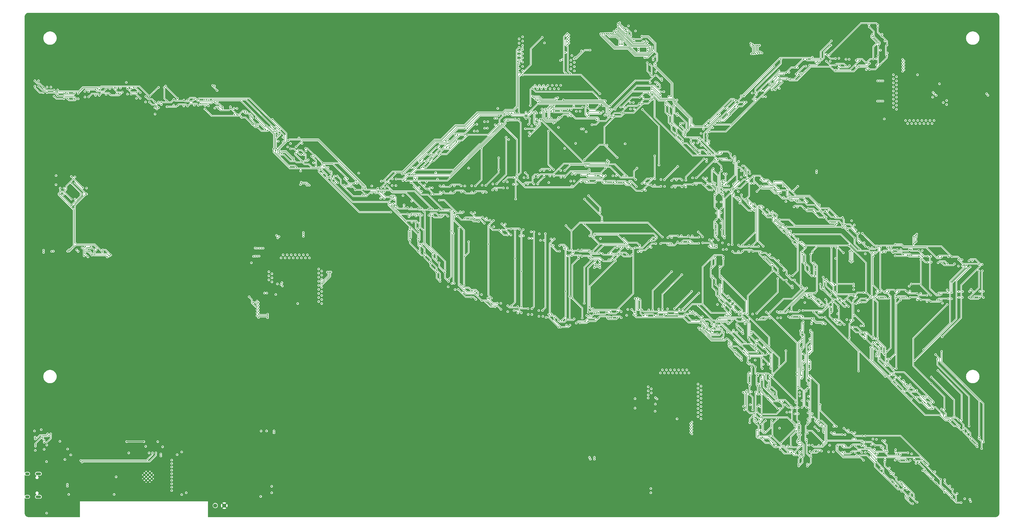
<source format=gbr>
%TF.GenerationSoftware,KiCad,Pcbnew,8.0.4*%
%TF.CreationDate,2025-01-28T13:53:59-08:00*%
%TF.ProjectId,traffic_paradise,74726166-6669-4635-9f70-617261646973,rev?*%
%TF.SameCoordinates,Original*%
%TF.FileFunction,Copper,L2,Inr*%
%TF.FilePolarity,Positive*%
%FSLAX46Y46*%
G04 Gerber Fmt 4.6, Leading zero omitted, Abs format (unit mm)*
G04 Created by KiCad (PCBNEW 8.0.4) date 2025-01-28 13:53:59*
%MOMM*%
%LPD*%
G01*
G04 APERTURE LIST*
%TA.AperFunction,ComponentPad*%
%ADD10C,1.524000*%
%TD*%
%TA.AperFunction,HeatsinkPad*%
%ADD11C,0.600000*%
%TD*%
%TA.AperFunction,ComponentPad*%
%ADD12O,2.100000X1.000000*%
%TD*%
%TA.AperFunction,ComponentPad*%
%ADD13O,1.600000X1.000000*%
%TD*%
%TA.AperFunction,ViaPad*%
%ADD14C,0.500000*%
%TD*%
%TA.AperFunction,Conductor*%
%ADD15C,0.304800*%
%TD*%
%TA.AperFunction,Conductor*%
%ADD16C,0.203200*%
%TD*%
%TA.AperFunction,Conductor*%
%ADD17C,0.200000*%
%TD*%
G04 APERTURE END LIST*
D10*
%TO.N,/PHOTO*%
%TO.C,R108*%
X71960000Y-185420000D03*
%TO.N,GND*%
X75360000Y-185420000D03*
%TD*%
D11*
%TO.N,GND*%
%TO.C,U13*%
X48150000Y-175290000D03*
X48150000Y-173890000D03*
X47450000Y-175990000D03*
X47450000Y-174590000D03*
X47450000Y-173190000D03*
X46750000Y-175290000D03*
X46750000Y-173890000D03*
X46050000Y-175990000D03*
X46050000Y-174590000D03*
X46050000Y-173190000D03*
X45350000Y-175290000D03*
X45350000Y-173890000D03*
%TD*%
D12*
%TO.N,Net-(J2-SHIELD)*%
%TO.C,J2*%
X5670000Y-173480000D03*
D13*
X1490000Y-173480000D03*
D12*
X5670000Y-182120000D03*
D13*
X1490000Y-182120000D03*
%TD*%
D14*
%TO.N,/EN*%
X55626000Y-179770000D03*
X34796000Y-174623000D03*
%TO.N,GND*%
X21300000Y-167600000D03*
X92600000Y-51600000D03*
X225900000Y-92900000D03*
X81600000Y-35100000D03*
X313900000Y-169000000D03*
X254000000Y-139000000D03*
X79800000Y-34200000D03*
X336550000Y-33020000D03*
X28300000Y-33600000D03*
X316900000Y-22800000D03*
X145100000Y-72600000D03*
X311900000Y-105200000D03*
X210000000Y-32000000D03*
X200100000Y-56600000D03*
X342400000Y-97200000D03*
X330500000Y-129500000D03*
X102870000Y-102870000D03*
X313300000Y-81100000D03*
X100330000Y-101600000D03*
X62900000Y-33200000D03*
X324900000Y-162600000D03*
X289300000Y-121600000D03*
X222700000Y-70700000D03*
X205100000Y-74700000D03*
X200500000Y-53300000D03*
X74500000Y-38200000D03*
X317100000Y-2800000D03*
X88400000Y-37100000D03*
X193600000Y-37000000D03*
X288800000Y-134400000D03*
X277700000Y-116700000D03*
X46500000Y-166600000D03*
X270500000Y-152200000D03*
X349400000Y-96400000D03*
X212200000Y-168700000D03*
X340600000Y-132300000D03*
X210100000Y-93800000D03*
X278600000Y-16300000D03*
X104700000Y-46100000D03*
X148200000Y-49900000D03*
X211400000Y-8300000D03*
X202700000Y-8200000D03*
X233500000Y-72000000D03*
X19200000Y-27500000D03*
X224800000Y-101900000D03*
X163100000Y-39900000D03*
X349200000Y-105500000D03*
X273600000Y-36200000D03*
X228300000Y-3500000D03*
X234400000Y-139500000D03*
X146100000Y-68400000D03*
X106200000Y-49700000D03*
X270700000Y-56700000D03*
X341200000Y-21950000D03*
X182700000Y-67000000D03*
X101600000Y-100330000D03*
X277800000Y-95300000D03*
X95900000Y-82800000D03*
X238600000Y-36300000D03*
X263400000Y-103400000D03*
X309200000Y-155400000D03*
X346000000Y-22200000D03*
X171000000Y-80500000D03*
X297300000Y-124600000D03*
X126000000Y-65900000D03*
X34700000Y-33700000D03*
X333800000Y-108900000D03*
X260300000Y-122100000D03*
X289300000Y-19900000D03*
X351000000Y-151800000D03*
X343200000Y-95400000D03*
X50800000Y-160500000D03*
X24100000Y-163400000D03*
X313100000Y-122600000D03*
X23300000Y-92700000D03*
X206200000Y-23200000D03*
X13400000Y-69800000D03*
X270200000Y-122500000D03*
X233900000Y-10300000D03*
X200900000Y-63900000D03*
X322800000Y-19700000D03*
X259600000Y-90100000D03*
X338100000Y-94800000D03*
X169200000Y-36500000D03*
X317500000Y-108700000D03*
X284600000Y-155600000D03*
X237200000Y-182400000D03*
X108100000Y-60800000D03*
X94700000Y-39900000D03*
X301300000Y-118200000D03*
X10287000Y-175768000D03*
X344900000Y-154100000D03*
X153200000Y-51600000D03*
X222900000Y-36600000D03*
X190800000Y-8500000D03*
X251900000Y-44300000D03*
X161000000Y-46800000D03*
X171200000Y-42500000D03*
X222400000Y-59400000D03*
X346750000Y-27750000D03*
X223800000Y-47600000D03*
X56300000Y-31900000D03*
X342250000Y-29250000D03*
X91800000Y-42400000D03*
X323400000Y-178100000D03*
X245110000Y-146050000D03*
X9400000Y-160000000D03*
X332300000Y-95500000D03*
X245110000Y-143510000D03*
X295300000Y-16400000D03*
X26300000Y-88211600D03*
X338400000Y-97200000D03*
X249200000Y-153500000D03*
X342600000Y-37100000D03*
X273700000Y-76600000D03*
X90800000Y-156600000D03*
X296900000Y-132200000D03*
X156800000Y-50400000D03*
X141800000Y-56600000D03*
X342300000Y-126400000D03*
X83700000Y-95800000D03*
X338000000Y-105400000D03*
X206000000Y-12800000D03*
X345600000Y-35900000D03*
X15300000Y-88100000D03*
X331000000Y-86800000D03*
X243840000Y-144780000D03*
X275000000Y-120100000D03*
X189900000Y-27100000D03*
X171400000Y-40300000D03*
X183000000Y-19000000D03*
X234200000Y-98200000D03*
X101600000Y-102870000D03*
X7900000Y-162600000D03*
X346700000Y-147500000D03*
X329800000Y-38500000D03*
X186500000Y-24600000D03*
X217400000Y-96800000D03*
X220200000Y-120400000D03*
X16300000Y-72700000D03*
X271200000Y-65900000D03*
X94100000Y-178200000D03*
X11000000Y-88000000D03*
X326800000Y-37800000D03*
X321300000Y-160100000D03*
X324400000Y-108900000D03*
X96400000Y-103800000D03*
X279300000Y-104800000D03*
X302000000Y-10400000D03*
X3300000Y-162800000D03*
X220800000Y-96600000D03*
X357800000Y-165000000D03*
X315300000Y-126500000D03*
X343700000Y-22000000D03*
X91100000Y-115700000D03*
X223200000Y-54100000D03*
X269200000Y-140700000D03*
X234400000Y-182400000D03*
X328500000Y-144500000D03*
X129400000Y-67600000D03*
X233000000Y-52400000D03*
X324400000Y-9400000D03*
X231900000Y-6900000D03*
X234100000Y-33700000D03*
X233200000Y-46200000D03*
X240300000Y-41400000D03*
X150000000Y-72400000D03*
X231200000Y-29000000D03*
X307800000Y-86000000D03*
X206000000Y-93200000D03*
X319200000Y-85800000D03*
X256800000Y-95600000D03*
X316700000Y-87100000D03*
X30200000Y-88700000D03*
X41700000Y-33400000D03*
X337820000Y-30480000D03*
X112500000Y-108800000D03*
X147800000Y-60600000D03*
X12200000Y-181500000D03*
X227200000Y-43200000D03*
X307900000Y-73300000D03*
X289000000Y-161300000D03*
X191700000Y-46500000D03*
X323000000Y-91600000D03*
X239200000Y-21900000D03*
X319400000Y-157800000D03*
X230300000Y-22600000D03*
X338900000Y-174900000D03*
X187200000Y-8600000D03*
X198900000Y-39300000D03*
X89200000Y-90900000D03*
X102900000Y-59700000D03*
X181600000Y-34900000D03*
X136900000Y-68400000D03*
X212800000Y-8300000D03*
X343700000Y-147200000D03*
X345900000Y-181700000D03*
X3900000Y-30200000D03*
X48000000Y-35800000D03*
X218200000Y-40200000D03*
X340300000Y-25950000D03*
X242300000Y-22400000D03*
X296700000Y-145500000D03*
X52000000Y-174500000D03*
X163300000Y-45000000D03*
X69900000Y-27300000D03*
X58700000Y-171700000D03*
X214800000Y-169000000D03*
X6000000Y-29500000D03*
X300100000Y-71300000D03*
X269000000Y-85700000D03*
X50800000Y-166500000D03*
X335280000Y-30480000D03*
X142800000Y-80100000D03*
X83600000Y-112300000D03*
X7800000Y-158100000D03*
X250500000Y-134400000D03*
X237000000Y-178800000D03*
X20000000Y-34800000D03*
X306600000Y-16900000D03*
X329700000Y-105100000D03*
X316800000Y-7600000D03*
X242570000Y-146050000D03*
X278200000Y-78100000D03*
X205800000Y-8300000D03*
X242700000Y-88700000D03*
X314600000Y-111000000D03*
X193800000Y-9000000D03*
X214400000Y-166400000D03*
X335200000Y-182000000D03*
X239300000Y-88800000D03*
X211700000Y-166500000D03*
X8300000Y-174200000D03*
X105100000Y-85800000D03*
X258800000Y-106900000D03*
X217900000Y-76700000D03*
X133200000Y-69600000D03*
X297000000Y-118600000D03*
X108400000Y-65500000D03*
X21100000Y-72200000D03*
X134600000Y-62500000D03*
X323900000Y-86900000D03*
X9100000Y-168000000D03*
X16500000Y-176600000D03*
X8300000Y-189100000D03*
X21600000Y-90300000D03*
X222900000Y-3300000D03*
X178700000Y-103900000D03*
X169900000Y-47500000D03*
X299900000Y-90300000D03*
X246110000Y-152880000D03*
X167300000Y-100700000D03*
X21800000Y-30600000D03*
X17900000Y-182200000D03*
X93800000Y-85000000D03*
X164500000Y-47200000D03*
X74100000Y-29200000D03*
X169600000Y-94100000D03*
X37800000Y-31100000D03*
X248600000Y-89000000D03*
X235300000Y-90300000D03*
X333900000Y-22600000D03*
X151700000Y-57000000D03*
X130100000Y-73600000D03*
X110900000Y-110600000D03*
X356300000Y-103800000D03*
X341000000Y-119000000D03*
X164500000Y-85700000D03*
X262100000Y-98100000D03*
X307600000Y-168500000D03*
X330800000Y-132900000D03*
X222600000Y-12600000D03*
X205000000Y-78600000D03*
X18900000Y-164300000D03*
X225500000Y-3300000D03*
X23300000Y-70000000D03*
X39500000Y-166500000D03*
X147600000Y-56900000D03*
X291500000Y-110800000D03*
X297300000Y-151400000D03*
X143000000Y-90800000D03*
X150900000Y-54900000D03*
X353100000Y-153800000D03*
X101600000Y-101600000D03*
X252000000Y-46000000D03*
X343600000Y-123200000D03*
X300100000Y-86300000D03*
X197400000Y-19200000D03*
X173200000Y-75900000D03*
X330300000Y-42000000D03*
X335280000Y-31750000D03*
X61100000Y-181400000D03*
X52000000Y-172500000D03*
X159300000Y-95100000D03*
X157000000Y-107300000D03*
X210100000Y-37600000D03*
X214200000Y-8200000D03*
X14900000Y-90500000D03*
X92300000Y-96700000D03*
X232800000Y-31300000D03*
X116200000Y-97800000D03*
X3300000Y-159700000D03*
X236347000Y-148336000D03*
X18400000Y-29300000D03*
X178200000Y-72500000D03*
X300100000Y-95700000D03*
X159300000Y-88300000D03*
X335700000Y-117900000D03*
X188900000Y-34200000D03*
X94200000Y-104100000D03*
X215300000Y-8300000D03*
X16800000Y-62600000D03*
X337820000Y-33020000D03*
X229400000Y-14000000D03*
X186000000Y-71100000D03*
X331400000Y-164100000D03*
X198400000Y-122200000D03*
X253500000Y-153900000D03*
X12700000Y-161300000D03*
X304100000Y-11800000D03*
X344250000Y-30000000D03*
X280900000Y-164300000D03*
X22400000Y-169900000D03*
X281600000Y-126400000D03*
X52000000Y-179200000D03*
X218500000Y-29400000D03*
X227600000Y-147000000D03*
X229100000Y-31100000D03*
X232400000Y-26800000D03*
X237700000Y-139900000D03*
X354500000Y-98100000D03*
X102870000Y-100330000D03*
X271900000Y-17100000D03*
X38000000Y-160900000D03*
X247000000Y-92600000D03*
X311700000Y-17200000D03*
X307900000Y-57400000D03*
X274400000Y-91600000D03*
X296600000Y-92200000D03*
X297400000Y-161100000D03*
X104900000Y-63500000D03*
X329600000Y-118300000D03*
X276000000Y-110600000D03*
X336550000Y-31750000D03*
X353600000Y-107800000D03*
X258000000Y-49100000D03*
X320800000Y-3000000D03*
X319600000Y-34000000D03*
X92900000Y-48700000D03*
X161100000Y-53500000D03*
X252800000Y-73200000D03*
X295600000Y-171400000D03*
X243840000Y-146050000D03*
X262500000Y-32100000D03*
X287800000Y-97500000D03*
X273900000Y-24900000D03*
X58800000Y-169400000D03*
X337820000Y-31750000D03*
X305800000Y-119200000D03*
X294300000Y-99900000D03*
X303200000Y-22200000D03*
X184500000Y-20800000D03*
X103400000Y-57600000D03*
X88600000Y-183000000D03*
X142600000Y-82600000D03*
X262600000Y-119300000D03*
X233500000Y-8200000D03*
X298500000Y-168800000D03*
X154500000Y-62600000D03*
X279000000Y-154100000D03*
X176500000Y-117100000D03*
X316500000Y-115300000D03*
X239900000Y-151900000D03*
X230200000Y-4600000D03*
X94200000Y-159000000D03*
X108100000Y-93000000D03*
X204200000Y-24700000D03*
X308000000Y-43300000D03*
X34000000Y-182200000D03*
X277300000Y-108100000D03*
X187500000Y-73700000D03*
X284100000Y-84100000D03*
X187800000Y-24700000D03*
X278800000Y-87300000D03*
X232700000Y-178200000D03*
X313200000Y-116600000D03*
X179500000Y-41000000D03*
X238100000Y-134100000D03*
X281600000Y-70900000D03*
X267700000Y-38600000D03*
X280800000Y-62500000D03*
X157500000Y-84000000D03*
X336550000Y-30480000D03*
X320000000Y-93900000D03*
X288200000Y-124100000D03*
X272700000Y-126000000D03*
X184500000Y-8700000D03*
X286000000Y-21500000D03*
X11000000Y-158000000D03*
X201600000Y-35500000D03*
X302400000Y-154800000D03*
X113800000Y-53700000D03*
X153600000Y-72900000D03*
X14400000Y-65300000D03*
X284700000Y-110300000D03*
X126700000Y-59900000D03*
X225700000Y-12500000D03*
X269800000Y-133300000D03*
X117900000Y-57900000D03*
X245110000Y-144780000D03*
X105100000Y-88100000D03*
X209600000Y-8300000D03*
X264500000Y-85900000D03*
X11900000Y-90500000D03*
X113600000Y-57800000D03*
X338100000Y-141600000D03*
X325200000Y-14900000D03*
X102870000Y-101600000D03*
X154000000Y-57300000D03*
X83600000Y-105100000D03*
X17700000Y-165500000D03*
X254500000Y-88700000D03*
X342200000Y-137300000D03*
X237800000Y-155300000D03*
X195300000Y-19300000D03*
X201200000Y-102000000D03*
X91300000Y-107800000D03*
X91500000Y-102000000D03*
X183600000Y-24800000D03*
X90900000Y-87900000D03*
X23000000Y-65200000D03*
X155100000Y-54200000D03*
X169100000Y-84200000D03*
X210100000Y-93800000D03*
X225400000Y-84100000D03*
X103700000Y-109900000D03*
X252700000Y-38700000D03*
X101200000Y-49100000D03*
X70400000Y-33100000D03*
X263200000Y-126000000D03*
X197400000Y-17700000D03*
X265400000Y-61300000D03*
X354900000Y-181100000D03*
X100330000Y-102870000D03*
X11800000Y-93400000D03*
X13600000Y-63300000D03*
X150500000Y-62400000D03*
X339600000Y-168400000D03*
X327800000Y-93700000D03*
X8800000Y-163800000D03*
X84800000Y-113400000D03*
X189300000Y-101400000D03*
X52100000Y-176400000D03*
X295600000Y-158900000D03*
X242570000Y-144780000D03*
X119400000Y-62000000D03*
X346500000Y-174500000D03*
X111200000Y-95900000D03*
X222800000Y-38800000D03*
X342200000Y-110500000D03*
X187500000Y-40500000D03*
X243840000Y-143510000D03*
X16400000Y-163300000D03*
X240100000Y-16800000D03*
X230000000Y-36100000D03*
X121500000Y-68200000D03*
X282200000Y-137000000D03*
X58600000Y-179600000D03*
X100330000Y-100330000D03*
X242570000Y-143510000D03*
X265500000Y-122400000D03*
X205900000Y-50300000D03*
X330400000Y-125300000D03*
X289300000Y-19900000D03*
X328500000Y-183200000D03*
X83300000Y-33700000D03*
X308200000Y-83400000D03*
X269000000Y-125800000D03*
X6800000Y-89000000D03*
X110500000Y-56000000D03*
X66800000Y-33100000D03*
X200500000Y-86000000D03*
X276500000Y-11100000D03*
X34900000Y-173400000D03*
X326300000Y-172100000D03*
X126000000Y-67800000D03*
X188400000Y-31700000D03*
X270500000Y-10000000D03*
X288900000Y-131000000D03*
X331800000Y-22900000D03*
X266700000Y-53100000D03*
X287700000Y-73300000D03*
X87300000Y-115900000D03*
X288500000Y-105200000D03*
X297600000Y-136900000D03*
X304400000Y-96800000D03*
X288900000Y-168400000D03*
X237100000Y-152100000D03*
X49000000Y-166300000D03*
X359400000Y-160100000D03*
X241200000Y-117900000D03*
X93100000Y-54000000D03*
X211800000Y-88300000D03*
X281200000Y-99100000D03*
X202800000Y-29500000D03*
X10500000Y-33300000D03*
X290200000Y-68100000D03*
X352500000Y-160200000D03*
X342500000Y-41800000D03*
X204200000Y-28300000D03*
X5700000Y-24500000D03*
X164100000Y-50600000D03*
X287000000Y-152000000D03*
X190400000Y-25900000D03*
X353500000Y-92700000D03*
X273800000Y-69800000D03*
X58700000Y-166000000D03*
X205200000Y-59100000D03*
X335280000Y-33020000D03*
X150500000Y-94600000D03*
X209900000Y-71900000D03*
X294300000Y-85600000D03*
X288200000Y-88000000D03*
X337700000Y-125300000D03*
X93100000Y-181500000D03*
X264900000Y-59000000D03*
X288700000Y-143700000D03*
X322000000Y-116700000D03*
X18000000Y-32700000D03*
X86600000Y-87900000D03*
X288700000Y-81800000D03*
X105200000Y-81900000D03*
X214000000Y-97300000D03*
X298300000Y-158500000D03*
X77600000Y-37800000D03*
X283700000Y-143600000D03*
X172200000Y-103500000D03*
X117500000Y-60600000D03*
X323200000Y-93800000D03*
X48300000Y-39000000D03*
X297600000Y-127600000D03*
X7800000Y-181900000D03*
X93900000Y-156400000D03*
X338000000Y-90100000D03*
X158500000Y-52400000D03*
X195300000Y-17700000D03*
X322900000Y-103800000D03*
X270800000Y-69000000D03*
X94500000Y-115200000D03*
X177400000Y-48000000D03*
X170600000Y-90600000D03*
X207000000Y-38400000D03*
X317900000Y-13500000D03*
X284900000Y-29200000D03*
X274600000Y-60300000D03*
X247100000Y-30300000D03*
X262700000Y-43700000D03*
X136700000Y-73800000D03*
X245700000Y-153700000D03*
X329400000Y-88600000D03*
X268700000Y-136300000D03*
X292100000Y-75500000D03*
X183900000Y-44900000D03*
X266400000Y-92000000D03*
X210400000Y-28200000D03*
X328600000Y-174700000D03*
X86200000Y-114900000D03*
X16500000Y-179000000D03*
X228000000Y-33500000D03*
X316100000Y-133500000D03*
X256700000Y-127200000D03*
X16500000Y-168200000D03*
X44800000Y-160400000D03*
X155900000Y-45600000D03*
X270800000Y-75800000D03*
X257100000Y-102500000D03*
X53100000Y-163200000D03*
X155200000Y-79100000D03*
X95800000Y-91500000D03*
X200300000Y-13500000D03*
X349100000Y-108400000D03*
%TO.N,+5V*%
X102870000Y-109601000D03*
X343535000Y-27150000D03*
X13700000Y-161300000D03*
X237592000Y-145394000D03*
X245138000Y-152880000D03*
X94643000Y-106200000D03*
X335280000Y-23749000D03*
X8763000Y-188228000D03*
X195400000Y-11800000D03*
X236883000Y-150015000D03*
X93120400Y-178185000D03*
X201400000Y-18388400D03*
X15600000Y-168100000D03*
X235280000Y-180594000D03*
X61100000Y-180594000D03*
X203250000Y-15375000D03*
X235280000Y-178998000D03*
X93120400Y-180594000D03*
%TO.N,+3.3V*%
X57660000Y-166300000D03*
X17018000Y-181254000D03*
X38737000Y-161415000D03*
X34036000Y-181254000D03*
X59400000Y-181300000D03*
X52235000Y-163360000D03*
X17800000Y-166400000D03*
X50419000Y-161417000D03*
X45214000Y-161415000D03*
%TO.N,/SCL1*%
X96621600Y-102438000D03*
X229362000Y-148844000D03*
X94000000Y-158100000D03*
X49695000Y-165646000D03*
X22000000Y-169100000D03*
X91313000Y-105664000D03*
%TO.N,/SDA1*%
X89150000Y-157450000D03*
X94000000Y-157400000D03*
X21500000Y-168500000D03*
X91200000Y-157400000D03*
X96951800Y-101778000D03*
X48425000Y-165646000D03*
X90424000Y-105664000D03*
X229362000Y-145288000D03*
%TO.N,/SCL2*%
X209300000Y-14800000D03*
X55626000Y-169610000D03*
X206925000Y-17230000D03*
X212598000Y-168003200D03*
X214122000Y-168003200D03*
X341600000Y-30900000D03*
X361188000Y-30853200D03*
%TO.N,/SDA2*%
X361696000Y-31461600D03*
X206521000Y-17751900D03*
X55626000Y-168340000D03*
X212259500Y-167301500D03*
X214122000Y-167301500D03*
X212500000Y-14500000D03*
X342300000Y-31500000D03*
%TO.N,Net-(U5-~{SDB})*%
X55626000Y-172150000D03*
X97155000Y-102997000D03*
%TO.N,/INT1*%
X95250000Y-102235000D03*
X55626000Y-170880000D03*
%TO.N,/PHOTO*%
X55626000Y-178500000D03*
%TO.N,/D-*%
X51562000Y-166785000D03*
X16510000Y-177450000D03*
%TO.N,/D+*%
X16510000Y-178150000D03*
X51562000Y-166085000D03*
%TO.N,Net-(U6-~{SDB})*%
X236982000Y-147320000D03*
X55626000Y-174690000D03*
%TO.N,/INT2*%
X55626000Y-173420000D03*
X237033000Y-144915000D03*
%TO.N,Net-(U7-~{SDB})*%
X55626000Y-177230000D03*
X341122000Y-30353000D03*
%TO.N,/INT3*%
X55626000Y-175960000D03*
X340976000Y-32150000D03*
%TO.N,/Matrix 1/COL0*%
X216400000Y-85230500D03*
X145618000Y-71162900D03*
X88138000Y-111426000D03*
X164975000Y-75200000D03*
X19350000Y-70425000D03*
X198150000Y-113650000D03*
X5725000Y-26000000D03*
X212394000Y-84197800D03*
X72650000Y-29657800D03*
X199100000Y-85350000D03*
X102250000Y-50850000D03*
X225156000Y-85230500D03*
X70996100Y-27747200D03*
X165250000Y-102625000D03*
X72650000Y-34000000D03*
X231125000Y-87750000D03*
X26718300Y-91016800D03*
X132900000Y-66400000D03*
X103351800Y-47487200D03*
X147150000Y-76700000D03*
X156000000Y-70800000D03*
X166948600Y-86388300D03*
X32248900Y-91743200D03*
X40425000Y-28900000D03*
%TO.N,/Matrix 1/COL1*%
X38600000Y-26600800D03*
X31471700Y-92106400D03*
X201775000Y-116025000D03*
X105200000Y-53725000D03*
X135350000Y-67700000D03*
X148100000Y-81400000D03*
X8875000Y-28375000D03*
X41320800Y-28597700D03*
X15225000Y-66325000D03*
X105977000Y-52231100D03*
X202625000Y-88100000D03*
X137983000Y-72919300D03*
X203353000Y-105018000D03*
X10317712Y-28370688D03*
X43850000Y-30425000D03*
X213899000Y-84421800D03*
X169400000Y-105000000D03*
X169250000Y-75525000D03*
X77625000Y-35725000D03*
X24889000Y-89911000D03*
X81373400Y-39191600D03*
X125781168Y-60644142D03*
X163296000Y-81400000D03*
X235625000Y-86025000D03*
X87630000Y-111981000D03*
%TO.N,/Matrix 1/COL2*%
X173675000Y-77550000D03*
X239625000Y-84650000D03*
X88138000Y-112535000D03*
X108975000Y-54350000D03*
X115573000Y-62887200D03*
X204728000Y-106851000D03*
X104500000Y-49500000D03*
X50700000Y-28500000D03*
X19350000Y-62075000D03*
X22819100Y-91723600D03*
X139000000Y-70500000D03*
X47275000Y-31850000D03*
X12875000Y-29475000D03*
X203464000Y-80359000D03*
X80125000Y-36375000D03*
X171825000Y-106225000D03*
X205500000Y-89300000D03*
X23248300Y-88270400D03*
X204925000Y-115300000D03*
X148050000Y-85275000D03*
X138800000Y-69625000D03*
X206235000Y-90471600D03*
%TO.N,/Matrix 1/COL3*%
X24246900Y-92086800D03*
X50750000Y-33975000D03*
X209350000Y-89500000D03*
X83825000Y-37775000D03*
X112125000Y-56850000D03*
X175550000Y-107550000D03*
X25169306Y-88230694D03*
X105834701Y-51365297D03*
X16600000Y-30650000D03*
X176325000Y-78425000D03*
X209550000Y-115050000D03*
X124852000Y-63421400D03*
X142775000Y-72600000D03*
X208182000Y-92662900D03*
X49400000Y-38500000D03*
X23700000Y-66275000D03*
X68102600Y-36601500D03*
X87628600Y-113090000D03*
X137164000Y-64291900D03*
X149600000Y-87275000D03*
X243100000Y-84825000D03*
X205869000Y-107550000D03*
X174388000Y-87275000D03*
X50078500Y-36601500D03*
X226414000Y-88081700D03*
%TO.N,/Matrix 1/COL4*%
X148680000Y-76273100D03*
X93800000Y-51600000D03*
X212425000Y-113975000D03*
X210261000Y-79800000D03*
X87630000Y-110871000D03*
X225411000Y-87100200D03*
X8800000Y-162700000D03*
X153575000Y-90650000D03*
X86913300Y-88785000D03*
X52817600Y-28490400D03*
X246750000Y-84125000D03*
X212825000Y-93503000D03*
X84674800Y-107075000D03*
X210319000Y-109500000D03*
X179050000Y-109500000D03*
X20550000Y-30700000D03*
X213350000Y-90050000D03*
X87250000Y-40000000D03*
X115150000Y-60450000D03*
X180725000Y-79800000D03*
X85500000Y-94300000D03*
X137789000Y-75291500D03*
X145450000Y-73675000D03*
X27900000Y-29100000D03*
X53887600Y-33600000D03*
%TO.N,/Matrix 1/COL5*%
X182975000Y-110475000D03*
X57800000Y-32629600D03*
X90900000Y-42800000D03*
X24475000Y-29975000D03*
X6725000Y-156906246D03*
X117700000Y-61725000D03*
X86976500Y-91823500D03*
X53376260Y-27978800D03*
X150188000Y-75046700D03*
X224770000Y-88566300D03*
X94631900Y-52210600D03*
X184375000Y-92650700D03*
X250825000Y-84200000D03*
X114278000Y-58538300D03*
X66471700Y-34568500D03*
X215625000Y-113050000D03*
X217125000Y-90900000D03*
X149450000Y-73975000D03*
X184375000Y-82025000D03*
X88425300Y-88837600D03*
X88138000Y-110316000D03*
X214435000Y-93589900D03*
X211860000Y-112885000D03*
X102398000Y-58427700D03*
X154875000Y-92925000D03*
%TO.N,/Matrix 1/COL6*%
X121575000Y-62750000D03*
X24222600Y-89977400D03*
X153400000Y-74075000D03*
X37137800Y-30263300D03*
X222006000Y-93557000D03*
X186750000Y-97528500D03*
X158125000Y-97050000D03*
X93800000Y-43425000D03*
X253102000Y-82716700D03*
X136440000Y-65410200D03*
X254725000Y-84575000D03*
X25727200Y-91472800D03*
X212342000Y-110875000D03*
X187425000Y-81850000D03*
X20000000Y-89474000D03*
X220250000Y-112800000D03*
X186750000Y-110875000D03*
X220725000Y-90800000D03*
X152725000Y-76397400D03*
X89192500Y-88837600D03*
X87617400Y-109761000D03*
X87708200Y-91831800D03*
X61600000Y-33250000D03*
X95428900Y-51947900D03*
X28500000Y-29375000D03*
%TO.N,/Matrix 1/COL7*%
X88138000Y-109207000D03*
X87582000Y-88837600D03*
X29775000Y-89475000D03*
X228667000Y-88960800D03*
X258475000Y-85700000D03*
X125000000Y-64550000D03*
X86314700Y-91885300D03*
X146480000Y-65788300D03*
X96200000Y-46200000D03*
X94910700Y-51539200D03*
X191450000Y-82700000D03*
X96200000Y-44075400D03*
X86240000Y-109195000D03*
X190700000Y-111500000D03*
X157350000Y-74350000D03*
X65550000Y-32975000D03*
X104009000Y-59853300D03*
X159450000Y-100525000D03*
X223950000Y-88600000D03*
X160419000Y-82335000D03*
X32450000Y-28975000D03*
X213549000Y-111500000D03*
X32800000Y-91380000D03*
X224175000Y-112650000D03*
%TO.N,/Matrix 1/COL8*%
X95946600Y-52465600D03*
X88400000Y-91800000D03*
X214431000Y-83781600D03*
X262175000Y-86850000D03*
X69450000Y-33175000D03*
X7775000Y-160875000D03*
X128275000Y-66300000D03*
X89907700Y-88837600D03*
X161575000Y-102000000D03*
X71702400Y-27938100D03*
X87626400Y-108652000D03*
X195775000Y-83350000D03*
X161250000Y-74925000D03*
X161327000Y-83282800D03*
X194675000Y-112200000D03*
X36400000Y-28725000D03*
X99400000Y-48400000D03*
X227925000Y-88975000D03*
X11263500Y-89956400D03*
X93360905Y-40512793D03*
%TO.N,/Matrix 2/COL0*%
X263950000Y-120375000D03*
X267581000Y-120346000D03*
X264650000Y-114225000D03*
X275125000Y-123325000D03*
X250702000Y-154092000D03*
X304875000Y-155700000D03*
X293750000Y-160600000D03*
X298802000Y-147536000D03*
X284942000Y-148024000D03*
X276266000Y-143501000D03*
X276900000Y-151100000D03*
X231900000Y-112000000D03*
X273500000Y-151800000D03*
X272400000Y-154300000D03*
X305300000Y-163200000D03*
X262500000Y-91975000D03*
X280672000Y-136208000D03*
X354900000Y-183100000D03*
X279825000Y-137100000D03*
X330600000Y-178700000D03*
%TO.N,/Matrix 2/COL1*%
X266700000Y-123100000D03*
X294685000Y-149381000D03*
X282615000Y-145159000D03*
X309350000Y-157100000D03*
X280580100Y-153428500D03*
X250190000Y-155757000D03*
X275316000Y-127838000D03*
X294125000Y-154000000D03*
X279100000Y-140236600D03*
X261150000Y-95650000D03*
X277900000Y-125625000D03*
X294150000Y-146075000D03*
X235975000Y-112025000D03*
X350150000Y-180900000D03*
X315081081Y-168395519D03*
X308375000Y-163100000D03*
X243124000Y-97597500D03*
X276325000Y-154525000D03*
%TO.N,/Matrix 2/COL2*%
X277875000Y-157675000D03*
X311875000Y-163025000D03*
X291504000Y-158861000D03*
X299805000Y-161472000D03*
X281200000Y-143125000D03*
X283538244Y-156361756D03*
X270275000Y-127225000D03*
X261550000Y-99250000D03*
X294923512Y-122800000D03*
X293925000Y-157400000D03*
X337075000Y-168150000D03*
X279050000Y-128350000D03*
X311800000Y-158050000D03*
X250698000Y-156312000D03*
X278448000Y-136214000D03*
X279632000Y-125351000D03*
X239625000Y-111650000D03*
X278297000Y-153500000D03*
X246913000Y-98754500D03*
%TO.N,/Matrix 2/COL3*%
X339250000Y-169925000D03*
X272300000Y-130054000D03*
X312528000Y-166450000D03*
X282730000Y-152857000D03*
X279300000Y-132425000D03*
X244150000Y-111550000D03*
X280825000Y-159300000D03*
X315675000Y-159250000D03*
X288931000Y-165399000D03*
X250190000Y-156866000D03*
X294200000Y-139900000D03*
X267131000Y-112763000D03*
X315850000Y-163000000D03*
X261175000Y-102550000D03*
X250607000Y-105018000D03*
X295275000Y-166450000D03*
X284650000Y-146375000D03*
%TO.N,/Matrix 2/COL4*%
X319925000Y-160600000D03*
X274653000Y-125151000D03*
X341800000Y-172725000D03*
X284125000Y-161850000D03*
X229226000Y-112944000D03*
X288246000Y-149211000D03*
X319125000Y-164250000D03*
X250698000Y-157421000D03*
X253306000Y-105669000D03*
X292158000Y-107379000D03*
X355850000Y-93525000D03*
X295650000Y-116350000D03*
X277351000Y-136410000D03*
X344610000Y-109442000D03*
X247275000Y-111700000D03*
X311434000Y-114239000D03*
X313147000Y-112310000D03*
X287900000Y-148019600D03*
X264275000Y-106750000D03*
X228100000Y-111800000D03*
X274425000Y-130825000D03*
%TO.N,/Matrix 2/COL5*%
X345500000Y-175725000D03*
X275375000Y-135875000D03*
X290600000Y-148650000D03*
X323100000Y-168200000D03*
X285943000Y-127295000D03*
X289619000Y-146699000D03*
X323075000Y-161000000D03*
X287825000Y-163075000D03*
X290012000Y-157325000D03*
X293016000Y-109200000D03*
X265425000Y-109200000D03*
X251050000Y-112525000D03*
X295175000Y-119600000D03*
X262182000Y-110638000D03*
X291066000Y-166844000D03*
X250190000Y-157976000D03*
X294700000Y-128500000D03*
%TO.N,/Matrix 2/COL6*%
X293500000Y-142425000D03*
X275500000Y-139725000D03*
X295825000Y-150925000D03*
X324700000Y-171300000D03*
X268600000Y-112700000D03*
X295175000Y-126025000D03*
X289500000Y-165987000D03*
X250699000Y-158531000D03*
X291700000Y-162875000D03*
X254600000Y-114500000D03*
X327050000Y-164425000D03*
X347425000Y-178050000D03*
%TO.N,/Matrix 2/COL7*%
X294900000Y-136675000D03*
X326375000Y-173375000D03*
X331400000Y-179375000D03*
X261175000Y-115375000D03*
X295800000Y-162750000D03*
X298250000Y-153550000D03*
X258100000Y-117400000D03*
X274600000Y-142800000D03*
X250711000Y-155202000D03*
X270575000Y-116400000D03*
X276100000Y-153200000D03*
X328875000Y-166275000D03*
%TO.N,/Matrix 2/COL8*%
X300625000Y-155575000D03*
X275825000Y-147675000D03*
X283383000Y-133032000D03*
X333950000Y-182450000D03*
X266296000Y-119609000D03*
X289279000Y-155479000D03*
X293950000Y-169850000D03*
X272950000Y-120150000D03*
X299575000Y-162750000D03*
X260775000Y-118375000D03*
X333100000Y-166000000D03*
X274700000Y-153800000D03*
X294750000Y-132050000D03*
X250190000Y-154647000D03*
X328800000Y-176500000D03*
%TO.N,/Matrix 3/COL0*%
X293725000Y-103750000D03*
X322868000Y-128736000D03*
X291200000Y-71200000D03*
X275064000Y-67525000D03*
X295800000Y-90400000D03*
X318225000Y-88575000D03*
X307496000Y-90562400D03*
X320450000Y-124100000D03*
X265800000Y-87475000D03*
X329688000Y-22437600D03*
X318728000Y-91826200D03*
X320307000Y-122537000D03*
X342069000Y-128736000D03*
X268075000Y-67525000D03*
X358425000Y-159575000D03*
X265800000Y-68682500D03*
X283775000Y-112625000D03*
X273900000Y-62150000D03*
X321300000Y-105250000D03*
%TO.N,/Matrix 3/COL1*%
X360025000Y-161550000D03*
X296875000Y-105675000D03*
X288075000Y-112325000D03*
X321350000Y-88500000D03*
X269534000Y-87700000D03*
X270900000Y-70450000D03*
X324500000Y-105050000D03*
X296475000Y-94300000D03*
X329691000Y-17999200D03*
X293900000Y-71335600D03*
X323739000Y-127665000D03*
X344323000Y-127550000D03*
X277750000Y-63150000D03*
X321775000Y-127550000D03*
X304557000Y-92650700D03*
%TO.N,/Matrix 3/COL2*%
X325400000Y-88400000D03*
X273475000Y-87725000D03*
X311324000Y-104330000D03*
X328300000Y-104975000D03*
X330200000Y-18554000D03*
X300800000Y-108025000D03*
X298524000Y-72600000D03*
X281575000Y-63850000D03*
X306591000Y-108902000D03*
X325000000Y-130400000D03*
X342770000Y-130400000D03*
X274050000Y-72200000D03*
X297050000Y-96875000D03*
X292300000Y-112250000D03*
X354625000Y-155575000D03*
%TO.N,/Matrix 3/COL3*%
X328909000Y-108286000D03*
X342908000Y-134698000D03*
X284950000Y-65550000D03*
X332450000Y-104950000D03*
X327350000Y-133950000D03*
X277375000Y-73425000D03*
X329692000Y-19108800D03*
X301075000Y-100525000D03*
X351850000Y-153300000D03*
X298300000Y-113100000D03*
X277450000Y-88100000D03*
X305600000Y-110500000D03*
X311361000Y-106107000D03*
X301650000Y-74850000D03*
X329050000Y-89350000D03*
%TO.N,/Matrix 3/COL4*%
X340445000Y-137150000D03*
X305175000Y-77050000D03*
X336475000Y-105800000D03*
X302994000Y-88649800D03*
X300600000Y-114750000D03*
X280950000Y-75100000D03*
X333000000Y-89225000D03*
X311338000Y-103080000D03*
X332181000Y-103080000D03*
X287325000Y-68825000D03*
X304200000Y-102500000D03*
X305300000Y-113450000D03*
X330200000Y-19663600D03*
X279925000Y-91150000D03*
X313165000Y-134944000D03*
X328675000Y-137150000D03*
X349000000Y-151800000D03*
%TO.N,/Matrix 3/COL5*%
X283550000Y-78100000D03*
X304875000Y-105275000D03*
X329692000Y-20218400D03*
X320320000Y-33625400D03*
X337050000Y-89700000D03*
X360000000Y-105000000D03*
X345400000Y-149225000D03*
X304793000Y-88650500D03*
X311319000Y-102285000D03*
X310600000Y-78500000D03*
X340225000Y-106450000D03*
X304549000Y-80023900D03*
X346418000Y-109964000D03*
X340413000Y-139645000D03*
X308775000Y-115625000D03*
X336575000Y-93160000D03*
X283125000Y-93475000D03*
X320300000Y-26062000D03*
X332948000Y-102285000D03*
X332525000Y-140050000D03*
%TO.N,/Matrix 3/COL6*%
X356075000Y-105000000D03*
X340275000Y-91875000D03*
X323177000Y-136956000D03*
X355353000Y-104278000D03*
X280913000Y-97429800D03*
X344150000Y-106075000D03*
X285175000Y-97150000D03*
X334950000Y-142175000D03*
X271600000Y-113350000D03*
X286100000Y-80825000D03*
X309400000Y-108300000D03*
X311150000Y-115850000D03*
X320980000Y-33625400D03*
X346425000Y-104478000D03*
X307156000Y-81026600D03*
X309724000Y-122332000D03*
X313148000Y-109333000D03*
X311600000Y-80100000D03*
X320980000Y-26062000D03*
X330200000Y-20773200D03*
%TO.N,/Matrix 3/COL7*%
X338500000Y-144400000D03*
X289616000Y-85897500D03*
X288925000Y-83650000D03*
X288425000Y-99150000D03*
X344325000Y-92100000D03*
X321640000Y-26062000D03*
X315050000Y-117950000D03*
X353840000Y-96275700D03*
X282877000Y-100210000D03*
X315466000Y-120773000D03*
X348150000Y-105450000D03*
X275000000Y-113250000D03*
X314600000Y-83275000D03*
X329679000Y-21328000D03*
X332988000Y-145389000D03*
X321640000Y-33625400D03*
X318145000Y-106664000D03*
X359525000Y-94900000D03*
X312425000Y-107150000D03*
%TO.N,/Matrix 3/COL8*%
X330200000Y-21882800D03*
X322300000Y-33625400D03*
X291675000Y-102900000D03*
X291700000Y-86525000D03*
X341275000Y-146675000D03*
X316025000Y-105600000D03*
X348200000Y-92050000D03*
X322300000Y-26062000D03*
X352200000Y-105075000D03*
X352000000Y-93150000D03*
X318600000Y-121925000D03*
X326900000Y-87376800D03*
X279975000Y-112850000D03*
X315275000Y-86775000D03*
X309381200Y-87737600D03*
%TO.N,Net-(D2-A)*%
X16600000Y-164200000D03*
X8700000Y-168900000D03*
%TO.N,/T_SW*%
X12264000Y-61575000D03*
X39535000Y-165646000D03*
X12250000Y-65000000D03*
%TO.N,unconnected-(R52-Pad2)*%
X111887000Y-109601000D03*
%TO.N,unconnected-(R53-Pad2)*%
X110744000Y-108839000D03*
%TO.N,unconnected-(R54-Pad2)*%
X111887000Y-108077000D03*
%TO.N,unconnected-(R93-Pad2)*%
X254127000Y-146685000D03*
%TO.N,unconnected-(R94-Pad2)*%
X254127000Y-148209000D03*
%TO.N,unconnected-(R95-Pad2)*%
X252984000Y-147447000D03*
%TO.N,unconnected-(R96-Pad2)*%
X254127000Y-152781000D03*
%TO.N,unconnected-(R97-Pad2)*%
X252984000Y-152019000D03*
%TO.N,unconnected-(R98-Pad2)*%
X254127000Y-151257000D03*
%TO.N,unconnected-(R109-Pad2)*%
X346202000Y-33401000D03*
%TO.N,unconnected-(R145-Pad2)*%
X344932000Y-34163000D03*
%TO.N,unconnected-(R146-Pad2)*%
X346202000Y-34925000D03*
%TO.N,Net-(LED402-BK)*%
X266150000Y-33375000D03*
X269125000Y-31675000D03*
X260225000Y-38625000D03*
X272728000Y-11941200D03*
X221479000Y-7401200D03*
X263350000Y-36400000D03*
X276775000Y-29725000D03*
X257275000Y-41225000D03*
X255050000Y-44175000D03*
X273000000Y-15900000D03*
X187200000Y-15900000D03*
X253775000Y-48150000D03*
X273325000Y-30600000D03*
X233995000Y-12574800D03*
%TO.N,Net-(LED402-RK)*%
X278350000Y-31975000D03*
X220700000Y-8200000D03*
X274775000Y-32925000D03*
X265025000Y-38800000D03*
X271025000Y-34000000D03*
X257050000Y-49475000D03*
X273900000Y-12725200D03*
X258500000Y-43600000D03*
X267800000Y-35650000D03*
X234660000Y-13568800D03*
X187200000Y-14300000D03*
X256475000Y-46650000D03*
X274461000Y-15838600D03*
X261450000Y-41150000D03*
%TO.N,Net-(LED402-GK)*%
X273625000Y-32875000D03*
X222028000Y-7912800D03*
X185900000Y-15100000D03*
X254125000Y-45750000D03*
X270100000Y-34000000D03*
X273372000Y-12304400D03*
X254150000Y-50325000D03*
X234690000Y-12795400D03*
X266775000Y-35700000D03*
X277275000Y-32000000D03*
X256300000Y-42450000D03*
X264175000Y-38800000D03*
X273727000Y-15872500D03*
X260650000Y-41150000D03*
%TO.N,/Matrix 4/COL7*%
X284054000Y-17967400D03*
X218928000Y-57786900D03*
X171779000Y-51361200D03*
X270850000Y-59125000D03*
X169500000Y-65475000D03*
X237775000Y-27475000D03*
X236775000Y-62775000D03*
X238366000Y-57610400D03*
X274525000Y-30625000D03*
X228750000Y-34175000D03*
X204560000Y-11869600D03*
X232140000Y-36757400D03*
X203000000Y-51361200D03*
X146550000Y-58550000D03*
X155975000Y-51050000D03*
X263025000Y-84125000D03*
X239403000Y-25125500D03*
X305800000Y-17575000D03*
X271275000Y-63050000D03*
X203000000Y-59700000D03*
%TO.N,/Matrix 4/COL2*%
X283303000Y-22248400D03*
X177550000Y-40075000D03*
X180294000Y-43268700D03*
X218300000Y-33600000D03*
X232350000Y-32200000D03*
X252300000Y-62425000D03*
X231900000Y-9300000D03*
X259425000Y-42450000D03*
X319775000Y-17750000D03*
X287100000Y-22825000D03*
X259300000Y-55600000D03*
X150525000Y-65125000D03*
X185100000Y-62325000D03*
X218300000Y-61550000D03*
X247471000Y-41936700D03*
X202500000Y-33198800D03*
X204564000Y-8800000D03*
X185100000Y-61136400D03*
X242800000Y-31900000D03*
X246425000Y-41975000D03*
X261750000Y-58950000D03*
X305770000Y-21072200D03*
%TO.N,/Matrix 4/COL3*%
X150917000Y-56261400D03*
X324000000Y-15625000D03*
X201700000Y-37225000D03*
X290300000Y-21075000D03*
X225661300Y-49648500D03*
X189150000Y-62350000D03*
X283500000Y-28900000D03*
X248225000Y-45650000D03*
X235200000Y-30575000D03*
X203962000Y-8288400D03*
X262375000Y-68375000D03*
X188242000Y-60477000D03*
X261125000Y-38650000D03*
X291596000Y-23126700D03*
X153375000Y-66175000D03*
X256200000Y-62525000D03*
X222300000Y-61650000D03*
X203507000Y-23266100D03*
X162800000Y-46300000D03*
X154615000Y-60477000D03*
X234075000Y-13875000D03*
%TO.N,/Matrix 4/COL8*%
X309675000Y-17950000D03*
X263600000Y-60950000D03*
X277825000Y-29750000D03*
X245401000Y-58123800D03*
X285127000Y-23560300D03*
X183028000Y-38200500D03*
X240200000Y-30100000D03*
X245100000Y-33200000D03*
X173450000Y-65275000D03*
X206925000Y-61100000D03*
X174150000Y-41350000D03*
X135600000Y-63675000D03*
X143200000Y-60900000D03*
X218327000Y-58773700D03*
X204100000Y-12381200D03*
X211600000Y-35200000D03*
X240375000Y-63150000D03*
X178264000Y-59306400D03*
X213200000Y-42500000D03*
X178264000Y-54910200D03*
X212200000Y-60700000D03*
X189900000Y-37800000D03*
%TO.N,/Matrix 4/COL6*%
X217325000Y-35400000D03*
X281468000Y-20507200D03*
X302375000Y-16100000D03*
X236725000Y-54162100D03*
X209971800Y-44099800D03*
X266250000Y-64825000D03*
X233200000Y-64525000D03*
X170025000Y-42325000D03*
X203967000Y-11358000D03*
X237022000Y-23900000D03*
X220008000Y-35431700D03*
X270250000Y-31725000D03*
X268200000Y-56300000D03*
X196900000Y-44864600D03*
X239394000Y-25868900D03*
X320400000Y-5025000D03*
X197008000Y-64177800D03*
X198850000Y-59325000D03*
X165550000Y-65475000D03*
X261550000Y-79400000D03*
X256800000Y-52750000D03*
%TO.N,/Matrix 4/COL0*%
X244312000Y-33900000D03*
X257100000Y-48550000D03*
X181025000Y-47200000D03*
X221900000Y-36700000D03*
X159475000Y-48575000D03*
X250270000Y-42855500D03*
X216337200Y-61962800D03*
X207079700Y-49483500D03*
X211561000Y-61923500D03*
X150000000Y-56025000D03*
X280650000Y-27175000D03*
X226900000Y-5400000D03*
X204565000Y-9823200D03*
X139750000Y-62875000D03*
X181800000Y-38600000D03*
X244900000Y-63200000D03*
X313500000Y-18375000D03*
X304600000Y-22000000D03*
X177475000Y-64675000D03*
%TO.N,/Matrix 4/COL4*%
X259400000Y-64450000D03*
X261650000Y-71475000D03*
X205450000Y-36800000D03*
X157600000Y-65300000D03*
X153350000Y-53650000D03*
X261800000Y-53125000D03*
X237038000Y-16782200D03*
X203981000Y-10334800D03*
X236125000Y-17375000D03*
X293675000Y-18050000D03*
X192875000Y-62150000D03*
X155332000Y-62928000D03*
X205163000Y-23284400D03*
X264200000Y-36400000D03*
X323050000Y-11050000D03*
X226300000Y-61825000D03*
X250350000Y-47750000D03*
X302775000Y-12644100D03*
%TO.N,/Matrix 4/COL5*%
X166994000Y-58768600D03*
X210918000Y-58044400D03*
X263275000Y-64925000D03*
X252825000Y-49325000D03*
X299025000Y-17800000D03*
X229625000Y-63075000D03*
X321975000Y-8550000D03*
X230100000Y-58800000D03*
X302994000Y-11028500D03*
X267225000Y-33400000D03*
X261675000Y-75475000D03*
X209700000Y-35900000D03*
X197900000Y-37513400D03*
X204550000Y-10846400D03*
X161600000Y-65475000D03*
X255213000Y-47907900D03*
X195213000Y-59650000D03*
X237125000Y-19950000D03*
X266725000Y-54375000D03*
%TO.N,/Matrix 4/COL1*%
X283150000Y-24300000D03*
X205696000Y-65453700D03*
X147575000Y-62525000D03*
X193950000Y-38025000D03*
X215027600Y-40651100D03*
X248425000Y-63300000D03*
X214464000Y-61600000D03*
X185775000Y-38050000D03*
X245200000Y-38250000D03*
X203989000Y-9311600D03*
X317325000Y-19475000D03*
X194600000Y-9700000D03*
X229525000Y-7300000D03*
X151190000Y-63970300D03*
X198784000Y-37702400D03*
X248648000Y-44463700D03*
X178264000Y-39049600D03*
X257275000Y-45125000D03*
X255167000Y-55312900D03*
X166450000Y-43900000D03*
X181450000Y-63925000D03*
X225350000Y-35875000D03*
%TO.N,Net-(LED1-RK)*%
X24475000Y-32075000D03*
X93218000Y-99949000D03*
X36400000Y-30900000D03*
X28500000Y-31475000D03*
X5725000Y-28050000D03*
X16600000Y-32725000D03*
X20575000Y-32775000D03*
X12900000Y-31550000D03*
X8875000Y-30450000D03*
X32450000Y-31050000D03*
%TO.N,Net-(LED1-GK)*%
X23100000Y-32100000D03*
X19175000Y-32800000D03*
X93218000Y-101473000D03*
X7475000Y-30450000D03*
X15200000Y-32725000D03*
X35025000Y-30875000D03*
X4325000Y-28050000D03*
X27075000Y-31475000D03*
X31050000Y-31075000D03*
X11500000Y-31800000D03*
%TO.N,Net-(LED1-BK)*%
X35025000Y-28750000D03*
X19150000Y-30700000D03*
X7475000Y-28375000D03*
X92075000Y-100711000D03*
X11500000Y-29500000D03*
X4325000Y-26000000D03*
X15200000Y-30650000D03*
X23075000Y-29975000D03*
X31050000Y-28975000D03*
X27100000Y-29325000D03*
%TO.N,Net-(LED10-RK)*%
X69400000Y-35425000D03*
X50750000Y-36075000D03*
X65575000Y-35175000D03*
X40400000Y-31000000D03*
X92075000Y-97663000D03*
X57900000Y-35200000D03*
X61600000Y-35475000D03*
X43825000Y-32550000D03*
X47300000Y-33975000D03*
X53875000Y-35750000D03*
%TO.N,Net-(LED10-GK)*%
X56425000Y-35175000D03*
X68150000Y-35400000D03*
X60175000Y-35450000D03*
X42425000Y-32575000D03*
X49325000Y-36100000D03*
X51750000Y-34925000D03*
X45850000Y-33950000D03*
X39050000Y-31000000D03*
X64125000Y-35150000D03*
X92075000Y-99187000D03*
%TO.N,Net-(LED10-BK)*%
X49325000Y-33975000D03*
X45875000Y-31875000D03*
X56450000Y-33025000D03*
X68075000Y-33125000D03*
X93218000Y-98425000D03*
X42475000Y-30425000D03*
X64100000Y-32975000D03*
X39050000Y-28875000D03*
X60225000Y-33275000D03*
X51750000Y-34000000D03*
%TO.N,Net-(LED19-BK)*%
X87950000Y-42725000D03*
X74675000Y-35875000D03*
X71750000Y-34025000D03*
X97350000Y-48875000D03*
X85950000Y-39950000D03*
X82825000Y-37725000D03*
X95500000Y-46250000D03*
X96647000Y-92456000D03*
X79050000Y-36325000D03*
X92700000Y-43375000D03*
%TO.N,Net-(LED19-GK)*%
X87918200Y-43416800D03*
X95575000Y-48700000D03*
X97409000Y-91313000D03*
X99175000Y-50825000D03*
X71825000Y-36250000D03*
X85825000Y-42300000D03*
X79150000Y-38675000D03*
X81900000Y-39750000D03*
X74744100Y-36531400D03*
X91675000Y-44650000D03*
%TO.N,Net-(LED19-RK)*%
X90825000Y-44275000D03*
X73150000Y-36275000D03*
X100175000Y-49525000D03*
X77814600Y-36357200D03*
X87150000Y-42325000D03*
X94700000Y-45075000D03*
X97400000Y-47200000D03*
X98171000Y-92456000D03*
X85000000Y-39000000D03*
X80150000Y-38675000D03*
%TO.N,Net-(LED28-BK)*%
X109725000Y-57650000D03*
X108100000Y-54325000D03*
X127225000Y-66325000D03*
X116700000Y-61775000D03*
X104250000Y-53725000D03*
X98933000Y-91313000D03*
X100175000Y-51550000D03*
X120450000Y-62750000D03*
X124000000Y-64500000D03*
X112250000Y-60600000D03*
%TO.N,Net-(LED28-GK)*%
X122875000Y-65800000D03*
X116975000Y-64200000D03*
X104450000Y-56125000D03*
X113842000Y-62402600D03*
X102000000Y-53275000D03*
X106850000Y-55675000D03*
X111325000Y-59300000D03*
X120325000Y-65150000D03*
X99695000Y-92456000D03*
X127150000Y-68825000D03*
%TO.N,Net-(LED28-RK)*%
X117875000Y-64200000D03*
X114500000Y-62350000D03*
X105950000Y-55675000D03*
X121650000Y-65150000D03*
X100457000Y-91313000D03*
X103075000Y-52025000D03*
X108825000Y-56775000D03*
X112675000Y-58025000D03*
X124475000Y-66950000D03*
X128475000Y-68725000D03*
%TO.N,Net-(LED37-GK)*%
X137475000Y-72075000D03*
X130750000Y-68100000D03*
X159200000Y-76800000D03*
X152050000Y-76475000D03*
X155925000Y-76725000D03*
X139775000Y-73675000D03*
X148000000Y-76400000D03*
X133975000Y-70100000D03*
X101981000Y-91313000D03*
X144000000Y-76000000D03*
%TO.N,Net-(LED37-RK)*%
X138825000Y-72100000D03*
X153400000Y-76500000D03*
X135300000Y-70125000D03*
X149500000Y-76425000D03*
X145425000Y-76025000D03*
X142775000Y-73425000D03*
X157325000Y-76675000D03*
X162000000Y-76800000D03*
X102743000Y-92456000D03*
X132075000Y-68100000D03*
%TO.N,Net-(LED37-BK)*%
X139725000Y-72850000D03*
X101219000Y-92456000D03*
X137450000Y-69625000D03*
X155825000Y-74425000D03*
X152025000Y-74100000D03*
X159900000Y-74850000D03*
X144000000Y-73600000D03*
X134000000Y-67675000D03*
X148000000Y-73975000D03*
X130650000Y-65475000D03*
%TO.N,Net-(LED46-BK)*%
X152450000Y-66175000D03*
X160175000Y-65450000D03*
X164175000Y-65425000D03*
X168125000Y-65400000D03*
X156200000Y-65425000D03*
X146600000Y-62575000D03*
X138350000Y-62850000D03*
X206600000Y-19100000D03*
X172025000Y-65200000D03*
X148475000Y-65950000D03*
%TO.N,Net-(LED46-GK)*%
X160300000Y-67775000D03*
X172300000Y-68000000D03*
X205300000Y-18300000D03*
X153075000Y-68550000D03*
X156300000Y-67750000D03*
X164250000Y-67750000D03*
X145350000Y-64175000D03*
X149375000Y-67525000D03*
X138300000Y-65350000D03*
X168150000Y-67775000D03*
%TO.N,Net-(LED46-RK)*%
X151475000Y-66625000D03*
X139725000Y-65325000D03*
X161625000Y-67825000D03*
X205300000Y-19900000D03*
X153875000Y-68600000D03*
X169575000Y-67700000D03*
X148450000Y-64075000D03*
X165525000Y-67825000D03*
X157550000Y-67700000D03*
X173575000Y-67825000D03*
%TO.N,Net-(LED55-BK)*%
X152725000Y-93825000D03*
X154925000Y-97075000D03*
X160700000Y-102075000D03*
X144975000Y-81325000D03*
X144600000Y-76998800D03*
X156225000Y-100475000D03*
X148750000Y-87350000D03*
X150425000Y-90650000D03*
X103505000Y-91313000D03*
X144975000Y-85300000D03*
%TO.N,Net-(LED55-GK)*%
X150375000Y-91500000D03*
X104267000Y-92456000D03*
X147975000Y-89950000D03*
X107200000Y-65200000D03*
X154950000Y-97900000D03*
X152675000Y-94600000D03*
X145750000Y-79150000D03*
X156250000Y-101275000D03*
X104200000Y-64100000D03*
X145000000Y-86100000D03*
X144825000Y-82125000D03*
X159300000Y-103325000D03*
%TO.N,Net-(LED55-RK)*%
X106400000Y-65200000D03*
X161900000Y-104350000D03*
X147175000Y-79100000D03*
X158075000Y-97925000D03*
X148050000Y-82150000D03*
X105029000Y-91313000D03*
X155875000Y-94350000D03*
X103900000Y-64942000D03*
X153550000Y-91425000D03*
X148700000Y-89950000D03*
X159425000Y-101250000D03*
X148125000Y-86125000D03*
%TO.N,Net-(LED64-BK)*%
X176075000Y-64725000D03*
X197450000Y-59375000D03*
X180125000Y-63825000D03*
X191500000Y-62225000D03*
X212238000Y-59938100D03*
X205750000Y-61050000D03*
X183775000Y-62300000D03*
X193800000Y-59650000D03*
X187750000Y-62350000D03*
X201525000Y-59650000D03*
X205300000Y-21500000D03*
%TO.N,Net-(LED64-RK)*%
X189125000Y-64750000D03*
X206550000Y-63625000D03*
X206600000Y-22300000D03*
X202950000Y-62150000D03*
X181500000Y-66225000D03*
X212164000Y-59282300D03*
X177425000Y-66975000D03*
X198950000Y-61775000D03*
X195275000Y-62025000D03*
X185125000Y-64800000D03*
X192900000Y-64725000D03*
%TO.N,Net-(LED64-GK)*%
X197450000Y-61725000D03*
X187750000Y-64800000D03*
X206600000Y-20700000D03*
X201600000Y-62200000D03*
X191475000Y-64750000D03*
X205250000Y-63650000D03*
X183725000Y-64850000D03*
X192925000Y-61225000D03*
X175975000Y-66975000D03*
X180000000Y-66200000D03*
%TO.N,Net-(LED73-BK)*%
X182850000Y-81625000D03*
X175025000Y-78350000D03*
X186125000Y-81700000D03*
X163825000Y-75150000D03*
X106553000Y-91313000D03*
X179400000Y-79700000D03*
X167900000Y-75500000D03*
X172175000Y-77175000D03*
X193500000Y-83450000D03*
X190425000Y-82675000D03*
%TO.N,Net-(LED73-GK)*%
X178400000Y-82050000D03*
X170675000Y-78825000D03*
X181550000Y-83875000D03*
X189575000Y-85100000D03*
X162900000Y-76875000D03*
X167850000Y-77850000D03*
X193900000Y-85850000D03*
X105791000Y-92456000D03*
X174950000Y-80775000D03*
X186175000Y-84200000D03*
%TO.N,Net-(LED73-RK)*%
X107315000Y-92456000D03*
X187525000Y-84150000D03*
X165525000Y-77650000D03*
X179525000Y-82025000D03*
X169250000Y-77800000D03*
X182825000Y-83875000D03*
X190600000Y-85125000D03*
X195200000Y-85875000D03*
X172850000Y-79475000D03*
X176375000Y-80775000D03*
%TO.N,Net-(LED82-RK)*%
X175600000Y-109775000D03*
X165200000Y-105100000D03*
X183975000Y-112250000D03*
X186750000Y-113075000D03*
X190675000Y-113700000D03*
X171925000Y-108475000D03*
X194800000Y-114375000D03*
X179100000Y-111750000D03*
X111887000Y-100457000D03*
X169325000Y-106000000D03*
%TO.N,Net-(LED82-BK)*%
X168200000Y-104800000D03*
X177725000Y-109475000D03*
X111887000Y-98933000D03*
X174200000Y-107550000D03*
X189275000Y-111500000D03*
X181650000Y-110400000D03*
X163875000Y-102575000D03*
X170500000Y-106150000D03*
X185350000Y-110775000D03*
X193275000Y-112200000D03*
%TO.N,Net-(LED82-GK)*%
X169675000Y-108025000D03*
X167950000Y-107175000D03*
X176925000Y-110800000D03*
X193350000Y-114375000D03*
X110744000Y-99695000D03*
X189300000Y-113675000D03*
X173425000Y-109025000D03*
X163050000Y-104275000D03*
X185425000Y-113125000D03*
X181650000Y-112625000D03*
%TO.N,Net-(LED91-BK)*%
X239075000Y-63050000D03*
X235275000Y-62700000D03*
X227700000Y-64100000D03*
X194300000Y-29000000D03*
X232000000Y-64550000D03*
X217225000Y-61525000D03*
X221050000Y-61650000D03*
X211561000Y-61200000D03*
X199419000Y-41505000D03*
X224975000Y-61850000D03*
X194469000Y-36600000D03*
X209225000Y-61500000D03*
%TO.N,Net-(LED91-RK)*%
X214400000Y-64200000D03*
X233300000Y-67150000D03*
X218375000Y-64050000D03*
X240450000Y-65650000D03*
X191288000Y-38100000D03*
X229925000Y-65700000D03*
X226425000Y-64350000D03*
X210600000Y-63925000D03*
X192059000Y-42311600D03*
X236750000Y-65200000D03*
X192800000Y-29000000D03*
X222400000Y-64100000D03*
%TO.N,Net-(LED91-GK)*%
X231925000Y-67275000D03*
X192800000Y-42311600D03*
X225125000Y-64225000D03*
X227725000Y-65125000D03*
X209150000Y-63950000D03*
X221275000Y-64125000D03*
X192000000Y-37600000D03*
X217250000Y-64125000D03*
X193500000Y-27700000D03*
X239075000Y-65600000D03*
X211900000Y-63774300D03*
X235350000Y-65150000D03*
%TO.N,Net-(LED100-RK)*%
X220875000Y-93125000D03*
X209450000Y-91900000D03*
X202825000Y-89000000D03*
X228200000Y-91325000D03*
X205625000Y-91575000D03*
X110744000Y-98171000D03*
X224200000Y-90975000D03*
X213525000Y-92400000D03*
X217225000Y-93325000D03*
X198700000Y-87825000D03*
%TO.N,Net-(LED100-BK)*%
X201075000Y-87850000D03*
X216200028Y-90600028D03*
X208075000Y-89525000D03*
X110744000Y-96647000D03*
X204075000Y-89275000D03*
X222575000Y-88650000D03*
X212025000Y-89975000D03*
X197875000Y-85375000D03*
X226675000Y-88950000D03*
X219500000Y-90825000D03*
%TO.N,Net-(LED100-GK)*%
X197925000Y-87600000D03*
X208175000Y-91925000D03*
X212125000Y-92275000D03*
X219525000Y-93175000D03*
X216100018Y-93499982D03*
X226725000Y-91375000D03*
X223150000Y-90950000D03*
X111887000Y-97409000D03*
X204200000Y-91675000D03*
X201075000Y-89950000D03*
%TO.N,Net-(LED109-GK)*%
X196000000Y-114800000D03*
X111887000Y-106553000D03*
X210625000Y-116250000D03*
X219075000Y-115025000D03*
X9700000Y-159000000D03*
X200750000Y-118450000D03*
X207325000Y-116950000D03*
X87600000Y-114200000D03*
X222850000Y-114875000D03*
X4550000Y-162450000D03*
X214325000Y-115125000D03*
X203625000Y-117700000D03*
X91600000Y-114260000D03*
%TO.N,Net-(LED109-BK)*%
X4455000Y-160409000D03*
X110744000Y-105791000D03*
X222850000Y-112625000D03*
X203650000Y-115350000D03*
X88200000Y-113602000D03*
X91600000Y-113600000D03*
X211250000Y-114100000D03*
X214225000Y-113225000D03*
X200775000Y-116050000D03*
X9100000Y-158500000D03*
X206548000Y-115373000D03*
X218875000Y-112775000D03*
X197050000Y-113675000D03*
%TO.N,Net-(LED109-RK)*%
X211850000Y-116250000D03*
X224225000Y-114925000D03*
X201425000Y-118450000D03*
X88200000Y-114800000D03*
X199175000Y-114800000D03*
X220475000Y-114975000D03*
X208700000Y-116875000D03*
X7825000Y-161700000D03*
X204975000Y-117725000D03*
X110744000Y-107315000D03*
X91600000Y-114920000D03*
X10300000Y-158500000D03*
X215650000Y-115025000D03*
%TO.N,Net-(LED118-GK)*%
X235100000Y-23400000D03*
X238900000Y-32075000D03*
X229000000Y-11175000D03*
X223000000Y-5286400D03*
X185900000Y-19800000D03*
X226150000Y-8325000D03*
X230725000Y-14700000D03*
X235550000Y-29175000D03*
X235037000Y-26700000D03*
X233925000Y-19200000D03*
%TO.N,Net-(LED118-RK)*%
X242025000Y-31925000D03*
X237150000Y-22500000D03*
X237100000Y-26475000D03*
X238725000Y-28575000D03*
X187200000Y-19000000D03*
X225264000Y-6264400D03*
X223600000Y-4219200D03*
X234075000Y-14675000D03*
X227825000Y-9025000D03*
X236175000Y-18175000D03*
X232325000Y-11225000D03*
%TO.N,Net-(LED118-BK)*%
X226200000Y-7525000D03*
X223000000Y-4550000D03*
X238850000Y-31200000D03*
X235600000Y-28400000D03*
X235375000Y-24000000D03*
X235000000Y-19900000D03*
X228900000Y-10400000D03*
X230700000Y-13875000D03*
X187200000Y-20600000D03*
X233025000Y-17325000D03*
%TO.N,Net-(LED127-BK)*%
X182003000Y-48074800D03*
X216185000Y-32830600D03*
X145550000Y-58650000D03*
X188500000Y-37825000D03*
X244975000Y-45625000D03*
X251425000Y-49350000D03*
X242075000Y-38225000D03*
X253650000Y-52750000D03*
X243100000Y-41975000D03*
X191100000Y-29000000D03*
X247200000Y-48550000D03*
X240775000Y-34350000D03*
%TO.N,Net-(LED127-GK)*%
X253725000Y-53600000D03*
X242025000Y-39075000D03*
X240725000Y-35125000D03*
X189654100Y-45411500D03*
X247250000Y-49425000D03*
X190800000Y-37400000D03*
X218845600Y-50161800D03*
X251450000Y-52000000D03*
X191900000Y-27700000D03*
X211054200Y-45140400D03*
X188525000Y-40150000D03*
X243125000Y-42800000D03*
X244950000Y-46425000D03*
X145600000Y-61200000D03*
%TO.N,Net-(LED127-RK)*%
X245200000Y-39050000D03*
X248150000Y-46425000D03*
X256850000Y-53575000D03*
X216185000Y-30815700D03*
X179418000Y-42151100D03*
X252900000Y-52000000D03*
X246325000Y-42750000D03*
X189875000Y-40200000D03*
X146900000Y-61175000D03*
X243875000Y-35200000D03*
X250275000Y-48725000D03*
X187200000Y-23800000D03*
X189400000Y-42400000D03*
%TO.N,Net-(LED134-BK)*%
X161900000Y-46275000D03*
X198962000Y-35358100D03*
X155075000Y-51000000D03*
X148800000Y-56025000D03*
X192525000Y-38100000D03*
X152075000Y-53625000D03*
X218979000Y-55826200D03*
X190640000Y-42960000D03*
X196200000Y-37513400D03*
X168875000Y-42425000D03*
X172925000Y-41375000D03*
X256250000Y-55525000D03*
X199100000Y-29000000D03*
%TO.N,Net-(LED134-GK)*%
X149250000Y-58600000D03*
X155700000Y-53525000D03*
X196525000Y-40050000D03*
X192500000Y-40375000D03*
X173000000Y-43800000D03*
X209216000Y-44075200D03*
X152350000Y-56100000D03*
X256225000Y-56375000D03*
X219546000Y-56375000D03*
X188242000Y-44007800D03*
X162450000Y-48900000D03*
X198300000Y-27700000D03*
X198589000Y-35902800D03*
X169100000Y-44875000D03*
%TO.N,Net-(LED134-RK)*%
X150100000Y-58550000D03*
X197925000Y-40100000D03*
X198000000Y-36200000D03*
X156550000Y-53525000D03*
X197500000Y-29000000D03*
X174025000Y-43775000D03*
X153400000Y-56125000D03*
X259350000Y-56400000D03*
X163375000Y-48925000D03*
X170300000Y-44875000D03*
X218455344Y-56832789D03*
X189715000Y-46653600D03*
X193850000Y-40400000D03*
%TO.N,Net-(LED135-BK)*%
X259850000Y-75625000D03*
X259325000Y-68375000D03*
X142075000Y-60975000D03*
X184400000Y-38075000D03*
X259600000Y-79500000D03*
X259875000Y-84100000D03*
X180325000Y-38525000D03*
X259800000Y-71450000D03*
X198800000Y-41888400D03*
X258675000Y-58950000D03*
X201500000Y-27700000D03*
%TO.N,Net-(LED135-GK)*%
X184400000Y-40350000D03*
X259775000Y-78075000D03*
X200700000Y-29000000D03*
X260600000Y-85725000D03*
X258775000Y-59800000D03*
X180513400Y-40808784D03*
X259625000Y-82000000D03*
X259225000Y-69150000D03*
X259825000Y-74000000D03*
X142375000Y-69113300D03*
X211911500Y-69113300D03*
X216294000Y-75326000D03*
X142375000Y-63475000D03*
%TO.N,Net-(LED135-RK)*%
X261675000Y-74025000D03*
X181725000Y-40875000D03*
X261825000Y-59800000D03*
X210403400Y-70390100D03*
X216980200Y-78605600D03*
X143550000Y-63475000D03*
X261825000Y-78075000D03*
X262375000Y-69225000D03*
X262925000Y-85000000D03*
X199900000Y-27700000D03*
X261775000Y-81875000D03*
X184586700Y-70390100D03*
X185800000Y-40400000D03*
%TO.N,Net-(LED136-BK)*%
X247000000Y-63275000D03*
X185900000Y-23000000D03*
X193211843Y-34134957D03*
X243100000Y-63450000D03*
X218512000Y-38411800D03*
X264475000Y-65475000D03*
X250975000Y-62425000D03*
X269200000Y-62175000D03*
X254950000Y-62450000D03*
X258350000Y-64475000D03*
X262750000Y-60925000D03*
X262025000Y-64925000D03*
%TO.N,Net-(LED136-GK)*%
X192700000Y-33411600D03*
X258225000Y-67000000D03*
X243150000Y-65900000D03*
X217997000Y-38940600D03*
X187200000Y-22200000D03*
X251000000Y-64950000D03*
X268125000Y-63850000D03*
X262050000Y-67375000D03*
X255000000Y-64975000D03*
X262150000Y-63525000D03*
X247000000Y-65800000D03*
X265275000Y-67200000D03*
%TO.N,Net-(LED136-RK)*%
X252300000Y-64925000D03*
X244425000Y-65925000D03*
X256325000Y-64950000D03*
X259650000Y-67025000D03*
X267600000Y-66375000D03*
X248401000Y-65825000D03*
X262825000Y-63475000D03*
X263450000Y-67425000D03*
X271325000Y-63850000D03*
X192000000Y-32900000D03*
X185900000Y-21400000D03*
X219300000Y-39300000D03*
%TO.N,Net-(LED145-RK)*%
X235400000Y-88525000D03*
X246900000Y-86525000D03*
X238975000Y-87150000D03*
X243175000Y-87225000D03*
X258425000Y-88075000D03*
X111887000Y-105029000D03*
X250725000Y-86550000D03*
X231650000Y-90150000D03*
X254725000Y-86825000D03*
X216200000Y-96200000D03*
X214100000Y-96100000D03*
X262425000Y-89325000D03*
%TO.N,Net-(LED145-BK)*%
X241675000Y-84850000D03*
X111887000Y-103505000D03*
X257275000Y-85675000D03*
X259900000Y-87700000D03*
X229425000Y-88675000D03*
X245400000Y-84175000D03*
X249375000Y-84200000D03*
X216195919Y-94451793D03*
X253325000Y-84625000D03*
X237075000Y-84800000D03*
X214400000Y-94600000D03*
X234700000Y-86125000D03*
%TO.N,Net-(LED145-GK)*%
X249425000Y-86500000D03*
X237125000Y-87100000D03*
X259925000Y-88475000D03*
X253250000Y-86975000D03*
X230525000Y-90125000D03*
X241650000Y-87375000D03*
X234275000Y-88475000D03*
X257150000Y-88100000D03*
X214368000Y-95291800D03*
X245400000Y-86500000D03*
X110744000Y-104267000D03*
X216200000Y-95400000D03*
%TO.N,Net-(LED154-RK)*%
X261500000Y-119500000D03*
X235458000Y-143129000D03*
X240500000Y-113700000D03*
X236625000Y-114025000D03*
X248050000Y-113700000D03*
X258200000Y-119050000D03*
X232675000Y-114150000D03*
X231100000Y-108000000D03*
X251875000Y-113875000D03*
X255300000Y-115600000D03*
X244450000Y-113300000D03*
%TO.N,Net-(LED154-BK)*%
X253400000Y-114400000D03*
X230347000Y-107547000D03*
X234315000Y-145034000D03*
X238275000Y-111675000D03*
X256575000Y-117175000D03*
X249925000Y-112475000D03*
X234525000Y-112000000D03*
X241550000Y-111600000D03*
X258425000Y-120100000D03*
X230575000Y-111900000D03*
X245950000Y-111750000D03*
%TO.N,Net-(LED154-GK)*%
X229400000Y-107700000D03*
X229750000Y-113750000D03*
X256725000Y-119750000D03*
X248850000Y-113975000D03*
X252275000Y-115950000D03*
X241525000Y-113600000D03*
X245105000Y-113382000D03*
X233825000Y-114050000D03*
X260200000Y-120950000D03*
X234315000Y-143891000D03*
X237650000Y-113900000D03*
%TO.N,Net-(LED163-BK)*%
X269200000Y-59775000D03*
X266400000Y-56800000D03*
X134225000Y-63675000D03*
X223975000Y-35875000D03*
X220300000Y-36688400D03*
X260425000Y-53125000D03*
X185900000Y-13500000D03*
X219988000Y-8211800D03*
X231075000Y-32225000D03*
X234350000Y-30575000D03*
X224800000Y-12299200D03*
X265175000Y-53475000D03*
%TO.N,Net-(LED163-GK)*%
X234900000Y-32950000D03*
X224000000Y-38075000D03*
X268050000Y-58500000D03*
X231025000Y-34525000D03*
X220400000Y-39400000D03*
X260450000Y-55625000D03*
X224140000Y-12299200D03*
X187200000Y-12700000D03*
X219276000Y-8223500D03*
X270400000Y-61500000D03*
X134200000Y-66100000D03*
X263600000Y-55175000D03*
%TO.N,Net-(LED163-RK)*%
X232350000Y-34525000D03*
X210461000Y-55609100D03*
X269700000Y-57925000D03*
X265300000Y-55825000D03*
X261875000Y-55650000D03*
X225375000Y-38100000D03*
X221700000Y-39400000D03*
X218565000Y-8235300D03*
X235800000Y-32975000D03*
X222673000Y-54799500D03*
X185900000Y-11900000D03*
X135575000Y-66100000D03*
X223480000Y-12299200D03*
X272400000Y-60800000D03*
%TO.N,Net-(LED167-BK)*%
X283100000Y-66400000D03*
X285125000Y-69700000D03*
X358625000Y-105000000D03*
X339979000Y-40894000D03*
X271850000Y-62650000D03*
X279200000Y-63800000D03*
X276550000Y-63075000D03*
X354750000Y-105025000D03*
X358275000Y-94875000D03*
X350725000Y-93050000D03*
X297424000Y-59753100D03*
%TO.N,Net-(LED167-GK)*%
X284000000Y-67900000D03*
X280400000Y-66125000D03*
X354625000Y-107325000D03*
X297416000Y-60496500D03*
X272950000Y-64475000D03*
X350650000Y-95550000D03*
X276600000Y-65475000D03*
X340741000Y-42037000D03*
X285925000Y-71300000D03*
X358325000Y-97375000D03*
X358600000Y-107300000D03*
%TO.N,Net-(LED167-RK)*%
X286275000Y-67125000D03*
X359600000Y-97300000D03*
X322823900Y-40326800D03*
X341503000Y-40894000D03*
X360025000Y-107325000D03*
X277700000Y-65475000D03*
X356125000Y-107300000D03*
X288175000Y-70475000D03*
X290400000Y-65600000D03*
X352050000Y-95475000D03*
X281675000Y-66075000D03*
X288838800Y-67191500D03*
X273950000Y-64475000D03*
%TO.N,Net-(LED177-RK)*%
X234315000Y-140843000D03*
X262500000Y-92750000D03*
X264250000Y-107500000D03*
X261225000Y-96425000D03*
X261525000Y-100125000D03*
X266475000Y-110150000D03*
X272975000Y-120950000D03*
X262100000Y-104075000D03*
X268425000Y-113650000D03*
X270625000Y-117175000D03*
%TO.N,Net-(LED177-BK)*%
X265125000Y-112775000D03*
X267500000Y-117275000D03*
X263000000Y-109500000D03*
X260925000Y-106700000D03*
X259375000Y-91950000D03*
X234315000Y-142367000D03*
X258075000Y-95600000D03*
X269725000Y-120125000D03*
X258325000Y-99275000D03*
X259600000Y-102425000D03*
%TO.N,Net-(LED177-GK)*%
X258325000Y-100125000D03*
X267550000Y-118025000D03*
X262900000Y-110300000D03*
X235458000Y-141605000D03*
X259800000Y-104875000D03*
X260925000Y-107550000D03*
X257925000Y-96375000D03*
X265175000Y-113750000D03*
X259475000Y-92800000D03*
X269825000Y-120925000D03*
%TO.N,Net-(LED186-GK)*%
X353550000Y-95250000D03*
X246507000Y-135636000D03*
X291150000Y-144225000D03*
X260275000Y-117650000D03*
X337584000Y-126905000D03*
X277100000Y-134000000D03*
X274800000Y-126875000D03*
X292425000Y-134400000D03*
X272850000Y-125125000D03*
X292625000Y-131000000D03*
X276750000Y-130075000D03*
%TO.N,Net-(LED186-RK)*%
X277950000Y-126475000D03*
X247269000Y-134493000D03*
X334268000Y-130950000D03*
X294725000Y-134425000D03*
X270686000Y-124225000D03*
X280225000Y-133900000D03*
X275150000Y-124225000D03*
X280150000Y-130050000D03*
X294750000Y-130950000D03*
X294375000Y-144450000D03*
X355025000Y-95900000D03*
X261900000Y-116975000D03*
%TO.N,Net-(LED186-BK)*%
X274550000Y-126225000D03*
X354575000Y-93550000D03*
X291125000Y-142975000D03*
X344529000Y-122106000D03*
X260325000Y-115475000D03*
X292600000Y-132000000D03*
X272050000Y-122850000D03*
X292575000Y-128500000D03*
X277450000Y-132400000D03*
X277275000Y-128350000D03*
X245745000Y-134493000D03*
%TO.N,Net-(LED190-BK)*%
X266925000Y-127200000D03*
X273000000Y-142700000D03*
X272125000Y-135600000D03*
X264600000Y-124000000D03*
X272258000Y-131803000D03*
X243459000Y-135636000D03*
X272550000Y-147575000D03*
X254700000Y-118011600D03*
X269300000Y-130000000D03*
X272275000Y-139675000D03*
X262550000Y-120325000D03*
%TO.N,Net-(LED190-GK)*%
X272200000Y-136400000D03*
X273500000Y-149500000D03*
X262375000Y-122750000D03*
X272200000Y-143600000D03*
X264525000Y-124800000D03*
X273075000Y-133475000D03*
X244221000Y-134493000D03*
X272325000Y-140575000D03*
X269325000Y-130925000D03*
X266900000Y-128050000D03*
X253200000Y-118700000D03*
%TO.N,Net-(LED190-RK)*%
X271600000Y-131750000D03*
X270125000Y-128050000D03*
X263675000Y-122800000D03*
X275504000Y-143604000D03*
X274525000Y-133400000D03*
X275350000Y-140525000D03*
X265725000Y-125625000D03*
X244983000Y-135636000D03*
X275400000Y-136625000D03*
X276300000Y-148300000D03*
X253713744Y-119386256D03*
%TO.N,Net-(LED199-RK)*%
X287975000Y-165475000D03*
X296250000Y-165000000D03*
X281075000Y-161850000D03*
X291825000Y-165200000D03*
X276575000Y-152425000D03*
X277700000Y-160125000D03*
X270000000Y-148200000D03*
X283775000Y-164250000D03*
X299300000Y-164950000D03*
X269900000Y-142900000D03*
X249555000Y-135636000D03*
X276400000Y-157125000D03*
%TO.N,Net-(LED199-BK)*%
X286625000Y-163025000D03*
X274775000Y-154500000D03*
X271255244Y-142200000D03*
X274025000Y-150725000D03*
X248031000Y-135636000D03*
X294625000Y-162725000D03*
X282150000Y-162625000D03*
X298300000Y-162825000D03*
X290875000Y-162875000D03*
X279975000Y-159300000D03*
X275500000Y-159400000D03*
%TO.N,Net-(LED199-GK)*%
X275100000Y-157125000D03*
X248793000Y-134493000D03*
X282225000Y-163425000D03*
X280000000Y-161900000D03*
X270700000Y-142800000D03*
X295000000Y-165100000D03*
X287000000Y-165400000D03*
X270388000Y-149500000D03*
X298125000Y-164950000D03*
X290975000Y-165175000D03*
X274475000Y-153150000D03*
X276475000Y-160075000D03*
%TO.N,Net-(LED208-RK)*%
X290600000Y-150950000D03*
X252984000Y-141351000D03*
X295900000Y-152125000D03*
X287475000Y-150300000D03*
X279900000Y-138075000D03*
X300150000Y-157950000D03*
X298575000Y-154700000D03*
X280000000Y-141000000D03*
X283775000Y-148925000D03*
X282375000Y-144400000D03*
%TO.N,Net-(LED208-GK)*%
X296800000Y-155875000D03*
X294225000Y-152850000D03*
X276450000Y-142100000D03*
X286300000Y-150400000D03*
X279325000Y-145375000D03*
X298200000Y-157300000D03*
X289300000Y-150975000D03*
X276900000Y-138025000D03*
X282850000Y-148950000D03*
X254127000Y-140589000D03*
%TO.N,Net-(LED208-BK)*%
X296975000Y-153425000D03*
X276775000Y-137150000D03*
X289400000Y-148650000D03*
X283575000Y-146300000D03*
X299300000Y-155575000D03*
X276475000Y-141375000D03*
X294225000Y-150600000D03*
X286300000Y-148025000D03*
X279200000Y-144300000D03*
X252984000Y-139827000D03*
%TO.N,Net-(LED217-BK)*%
X323775000Y-164550000D03*
X314675000Y-159275000D03*
X322200000Y-161050000D03*
X307675000Y-156375000D03*
X327325000Y-166175000D03*
X252984000Y-144399000D03*
X331700000Y-165600000D03*
X303875000Y-155700000D03*
X310550000Y-157950000D03*
X318575000Y-160450000D03*
%TO.N,Net-(LED217-RK)*%
X332550000Y-168500000D03*
X304150000Y-158050000D03*
X315700000Y-161575000D03*
X311950000Y-160375000D03*
X326975000Y-165250000D03*
X252984000Y-145923000D03*
X328300000Y-168400000D03*
X319350000Y-162800000D03*
X308100000Y-158800000D03*
X322400000Y-163450000D03*
%TO.N,Net-(LED217-GK)*%
X302950000Y-158050000D03*
X323925000Y-165225000D03*
X326925000Y-168375000D03*
X254127000Y-145161000D03*
X314425000Y-161575000D03*
X307050000Y-158775000D03*
X311050000Y-160375000D03*
X318000000Y-162675000D03*
X321650000Y-163500000D03*
X331175000Y-168400000D03*
%TO.N,Net-(LED226-RK)*%
X252984000Y-150495000D03*
X327300000Y-174925000D03*
X320200000Y-165850000D03*
X329825000Y-178125000D03*
X315750000Y-165425000D03*
X324925000Y-172450000D03*
X307975000Y-165350000D03*
X303725000Y-165250000D03*
X323025000Y-168975000D03*
X311875000Y-165450000D03*
%TO.N,Net-(LED226-BK)*%
X321575000Y-171600000D03*
X319750000Y-168100000D03*
X316950000Y-165150000D03*
X307075000Y-163100000D03*
X310500000Y-163000000D03*
X326550000Y-177250000D03*
X314350000Y-162950000D03*
X302375000Y-162775000D03*
X252984000Y-148971000D03*
X325275000Y-173350000D03*
%TO.N,Net-(LED226-GK)*%
X322525000Y-173300000D03*
X301975000Y-165250000D03*
X310450000Y-165425000D03*
X325225000Y-175775000D03*
X254127000Y-149733000D03*
X314400000Y-165450000D03*
X328125000Y-178850000D03*
X307100000Y-165375000D03*
X319800000Y-168925000D03*
X317925000Y-166775000D03*
%TO.N,Net-(LED235-RK)*%
X274025000Y-74650000D03*
X287700000Y-82375000D03*
X284925000Y-79925000D03*
X269250000Y-68775000D03*
X271725000Y-71925000D03*
X282574000Y-76449300D03*
X326263000Y-25273000D03*
X292975000Y-88250000D03*
X278925000Y-74350000D03*
X290425000Y-85375000D03*
%TO.N,Net-(LED235-BK)*%
X289800000Y-87225000D03*
X272675000Y-72250000D03*
X268575000Y-70950000D03*
X281725000Y-78650000D03*
X279450000Y-76075000D03*
X284475000Y-81600000D03*
X266150000Y-68075000D03*
X276050000Y-73425000D03*
X326263000Y-23749000D03*
X287300000Y-84125000D03*
%TO.N,Net-(LED235-GK)*%
X286000000Y-83100000D03*
X289825000Y-88075000D03*
X267600000Y-69750000D03*
X283050000Y-80375000D03*
X281000000Y-77300000D03*
X327406000Y-24511000D03*
X277400000Y-75600000D03*
X268650000Y-71900000D03*
X272825000Y-74700000D03*
X288500000Y-86025000D03*
%TO.N,Net-(LED244-GK)*%
X276075000Y-90550000D03*
X286100000Y-100825000D03*
X263675000Y-89250000D03*
X288375000Y-103750000D03*
X283000000Y-98775000D03*
X277800000Y-92850000D03*
X272125000Y-90050000D03*
X326263000Y-26797000D03*
X268125000Y-90050000D03*
X280950000Y-95325000D03*
%TO.N,Net-(LED244-BK)*%
X327406000Y-26035000D03*
X264450000Y-87450000D03*
X277850000Y-92125000D03*
X282975000Y-97950000D03*
X272100000Y-87775000D03*
X288325000Y-102950000D03*
X275675000Y-88150000D03*
X268125000Y-87675000D03*
X280800000Y-94475000D03*
X287275000Y-99150000D03*
%TO.N,Net-(LED244-RK)*%
X273575000Y-90000000D03*
X289200000Y-100775000D03*
X286175000Y-98550000D03*
X284100000Y-95200000D03*
X269625000Y-90050000D03*
X265925000Y-90000000D03*
X291625000Y-103625000D03*
X277025000Y-90575000D03*
X327406000Y-27559000D03*
X280800000Y-92425000D03*
%TO.N,Net-(LED253-BK)*%
X297000000Y-72650000D03*
X307200000Y-77300000D03*
X300650000Y-74850000D03*
X304150000Y-77100000D03*
X313325000Y-83175000D03*
X313550000Y-86775000D03*
X326263000Y-28321000D03*
X292772000Y-71335600D03*
X308850000Y-81375000D03*
X289525000Y-70975000D03*
%TO.N,Net-(LED253-RK)*%
X315850000Y-88150000D03*
X308175000Y-79925000D03*
X294200000Y-73950000D03*
X301000000Y-77200000D03*
X312225000Y-82100000D03*
X297175000Y-74975000D03*
X305075000Y-79500000D03*
X290225000Y-73400000D03*
X326263000Y-29845000D03*
X313300000Y-85450000D03*
%TO.N,Net-(LED253-GK)*%
X307125000Y-79875000D03*
X311725000Y-85050000D03*
X302500000Y-78639000D03*
X288950000Y-73300000D03*
X300125000Y-77250000D03*
X309000000Y-82125000D03*
X296175000Y-75025000D03*
X327406000Y-29083000D03*
X313700000Y-89275000D03*
X292825000Y-73900000D03*
%TO.N,Net-(LED262-GK)*%
X295700000Y-99225000D03*
X298800000Y-102288400D03*
X312250000Y-109600000D03*
X292175000Y-91250000D03*
X316000000Y-107775000D03*
X308150000Y-110750000D03*
X293250000Y-95125000D03*
X326263000Y-31369000D03*
X303650000Y-108000000D03*
X299800000Y-104300000D03*
%TO.N,Net-(LED262-BK)*%
X292100000Y-90450000D03*
X299875000Y-99675000D03*
X302750000Y-106275000D03*
X300000000Y-103400000D03*
X311400000Y-106800000D03*
X294775000Y-97700000D03*
X308100000Y-108200000D03*
X293250000Y-94350000D03*
X315050000Y-105475000D03*
X327406000Y-30607000D03*
%TO.N,Net-(LED262-RK)*%
X327406000Y-32131000D03*
X303125000Y-105100000D03*
X301025000Y-101375000D03*
X305750000Y-107575000D03*
X317450000Y-107525000D03*
X309425000Y-110700000D03*
X296725000Y-99325000D03*
X296475000Y-95125000D03*
X314150000Y-109075000D03*
X295251000Y-91149300D03*
%TO.N,Net-(LED271-BK)*%
X298650000Y-109625000D03*
X303350000Y-109100000D03*
X295375000Y-106675000D03*
X315425000Y-121975000D03*
X305450000Y-116275000D03*
X310150000Y-115875000D03*
X292725000Y-103825000D03*
X326263000Y-32893000D03*
X302900000Y-113000000D03*
X314075000Y-117975000D03*
%TO.N,Net-(LED271-RK)*%
X300750000Y-110525000D03*
X307825000Y-117500000D03*
X314500000Y-120350000D03*
X304500000Y-115525000D03*
X318600000Y-122725000D03*
X294250000Y-106375000D03*
X305550000Y-111250000D03*
X311275000Y-118400000D03*
X297275000Y-107900000D03*
X326263000Y-34417000D03*
%TO.N,Net-(LED271-GK)*%
X313725000Y-120375000D03*
X293150000Y-106400000D03*
X299525000Y-110650000D03*
X327406000Y-33655000D03*
X306350000Y-117525000D03*
X310250000Y-118400000D03*
X302450000Y-110850000D03*
X295500000Y-107600000D03*
X315475000Y-122750000D03*
X303575000Y-115600000D03*
%TO.N,Net-(LED280-RK)*%
X329925000Y-91225000D03*
X333050000Y-91475000D03*
X318325000Y-90375000D03*
X340500000Y-94050000D03*
X332359000Y-40894000D03*
X349200000Y-94700000D03*
X344400000Y-94275000D03*
X326100000Y-90475000D03*
X337100000Y-91950000D03*
X322100000Y-90350000D03*
%TO.N,Net-(LED280-GK)*%
X326881000Y-91681400D03*
X339100000Y-94100000D03*
X335750000Y-91875000D03*
X315700000Y-90925000D03*
X323200000Y-90275000D03*
X346500000Y-94700000D03*
X331597000Y-42037000D03*
X319325000Y-90325000D03*
X343000000Y-94300000D03*
X331650000Y-91475000D03*
%TO.N,Net-(LED280-BK)*%
X335725000Y-89725000D03*
X327650000Y-89375000D03*
X320000000Y-88450000D03*
X316875000Y-88550000D03*
X346900000Y-92025000D03*
X324025000Y-88500000D03*
X332341000Y-89197500D03*
X330835000Y-40894000D03*
X343025000Y-92050000D03*
X339175000Y-91850000D03*
%TO.N,Net-(LED289-BK)*%
X333819000Y-87218600D03*
X333121000Y-42037000D03*
X319925000Y-105175000D03*
X346700000Y-105450000D03*
X331075000Y-104925000D03*
X342725000Y-106050000D03*
X350750000Y-105125000D03*
X327075000Y-105025000D03*
X323175000Y-105075000D03*
X338850000Y-106475000D03*
X335075000Y-105775000D03*
X334000000Y-84400000D03*
%TO.N,Net-(LED289-GK)*%
X335225000Y-108175000D03*
X331150000Y-107225000D03*
X338875000Y-108850000D03*
X342700000Y-108325000D03*
X346775000Y-107775000D03*
X319400000Y-107450000D03*
X350800000Y-107300000D03*
X323250000Y-107300000D03*
X327325000Y-107350000D03*
X333883000Y-40894000D03*
X334301000Y-86736400D03*
X334541000Y-84021900D03*
%TO.N,Net-(LED289-RK)*%
X320575000Y-107450000D03*
X328600000Y-107400000D03*
X340275000Y-108825000D03*
X324775000Y-107400000D03*
X348100000Y-107800000D03*
X352150000Y-107275000D03*
X336575000Y-108200000D03*
X334767000Y-86269700D03*
X332525000Y-107275000D03*
X344150000Y-108375000D03*
X335008000Y-83555200D03*
X334645000Y-42037000D03*
%TO.N,Net-(LED298-GK)*%
X327375000Y-139925000D03*
X340325000Y-149100000D03*
X310443347Y-94054601D03*
X319375000Y-126575000D03*
X322925000Y-132775000D03*
X330700000Y-142375000D03*
X334075000Y-144700000D03*
X326263000Y-35941000D03*
X319800000Y-129300000D03*
X325025000Y-136375000D03*
X337100000Y-146825000D03*
X310449000Y-89633900D03*
%TO.N,Net-(LED298-RK)*%
X323825000Y-132850000D03*
X341050000Y-149025000D03*
X321000000Y-125700000D03*
X326025000Y-136400000D03*
X327406000Y-36703000D03*
X334950000Y-144725000D03*
X311000000Y-93700000D03*
X329950000Y-138475000D03*
X310964000Y-90046500D03*
X321100000Y-130050000D03*
X332675000Y-141175000D03*
X338000000Y-146725000D03*
%TO.N,Net-(LED298-BK)*%
X324275000Y-130425000D03*
X331175000Y-139950000D03*
X319875000Y-128425000D03*
X319600000Y-124150000D03*
X337525000Y-144375000D03*
X309900000Y-90000000D03*
X326275000Y-134000000D03*
X340400000Y-146650000D03*
X309900000Y-93578000D03*
X327406000Y-35179000D03*
X326800000Y-137675000D03*
X334000000Y-142075000D03*
%TO.N,Net-(LED307-GK)*%
X269775000Y-115725000D03*
X350075000Y-155575000D03*
X317722000Y-126058000D03*
X343750000Y-151425000D03*
X355150000Y-160350000D03*
X338455000Y-40894000D03*
X357650000Y-163350000D03*
X346850000Y-153450000D03*
X278550000Y-115150000D03*
X352525000Y-157125000D03*
X275125000Y-115575000D03*
%TO.N,Net-(LED307-RK)*%
X358350000Y-160275000D03*
X279950000Y-115075000D03*
X276475000Y-115225000D03*
X337693000Y-42037000D03*
X347650000Y-153325000D03*
X271925000Y-115775000D03*
X359325000Y-164000000D03*
X318631000Y-124171000D03*
X345050000Y-151450000D03*
X354075000Y-157925000D03*
X350950000Y-155525000D03*
%TO.N,Net-(LED307-BK)*%
X270275000Y-113275000D03*
X357600000Y-162550000D03*
X345925000Y-152125000D03*
X344300000Y-149175000D03*
X278550000Y-112775000D03*
X339217000Y-42037000D03*
X352525000Y-156325000D03*
X355125000Y-159550000D03*
X273450000Y-113550000D03*
X290066000Y-135462000D03*
X350825000Y-153325000D03*
%TO.N,Net-(LED318-RK)*%
X349675000Y-183350000D03*
X345525000Y-176750000D03*
X355238000Y-183893000D03*
X335125000Y-184150000D03*
X338175000Y-172200000D03*
X341125000Y-175150000D03*
X332475000Y-181025000D03*
X348450000Y-179300000D03*
X335925000Y-169575000D03*
X242697000Y-134493000D03*
%TO.N,Net-(LED318-BK)*%
X340975000Y-172775000D03*
X329350000Y-180025000D03*
X343975000Y-175575000D03*
X241173000Y-134493000D03*
X338075000Y-169875000D03*
X352975000Y-182850000D03*
X345349256Y-179250744D03*
X334000000Y-168075000D03*
X348100000Y-181700000D03*
X331775000Y-182800000D03*
%TO.N,Net-(LED318-GK)*%
X348125000Y-182550000D03*
X340375000Y-175175000D03*
X345400000Y-180400000D03*
X342325000Y-176950000D03*
X333475000Y-184725000D03*
X351650000Y-184300000D03*
X330850000Y-181800000D03*
X334725000Y-169550000D03*
X337225000Y-172275000D03*
X241935000Y-135636000D03*
%TO.N,Net-(LED326-RK)*%
X115327000Y-97800000D03*
X23521600Y-90000000D03*
X19300000Y-72750000D03*
X94903700Y-84005700D03*
X105035000Y-82940000D03*
X7800000Y-164300000D03*
X20558200Y-90041800D03*
X19400000Y-64325000D03*
X23725000Y-68500000D03*
X29700000Y-90275000D03*
X110744000Y-102743000D03*
X7263400Y-160085000D03*
X15200000Y-68600000D03*
X10597600Y-90014000D03*
X25769300Y-88830700D03*
%TO.N,Net-(LED326-BK)*%
X21998900Y-88715500D03*
X26675000Y-89475000D03*
X18000000Y-70400000D03*
X95889800Y-84466600D03*
X110744000Y-101219000D03*
X105035000Y-84400000D03*
X7600000Y-89600000D03*
X22300000Y-66150000D03*
X114007000Y-97800000D03*
X4550000Y-163110000D03*
X18000000Y-61925000D03*
X13825000Y-66300000D03*
X17081800Y-89493200D03*
X4200000Y-157400000D03*
%TO.N,Net-(LED326-GK)*%
X22275000Y-68525000D03*
X13775000Y-68525000D03*
X18050000Y-72775000D03*
X26700000Y-90275000D03*
X105035000Y-83600000D03*
X4425000Y-159750000D03*
X114667000Y-97800000D03*
X17975000Y-64375000D03*
X95378200Y-84978200D03*
X4475000Y-164675000D03*
X7600000Y-90400000D03*
X16629700Y-89974000D03*
X111887000Y-101981000D03*
%TO.N,Net-(LED341-BK)*%
X177900000Y-36373000D03*
X158300000Y-48525000D03*
X176775000Y-40075000D03*
X196700000Y-27700000D03*
X198888000Y-37050700D03*
X204150000Y-36800000D03*
X227575000Y-34150000D03*
X211400000Y-35900400D03*
X165550000Y-43925000D03*
X206400000Y-35600000D03*
X216125107Y-35125107D03*
X190100000Y-35287200D03*
%TO.N,Net-(LED341-RK)*%
X208750000Y-37450000D03*
X217325000Y-37575000D03*
X166550000Y-46325000D03*
X211866474Y-38966474D03*
X201700000Y-39575000D03*
X178050000Y-42500000D03*
X195088000Y-37000000D03*
X229025000Y-36550000D03*
X159725000Y-51075000D03*
X205425000Y-39200000D03*
X195100000Y-27700000D03*
%TO.N,Net-(LED341-GK)*%
X227700000Y-36600000D03*
X195900000Y-29000000D03*
X204275000Y-39225000D03*
X211612000Y-38288200D03*
X165375000Y-46375000D03*
X158675000Y-51025000D03*
X216100000Y-37900000D03*
X200686000Y-43494500D03*
X176925000Y-42525000D03*
X200776000Y-39775700D03*
X207375000Y-37450000D03*
X195688000Y-36600000D03*
%TO.N,Net-(LED362-BK)*%
X290675000Y-169825000D03*
X238887000Y-135636000D03*
X290875000Y-154050000D03*
X290066000Y-136575000D03*
X292000000Y-126025000D03*
X291400000Y-119800000D03*
X291700000Y-136575000D03*
X292200000Y-166450000D03*
X290600000Y-160575000D03*
X290900000Y-157375000D03*
X292425000Y-116375000D03*
%TO.N,Net-(LED362-RK)*%
X294000000Y-158250000D03*
X240411000Y-135636000D03*
X295350000Y-167225000D03*
X293975000Y-170675000D03*
X293700000Y-161425000D03*
X294100000Y-154825000D03*
X295150000Y-120375000D03*
X294725000Y-137675000D03*
X295500000Y-117225000D03*
X295200000Y-126800000D03*
%TO.N,Net-(LED362-GK)*%
X292225000Y-167200000D03*
X239649000Y-134493000D03*
X292400000Y-117225000D03*
X292025000Y-120350000D03*
X290750000Y-170575000D03*
X290675000Y-161425000D03*
X290875000Y-158150000D03*
X290925000Y-154925000D03*
X292000000Y-126775000D03*
X291925000Y-137625000D03*
%TO.N,Net-(LED383-GK)*%
X295525000Y-115175000D03*
X291125000Y-114550000D03*
X286900000Y-114500000D03*
X299650000Y-117250000D03*
X336169000Y-42037000D03*
X282775000Y-114975000D03*
%TO.N,Net-(LED383-RK)*%
X300725000Y-117225000D03*
X336931000Y-40894000D03*
X292275000Y-114525000D03*
X288075000Y-114525000D03*
X284025000Y-114950000D03*
X296325000Y-115125000D03*
%TO.N,Net-(LED383-BK)*%
X296325000Y-112775000D03*
X286800000Y-112275000D03*
X335407000Y-40894000D03*
X282675000Y-112650000D03*
X291025000Y-112200000D03*
X299475000Y-114825000D03*
%TO.N,Net-(U12-~{SDB})*%
X190900000Y-31800000D03*
X45885000Y-163200000D03*
X200400000Y-32400000D03*
X96084500Y-53145100D03*
X101312000Y-54991200D03*
X205700000Y-16514800D03*
%TO.N,/INT4*%
X191411600Y-32311600D03*
X47155000Y-165646000D03*
X199800000Y-33100000D03*
X96740500Y-53259500D03*
X101312000Y-55651200D03*
X202125158Y-17985112D03*
%TO.N,Net-(LED117-BK)*%
X291975000Y-122825000D03*
X290577599Y-140787289D03*
X260262000Y-109944000D03*
X291925000Y-146000000D03*
X254127000Y-142113000D03*
X226675000Y-111800000D03*
X263275000Y-114175000D03*
%TO.N,Net-(LED117-GK)*%
X291925000Y-148600000D03*
X252984000Y-142875000D03*
X253102000Y-110361000D03*
X291975000Y-123650000D03*
X264400000Y-116700000D03*
X290600000Y-141488400D03*
X226250000Y-114000000D03*
%TO.N,Net-(LED117-RK)*%
X295025000Y-123625000D03*
X228900000Y-113800000D03*
X293750000Y-148600000D03*
X254127000Y-143637000D03*
X265800000Y-115900000D03*
X294089556Y-141466044D03*
%TO.N,Net-(LED411-RK)*%
X298475000Y-19000000D03*
X302550000Y-18675000D03*
X185900000Y-16600000D03*
X281875000Y-29400000D03*
X223000000Y-7334800D03*
X274700000Y-12700000D03*
X284525000Y-26525000D03*
X305850000Y-20175000D03*
X287575000Y-25375000D03*
X290825000Y-23550000D03*
X233613000Y-12036500D03*
X275300000Y-15700000D03*
X294825000Y-20175000D03*
X309775000Y-20375000D03*
%TO.N,Net-(LED411-BK)*%
X223000000Y-6311600D03*
X308475000Y-17925000D03*
X301125000Y-16100000D03*
X295875000Y-17175000D03*
X286050000Y-22900000D03*
X292625000Y-18000000D03*
X277000000Y-15577200D03*
X281950000Y-24400000D03*
X185900000Y-18200000D03*
X279875000Y-27125000D03*
X233412000Y-11000000D03*
X289350000Y-21025000D03*
X276100000Y-12700000D03*
X304525000Y-17650000D03*
%TO.N,Net-(LED411-GK)*%
X286250000Y-25425000D03*
X234013000Y-11511600D03*
X187200000Y-17400000D03*
X222400000Y-6823200D03*
X276200000Y-15600000D03*
X304475000Y-20100000D03*
X308475000Y-20425000D03*
X275400000Y-12700000D03*
X301125000Y-18675000D03*
X280775000Y-29375000D03*
X283250000Y-26575000D03*
X297225000Y-19050000D03*
X289775000Y-23475000D03*
X293450000Y-20525000D03*
%TO.N,Net-(LED420-BK)*%
X187200000Y-11100000D03*
X217900000Y-8300000D03*
X312300000Y-18325000D03*
X321400000Y-14525000D03*
X316075000Y-19375000D03*
X235700000Y-13327600D03*
X320600000Y-11825000D03*
X317075000Y-4950000D03*
X318725000Y-17850000D03*
X318450000Y-8525000D03*
%TO.N,Net-(LED420-GK)*%
X318500000Y-9375000D03*
X319925000Y-20075000D03*
X320450000Y-16550000D03*
X235688000Y-13987600D03*
X217213000Y-8336700D03*
X317200000Y-5775000D03*
X185900000Y-10300000D03*
X316100000Y-21825000D03*
X320575000Y-12700000D03*
X312350000Y-20725000D03*
%TO.N,Net-(LED420-RK)*%
X323850000Y-12575000D03*
X313425000Y-20775000D03*
X323775000Y-16625000D03*
X216523000Y-8370400D03*
X317325000Y-21750000D03*
X321075000Y-20050000D03*
X321900000Y-9275000D03*
X320400000Y-5825000D03*
X187200000Y-9500000D03*
X235898000Y-14622600D03*
%TO.N,Net-(F2-Pad1)*%
X59400000Y-165300000D03*
X89000000Y-182000000D03*
%TD*%
D15*
%TO.N,+3.3V*%
X38737000Y-161415000D02*
X45214000Y-161415000D01*
D16*
%TO.N,/SCL1*%
X49695000Y-166528512D02*
X49695000Y-165646000D01*
X47360312Y-168863200D02*
X49695000Y-166528512D01*
X22236800Y-168863200D02*
X47360312Y-168863200D01*
X22000000Y-169100000D02*
X22236800Y-168863200D01*
%TO.N,/SDA1*%
X46100000Y-168500000D02*
X48425000Y-166175000D01*
X48425000Y-166175000D02*
X48425000Y-165646000D01*
X21500000Y-168500000D02*
X46100000Y-168500000D01*
%TO.N,/SCL2*%
X207256358Y-17230000D02*
X209300000Y-15186358D01*
X209300000Y-15186358D02*
X209300000Y-14800000D01*
X206925000Y-17230000D02*
X207256358Y-17230000D01*
%TO.N,/SDA2*%
X207248100Y-17751900D02*
X210500000Y-14500000D01*
X206521000Y-17751900D02*
X207248100Y-17751900D01*
X212258000Y-167300000D02*
X212259500Y-167301500D01*
X210500000Y-14500000D02*
X212500000Y-14500000D01*
%TO.N,/Matrix 1/COL0*%
X157883000Y-70800000D02*
X162563000Y-75480000D01*
X161432000Y-78220800D02*
X161432000Y-76611700D01*
X161432000Y-76611700D02*
X162563000Y-75480000D01*
X164502000Y-75673200D02*
X164975000Y-75200000D01*
X127750000Y-66561000D02*
X128049000Y-66859900D01*
X197412000Y-112912000D02*
X197412000Y-87038300D01*
X166948600Y-90443500D02*
X166948600Y-86388300D01*
X32248900Y-91743200D02*
X31522500Y-91016800D01*
X165250000Y-92142100D02*
X165250000Y-82039200D01*
X165250000Y-82039200D02*
X161432000Y-78220800D01*
X230140000Y-86764400D02*
X226690000Y-86764400D01*
X165250000Y-102625000D02*
X165250000Y-92142100D01*
X31522500Y-91016800D02*
X26718300Y-91016800D01*
X156000000Y-70800000D02*
X157883000Y-70800000D01*
X162563000Y-75480000D02*
X162756000Y-75673200D01*
X104700000Y-48400000D02*
X110557000Y-48400000D01*
X110557000Y-48400000D02*
X127750000Y-65593100D01*
X70996100Y-28003900D02*
X70996100Y-27747200D01*
X72650000Y-29657800D02*
X70996100Y-28003900D01*
X226690000Y-86764400D02*
X225156000Y-85230500D01*
X165250000Y-92142100D02*
X166948600Y-90443500D01*
X162756000Y-75673200D02*
X164502000Y-75673200D01*
X132440000Y-66859900D02*
X132900000Y-66400000D01*
X127750000Y-65593100D02*
X127750000Y-66561000D01*
X197412000Y-87038300D02*
X199100000Y-85350000D01*
X102250000Y-50850000D02*
X104700000Y-48400000D01*
X198150000Y-113650000D02*
X197412000Y-112912000D01*
X128049000Y-66859900D02*
X132440000Y-66859900D01*
X231125000Y-87750000D02*
X230140000Y-86764500D01*
X230140000Y-86764500D02*
X230140000Y-86764400D01*
%TO.N,/Matrix 1/COL1*%
X202625000Y-88100000D02*
X202678000Y-88100000D01*
X214208000Y-83268200D02*
X213899000Y-83577200D01*
X169060000Y-105340000D02*
X166383000Y-105340000D01*
X30965200Y-91600000D02*
X31471700Y-92106400D01*
X213899000Y-83577200D02*
X213899000Y-84421800D01*
X137983000Y-73131800D02*
X138734463Y-73883400D01*
X138734463Y-73883400D02*
X138734742Y-73883400D01*
X169400000Y-105000000D02*
X169060000Y-105340000D01*
X165437000Y-104394000D02*
X164956000Y-104394000D01*
X147367000Y-78556900D02*
X148500000Y-79689900D01*
X26578000Y-91600000D02*
X30965200Y-91600000D01*
X148500000Y-79689900D02*
X148500000Y-81000000D01*
X237602000Y-84524700D02*
X236345000Y-83268200D01*
X203353000Y-105018000D02*
X203353000Y-114447000D01*
X237602000Y-85001100D02*
X237602000Y-84524700D01*
X236345000Y-83268200D02*
X214208000Y-83268200D01*
X235625000Y-86025000D02*
X236578000Y-86025000D01*
X143408242Y-78556900D02*
X147367000Y-78556900D01*
X166383000Y-105340000D02*
X165437000Y-104394000D01*
X203353000Y-114447000D02*
X201775000Y-116025000D01*
X236578000Y-86025000D02*
X237602000Y-85001100D01*
X138734742Y-73883400D02*
X143408242Y-78556900D01*
X163296000Y-102734000D02*
X163296000Y-81400000D01*
X203353000Y-88775800D02*
X203353000Y-105018000D01*
X42022700Y-28597700D02*
X43850000Y-30425000D01*
X148500000Y-81000000D02*
X148100000Y-81400000D01*
X202678000Y-88100000D02*
X203353000Y-88775800D01*
X164956000Y-104394000D02*
X163296000Y-102734000D01*
X137983000Y-72919300D02*
X137983000Y-73131800D01*
X41320800Y-28597700D02*
X42022700Y-28597700D01*
X24889000Y-89911000D02*
X26578000Y-91600000D01*
%TO.N,/Matrix 1/COL2*%
X29293158Y-28068200D02*
X43493200Y-28068200D01*
X50625000Y-28500000D02*
X47275000Y-31850000D01*
X148050000Y-83676488D02*
X148050000Y-85275000D01*
X136941000Y-71484000D02*
X138800000Y-69625000D01*
X136941000Y-72603300D02*
X138584000Y-74246600D01*
X28924558Y-28436800D02*
X29293158Y-28068200D01*
X204925000Y-107049000D02*
X204728000Y-106851000D01*
X204728000Y-106851000D02*
X204728000Y-91702500D01*
X13400000Y-30000000D02*
X20736358Y-30000000D01*
X205500000Y-89300000D02*
X205500000Y-82394900D01*
X206235000Y-90471700D02*
X206235000Y-90471600D01*
X22600000Y-91504500D02*
X22600000Y-88918700D01*
X204728000Y-91702500D02*
X205958000Y-90471700D01*
X208631000Y-79264100D02*
X205500000Y-82394900D01*
X22819100Y-91723600D02*
X22600000Y-91504500D01*
X136941000Y-71484000D02*
X136941000Y-72603300D01*
X145186912Y-80813400D02*
X148050000Y-83676488D01*
X239625000Y-84650000D02*
X234239000Y-79264100D01*
X12875000Y-29475000D02*
X13400000Y-30000000D01*
X50700000Y-28500000D02*
X50625000Y-28500000D01*
X145151100Y-80813400D02*
X145186912Y-80813400D01*
X205958000Y-90471700D02*
X206235000Y-90471700D01*
X204925000Y-115300000D02*
X204925000Y-107049000D01*
X138584300Y-74246600D02*
X145151100Y-80813400D01*
X205500000Y-82394900D02*
X203464000Y-80359000D01*
X123494000Y-71484000D02*
X115573000Y-63563200D01*
X43493200Y-28068200D02*
X47275000Y-31850000D01*
X138584000Y-74246600D02*
X138584300Y-74246600D01*
X22299558Y-28436800D02*
X28924558Y-28436800D01*
X115573000Y-63563200D02*
X115573000Y-62887200D01*
X136941000Y-71484000D02*
X123494000Y-71484000D01*
X20736358Y-30000000D02*
X22299558Y-28436800D01*
X234239000Y-79264100D02*
X208631000Y-79264100D01*
X22600000Y-88918700D02*
X23248300Y-88270400D01*
%TO.N,/Matrix 1/COL3*%
X217685000Y-87668600D02*
X214790000Y-90563400D01*
X109186912Y-53838400D02*
X112125000Y-56776488D01*
X174388000Y-106388000D02*
X174388000Y-87275000D01*
X205869000Y-94975700D02*
X208182000Y-92662900D01*
X83255100Y-37205100D02*
X82354900Y-37205100D01*
X82354900Y-37205100D02*
X80348800Y-39211200D01*
X226001000Y-87668600D02*
X217685000Y-87668600D01*
X205869000Y-107550000D02*
X205869000Y-94975700D01*
X214790000Y-90563400D02*
X213127000Y-90563400D01*
X209388000Y-89461700D02*
X209350000Y-89500000D01*
X124852000Y-63421400D02*
X118281000Y-56850000D01*
X22963200Y-90803100D02*
X24246900Y-92086800D01*
X118281000Y-56850000D02*
X112125000Y-56850000D01*
X175550000Y-107550000D02*
X174388000Y-106388000D01*
X212806000Y-90242200D02*
X212806000Y-90023100D01*
X109038400Y-53838400D02*
X109186912Y-53838400D01*
X226414000Y-88081700D02*
X226001000Y-87668600D01*
X209550000Y-115050000D02*
X209550000Y-111231000D01*
X22963200Y-89436800D02*
X22963200Y-90803100D01*
X212245000Y-89461700D02*
X209388000Y-89461700D01*
X213127000Y-90563400D02*
X212806000Y-90242200D01*
X80348800Y-39211200D02*
X70712300Y-39211200D01*
X24932500Y-88467500D02*
X23932500Y-88467500D01*
X112125000Y-56776488D02*
X112125000Y-56850000D01*
X83825000Y-37775000D02*
X83255100Y-37205100D01*
X23932500Y-88467500D02*
X22963200Y-89436800D01*
X174388000Y-80361800D02*
X176325000Y-78425000D01*
X25169306Y-88230694D02*
X24932500Y-88467500D01*
X105834701Y-51365297D02*
X106565297Y-51365297D01*
X174388000Y-87275000D02*
X174388000Y-80361800D01*
X209550000Y-111231000D02*
X205869000Y-107550000D01*
X106565297Y-51365297D02*
X109038400Y-53838400D01*
X212806000Y-90023100D02*
X212245000Y-89461700D01*
X70712300Y-39211200D02*
X68102600Y-36601500D01*
%TO.N,/Matrix 1/COL4*%
X93800000Y-51600000D02*
X94035900Y-51364100D01*
X94035900Y-46099600D02*
X91248000Y-43311600D01*
X110931000Y-58748500D02*
X110738000Y-58941000D01*
X148680000Y-76273100D02*
X148863200Y-76456300D01*
X52817600Y-28490400D02*
X52817600Y-32530000D01*
X93800000Y-52674600D02*
X100066000Y-58941000D01*
X100066000Y-58941000D02*
X110738000Y-58941000D01*
X212825000Y-93503000D02*
X210319000Y-96008800D01*
X27600000Y-28800000D02*
X22450000Y-28800000D01*
X212907000Y-82445600D02*
X210261000Y-79800000D01*
X213350000Y-90050000D02*
X215921000Y-87478700D01*
X52817600Y-32530000D02*
X53887600Y-33600000D01*
X215921000Y-87478700D02*
X215921000Y-87169900D01*
X125978000Y-75291500D02*
X137789000Y-75291500D01*
X85728400Y-108128000D02*
X85728400Y-109407000D01*
X114948000Y-60450000D02*
X113246000Y-58748500D01*
X87192200Y-110871000D02*
X87630000Y-110871000D01*
X90561600Y-43311600D02*
X87250000Y-40000000D01*
X93800000Y-51600000D02*
X93800000Y-52674600D01*
X115150000Y-60450000D02*
X114948000Y-60450000D01*
X22450000Y-28800000D02*
X20550000Y-30700000D01*
X94035900Y-51364100D02*
X94035900Y-46099600D01*
X27900000Y-29100000D02*
X27600000Y-28800000D01*
X84674800Y-107075000D02*
X85728400Y-108128000D01*
X215921000Y-87169900D02*
X212907000Y-84155600D01*
X85728400Y-109407000D02*
X87192200Y-110871000D01*
X148863200Y-80956821D02*
X150188000Y-82281621D01*
X210319000Y-96008800D02*
X210319000Y-109500000D01*
X148863200Y-76456300D02*
X148863200Y-80956821D01*
X110738000Y-60052100D02*
X125978000Y-75291500D01*
X212907000Y-84155600D02*
X212907000Y-82445600D01*
X110738000Y-58941000D02*
X110738000Y-60052100D01*
X215921000Y-87169900D02*
X225341000Y-87169900D01*
X91248000Y-43311600D02*
X90561600Y-43311600D01*
X150188000Y-87263500D02*
X153575000Y-90650000D01*
X225341000Y-87169900D02*
X225411000Y-87100200D01*
X150188000Y-82281621D02*
X150188000Y-87263500D01*
X113246000Y-58748500D02*
X110931000Y-58748500D01*
%TO.N,/Matrix 1/COL5*%
X222387000Y-90950000D02*
X224770000Y-88566300D01*
X212052000Y-112694000D02*
X211860000Y-112885000D01*
X154875000Y-92925000D02*
X154875000Y-91193300D01*
X221096000Y-91346900D02*
X221493000Y-90950000D01*
X215625000Y-113050000D02*
X215269000Y-112694000D01*
X71585800Y-33447400D02*
X70593800Y-34439400D01*
X99446600Y-57805100D02*
X101775000Y-57805100D01*
X119092000Y-63116600D02*
X119092000Y-64714200D01*
X53376260Y-28205860D02*
X53376260Y-27978800D01*
X94399100Y-51977900D02*
X94399100Y-45949100D01*
X130502000Y-67514800D02*
X132301000Y-67514800D01*
X117700000Y-61725000D02*
X119092000Y-63116600D01*
X101775000Y-57805100D02*
X102398000Y-58427700D01*
X215269000Y-112694000D02*
X212052000Y-112694000D01*
X94399100Y-45949100D02*
X91250000Y-42800000D01*
X143435000Y-67959600D02*
X149450000Y-73975000D01*
X211860000Y-112885000D02*
X211795000Y-112820000D01*
X211795000Y-96230300D02*
X214435000Y-93589900D01*
X91250000Y-42800000D02*
X90900000Y-42800000D01*
X211795000Y-112820000D02*
X211795000Y-96230300D01*
X94631900Y-52210600D02*
X94581100Y-52159800D01*
X128678000Y-69338300D02*
X130502000Y-67514800D01*
X221493000Y-90950000D02*
X222387000Y-90950000D01*
X94581100Y-52159800D02*
X94399100Y-51977900D01*
X184375000Y-82025000D02*
X184375000Y-92650700D01*
X132666000Y-67149900D02*
X137650000Y-67149900D01*
X70593800Y-34439400D02*
X66600800Y-34439400D01*
X66600800Y-34439400D02*
X66471700Y-34568500D01*
X132301000Y-67514800D02*
X132666000Y-67149900D01*
X94581100Y-52159800D02*
X94581100Y-52939600D01*
X137650000Y-67149900D02*
X138460000Y-67959600D01*
X123716000Y-69338300D02*
X128678000Y-69338300D01*
X217572000Y-91346900D02*
X221096000Y-91346900D01*
X150553000Y-86871700D02*
X150553000Y-75411600D01*
X57800000Y-32629600D02*
X53376260Y-28205860D01*
X184375000Y-109075000D02*
X182975000Y-110475000D01*
X184375000Y-92650700D02*
X184375000Y-109075000D01*
X138460000Y-67959600D02*
X143435000Y-67959600D01*
X154875000Y-91193300D02*
X150553000Y-86871700D01*
X94581100Y-52939600D02*
X99446600Y-57805100D01*
X217125000Y-90900000D02*
X217572000Y-91346900D01*
X150553000Y-75411600D02*
X150188000Y-75046700D01*
X119092000Y-64714200D02*
X123716000Y-69338300D01*
X81547400Y-33447400D02*
X71585800Y-33447400D01*
X90900000Y-42800000D02*
X81547400Y-33447400D01*
%TO.N,/Matrix 1/COL6*%
X254725000Y-84575000D02*
X254725000Y-84339800D01*
X95717800Y-51659100D02*
X95717800Y-51230700D01*
X146791000Y-67466400D02*
X138496000Y-67466400D01*
X100086000Y-56163000D02*
X101098000Y-56163000D01*
X35249600Y-30263300D02*
X33417700Y-28431400D01*
X61600000Y-33250000D02*
X62438400Y-32411600D01*
X95435000Y-51941800D02*
X95435000Y-52050800D01*
X110780333Y-58385300D02*
X111314000Y-58385300D01*
X65422200Y-33689000D02*
X70662200Y-33689000D01*
X106974000Y-57286800D02*
X108265000Y-58577800D01*
X97755700Y-53833200D02*
X100086000Y-56163000D01*
X83457500Y-33082500D02*
X93800000Y-43425000D01*
X102458000Y-56636800D02*
X104236000Y-56636800D01*
X153400000Y-74075000D02*
X146791000Y-67466400D01*
X95362100Y-53146300D02*
X95571200Y-53355400D01*
X104770000Y-56638300D02*
X105418000Y-57286800D01*
X95362100Y-52123700D02*
X95362100Y-53146300D01*
X65036700Y-33069800D02*
X65036700Y-33303500D01*
X29443600Y-28431400D02*
X28500000Y-29375000D01*
X116038200Y-57213200D02*
X121575000Y-62750000D01*
X212342000Y-110875000D02*
X212342000Y-103220000D01*
X95435000Y-51941800D02*
X95717800Y-51659100D01*
X95571200Y-53357700D02*
X95871900Y-53658400D01*
X212342000Y-103220000D02*
X222006000Y-93557000D01*
X37137800Y-30263300D02*
X35249600Y-30263300D01*
X212342000Y-111022000D02*
X212342000Y-110875000D01*
X108265000Y-58577800D02*
X110587833Y-58577800D01*
X94812200Y-43425000D02*
X93800000Y-43425000D01*
X70662200Y-33689000D02*
X71268700Y-33082500D01*
X105418000Y-57286800D02*
X106974000Y-57286800D01*
X96049000Y-53833200D02*
X97755700Y-53833200D01*
X213579000Y-112259000D02*
X212342000Y-111022000D01*
X158125000Y-93745800D02*
X152725000Y-88345800D01*
X64378500Y-32411600D02*
X65036700Y-33069800D01*
X112486100Y-57213200D02*
X116038200Y-57213200D01*
X110587833Y-58577800D02*
X110780333Y-58385300D01*
X186750000Y-82525000D02*
X187425000Y-81850000D01*
X101098000Y-56163000D02*
X101099000Y-56164500D01*
X95435000Y-52050800D02*
X95362100Y-52123700D01*
X138496000Y-67466400D02*
X136440000Y-65410200D01*
X95874200Y-53658400D02*
X96049000Y-53833200D01*
X101099000Y-56164500D02*
X101985000Y-56164500D01*
X158125000Y-97050000D02*
X158125000Y-93745800D01*
X65036700Y-33303500D02*
X65422200Y-33689000D01*
X95571200Y-53355400D02*
X95571200Y-53357700D01*
X111314000Y-58385300D02*
X112486100Y-57213200D01*
X104237000Y-56638300D02*
X104770000Y-56638300D01*
X98000000Y-48948500D02*
X98000000Y-46612800D01*
X25717900Y-91472800D02*
X24222600Y-89977400D01*
X152725000Y-88345800D02*
X152725000Y-76397400D01*
X219709000Y-112259000D02*
X213579000Y-112259000D01*
X95428900Y-51947900D02*
X95435000Y-51941800D01*
X71268700Y-33082500D02*
X83457500Y-33082500D01*
X62438400Y-32411600D02*
X64378500Y-32411600D01*
X186750000Y-110875000D02*
X186750000Y-97528500D01*
X95871900Y-53658400D02*
X95874200Y-53658400D01*
X186750000Y-97528500D02*
X186750000Y-82525000D01*
X25727200Y-91472800D02*
X25717900Y-91472800D01*
X104236000Y-56636800D02*
X104237000Y-56638300D01*
X95717800Y-51230700D02*
X98000000Y-48948500D01*
X101985000Y-56164500D02*
X102458000Y-56636800D01*
X254725000Y-84339800D02*
X253102000Y-82716700D01*
X220250000Y-112800000D02*
X219709000Y-112259000D01*
X33417700Y-28431400D02*
X29443600Y-28431400D01*
X98000000Y-46612800D02*
X94812200Y-43425000D01*
%TO.N,/Matrix 1/COL7*%
X160419000Y-99556100D02*
X160419000Y-82335000D01*
D17*
X96200000Y-46271200D02*
X96200000Y-46200000D01*
D16*
X86240000Y-109195000D02*
X86251700Y-109207000D01*
X84693800Y-32569200D02*
X65955800Y-32569200D01*
X30895000Y-89475000D02*
X29775000Y-89475000D01*
X65955800Y-32569200D02*
X65550000Y-32975000D01*
X222629200Y-111895800D02*
X213944800Y-111895800D01*
X160139000Y-74336700D02*
X160419000Y-74616600D01*
X86251700Y-109207000D02*
X88138000Y-109207000D01*
X191450000Y-110750000D02*
X191450000Y-82700000D01*
X224175000Y-112650000D02*
X223025000Y-111500000D01*
X190700000Y-111500000D02*
X191450000Y-110750000D01*
X157363000Y-74336700D02*
X160139000Y-74336700D01*
X159450000Y-100525000D02*
X160419000Y-99556100D01*
D17*
X94760700Y-47710500D02*
X96200000Y-46271200D01*
D16*
X213944800Y-111895800D02*
X213549000Y-111500000D01*
X228725000Y-89019200D02*
X228667000Y-88960800D01*
X157350000Y-74350000D02*
X157363000Y-74336700D01*
D17*
X86314700Y-91764051D02*
X86314700Y-91885300D01*
D16*
X151712000Y-68711600D02*
X149403000Y-68711600D01*
D17*
X94910700Y-51539200D02*
X94760700Y-51389200D01*
D16*
X157350000Y-74350000D02*
X151712000Y-68711600D01*
X96200000Y-44075400D02*
X84693800Y-32569200D01*
X32800000Y-91380000D02*
X30895000Y-89475000D01*
X223025000Y-111500000D02*
X228725000Y-105800000D01*
X160419000Y-74616600D02*
X160419000Y-82335000D01*
X223025000Y-111500000D02*
X222629200Y-111895800D01*
X228725000Y-105800000D02*
X228725000Y-89019200D01*
D17*
X94760700Y-51389200D02*
X94760700Y-47710500D01*
D16*
X149403000Y-68711600D02*
X146480000Y-65788300D01*
%TO.N,/Matrix 1/COL8*%
X161575000Y-102000000D02*
X161327000Y-101752000D01*
D17*
X96079400Y-51380500D02*
X98662400Y-48797500D01*
D16*
X195775000Y-111100000D02*
X195775000Y-83350000D01*
D17*
X98662400Y-48797500D02*
X99059900Y-48400000D01*
X95946600Y-52465600D02*
X96079400Y-52332800D01*
X96079400Y-52332800D02*
X96079400Y-51380500D01*
D16*
X161327000Y-101752000D02*
X161327000Y-83282800D01*
X128275000Y-65602000D02*
X110708000Y-48035100D01*
X194675000Y-112200000D02*
X195775000Y-111100000D01*
X161045000Y-75129600D02*
X161045000Y-83000800D01*
D17*
X99059900Y-48400000D02*
X99400000Y-48400000D01*
D16*
X98662400Y-45762400D02*
X98662400Y-48797500D01*
X93360905Y-40512793D02*
X93412793Y-40512793D01*
X99764900Y-48035100D02*
X99400000Y-48400000D01*
X110708000Y-48035100D02*
X99764900Y-48035100D01*
X222840000Y-83781600D02*
X214431000Y-83781600D01*
X93412793Y-40512793D02*
X98662400Y-45762400D01*
X227925000Y-88975000D02*
X227925000Y-88866200D01*
X227925000Y-88866200D02*
X222840000Y-83781600D01*
X161250000Y-74925000D02*
X161045000Y-75129600D01*
X128275000Y-66300000D02*
X128275000Y-65602000D01*
X161045000Y-83000800D02*
X161327000Y-83282800D01*
%TO.N,/Matrix 2/COL0*%
X262500000Y-91975000D02*
X261954000Y-91429100D01*
X307661600Y-166961600D02*
X313138400Y-166961600D01*
X282343000Y-151100000D02*
X276900000Y-151100000D01*
X327951488Y-179400000D02*
X329700000Y-179400000D01*
X276364000Y-123325000D02*
X275125000Y-123325000D01*
X272400000Y-154300000D02*
X272400000Y-152900000D01*
X313600000Y-166500000D02*
X316300000Y-166500000D01*
X272400000Y-152900000D02*
X273500000Y-151800000D01*
X330400000Y-178700000D02*
X330600000Y-178700000D01*
X248038000Y-112584000D02*
X250782000Y-109839000D01*
X284942000Y-148024000D02*
X284942000Y-148502000D01*
X254685000Y-109839000D02*
X257931000Y-113086000D01*
X304875000Y-155700000D02*
X298802000Y-149627000D01*
X280741000Y-136140000D02*
X280741000Y-127702000D01*
X298802000Y-149627000D02*
X298802000Y-147536000D01*
X313138400Y-166961600D02*
X313600000Y-166500000D01*
X280672000Y-136208000D02*
X280741000Y-136140000D01*
X232484000Y-112584000D02*
X248038000Y-112584000D01*
X263510000Y-113086000D02*
X264650000Y-114225000D01*
X250782000Y-109839000D02*
X254685000Y-109839000D01*
X305300000Y-164600000D02*
X307661600Y-166961600D01*
X276900000Y-151100000D02*
X276900000Y-144134000D01*
X259119000Y-91429100D02*
X254685000Y-95863400D01*
X257931000Y-113086000D02*
X263510000Y-113086000D01*
X231900000Y-112000000D02*
X232484000Y-112584000D01*
X324200000Y-175500000D02*
X324200000Y-175648512D01*
X280741000Y-127702000D02*
X276364000Y-123325000D01*
X305300000Y-163200000D02*
X305300000Y-164600000D01*
X254685000Y-95863400D02*
X254685000Y-109839000D01*
X324200000Y-175648512D02*
X327951488Y-179400000D01*
X284942000Y-148502000D02*
X282343000Y-151100000D01*
X316300000Y-166500000D02*
X319300000Y-169500000D01*
X261954000Y-91429100D02*
X259119000Y-91429100D01*
X324001488Y-175500000D02*
X324200000Y-175500000D01*
X329700000Y-179400000D02*
X330400000Y-178700000D01*
X319300000Y-170798512D02*
X324001488Y-175500000D01*
X276900000Y-144134000D02*
X276266000Y-143501000D01*
X319300000Y-169500000D02*
X319300000Y-170798512D01*
%TO.N,/Matrix 2/COL1*%
X235975000Y-104746000D02*
X243124000Y-97597500D01*
X235975000Y-112025000D02*
X235975000Y-104746000D01*
X315081081Y-168395519D02*
X314085562Y-167400000D01*
X305188088Y-162588400D02*
X307863400Y-162588400D01*
X277040900Y-155240900D02*
X277040900Y-157625800D01*
X269268000Y-125262000D02*
X268862000Y-125262000D01*
X277669300Y-158254200D02*
X278091900Y-158254200D01*
X282408000Y-145159000D02*
X282615000Y-145159000D01*
X294740000Y-149436000D02*
X294740000Y-153385000D01*
X294685000Y-149381000D02*
X294740000Y-149436000D01*
X304788400Y-162988088D02*
X305188088Y-162588400D01*
X271844000Y-127838000D02*
X269268000Y-125262000D01*
X294685000Y-146610000D02*
X294685000Y-149381000D01*
X277040900Y-157625800D02*
X277669300Y-158254200D01*
X278091900Y-158254200D02*
X280461800Y-155884300D01*
X280461800Y-153546800D02*
X280580100Y-153428500D01*
X294740000Y-153385000D02*
X294125000Y-154000000D01*
X314085562Y-167400000D02*
X307586358Y-167400000D01*
X276325000Y-154525000D02*
X277040900Y-155240900D01*
X279100000Y-141851000D02*
X282408000Y-145159000D01*
X307586358Y-167400000D02*
X304788400Y-164602042D01*
X280461800Y-155884300D02*
X280461800Y-153546800D01*
X268862000Y-125262000D02*
X266700000Y-123100000D01*
X294150000Y-146075000D02*
X294685000Y-146610000D01*
X275316000Y-127838000D02*
X271844000Y-127838000D01*
X304788400Y-164602042D02*
X304788400Y-162988088D01*
X307863400Y-162588400D02*
X308375000Y-163100000D01*
X279100000Y-140236600D02*
X279100000Y-141851000D01*
%TO.N,/Matrix 2/COL2*%
X280887642Y-143125000D02*
X279487000Y-141724358D01*
X320328000Y-167277000D02*
X317275000Y-164224000D01*
X270920000Y-113508000D02*
X270920000Y-108620000D01*
X271957000Y-128907000D02*
X270275000Y-127225000D01*
X337075000Y-168150000D02*
X336202000Y-167277000D01*
X279487000Y-140787000D02*
X279624000Y-140650000D01*
X277400000Y-155086358D02*
X277404100Y-155090458D01*
X277400000Y-154397000D02*
X277400000Y-155086358D01*
X239625000Y-106043000D02*
X246913000Y-98754500D01*
X277404100Y-155090458D02*
X277404100Y-157204100D01*
X279632000Y-122220000D02*
X270920000Y-113508000D01*
X279624000Y-139155000D02*
X278448000Y-137979000D01*
X279050000Y-128350000D02*
X278493000Y-128907000D01*
X279487000Y-141724358D02*
X279487000Y-140787000D01*
X317275000Y-164224000D02*
X313074000Y-164224000D01*
X278448000Y-137979000D02*
X278448000Y-136214000D01*
X281200000Y-143125000D02*
X280887642Y-143125000D01*
X239625000Y-111650000D02*
X239625000Y-106043000D01*
X277404100Y-157204100D02*
X277875000Y-157675000D01*
X279624000Y-140650000D02*
X279624000Y-139155000D01*
X313074000Y-164224000D02*
X311875000Y-163025000D01*
X278493000Y-128907000D02*
X271957000Y-128907000D01*
X293925000Y-157400000D02*
X295734000Y-157400000D01*
X278297000Y-153500000D02*
X277400000Y-154397000D01*
X295734000Y-157400000D02*
X299805000Y-161472000D01*
X279632000Y-125351000D02*
X279632000Y-122220000D01*
X270920000Y-108620000D02*
X261550000Y-99250000D01*
X336202000Y-167277000D02*
X320328000Y-167277000D01*
%TO.N,/Matrix 2/COL3*%
X339250000Y-169925000D02*
X339250000Y-169512000D01*
X244150000Y-111550000D02*
X250607000Y-105093000D01*
X288223000Y-164691000D02*
X288931000Y-165399000D01*
X285307000Y-162994000D02*
X287004000Y-164691000D01*
X280825000Y-159300000D02*
X280825000Y-154762000D01*
X280825000Y-154762000D02*
X282730000Y-152857000D01*
X250607000Y-105093000D02*
X250607000Y-105018000D01*
X276974000Y-129536000D02*
X279300000Y-131863000D01*
X328988000Y-159250000D02*
X315675000Y-159250000D01*
X272300000Y-130054000D02*
X272818000Y-129536000D01*
X284518000Y-162994000D02*
X285307000Y-162994000D01*
X265771000Y-110729000D02*
X265771000Y-111402000D01*
X265771000Y-111402000D02*
X267131000Y-112763000D01*
X280825000Y-159300000D02*
X284518000Y-162994000D01*
X287004000Y-164691000D02*
X288223000Y-164691000D01*
X272818000Y-129536000D02*
X276974000Y-129536000D01*
X279300000Y-131863000D02*
X279300000Y-132425000D01*
X261175000Y-102550000D02*
X261437000Y-102812000D01*
X261437000Y-106395000D02*
X265771000Y-110729000D01*
X339250000Y-169512000D02*
X328988000Y-159250000D01*
X261437000Y-102812000D02*
X261437000Y-106395000D01*
%TO.N,/Matrix 2/COL4*%
X271714000Y-116288000D02*
X271712000Y-116288000D01*
X289802000Y-155067000D02*
X288246000Y-153511000D01*
X289802000Y-156173000D02*
X289802000Y-155067000D01*
X271712000Y-116288000D02*
X269462000Y-114038000D01*
X284125000Y-161850000D02*
X289802000Y-156173000D01*
X269462000Y-111937000D02*
X264275000Y-106750000D01*
X277580000Y-140849000D02*
X277580000Y-136638000D01*
X285668800Y-145788400D02*
X282519400Y-145788400D01*
X229226000Y-112926000D02*
X229226000Y-112944000D01*
X272436000Y-121617000D02*
X272436000Y-117010000D01*
X228100000Y-111800000D02*
X229226000Y-112926000D01*
X274613000Y-123795000D02*
X272436000Y-121617000D01*
X282519400Y-145788400D02*
X277580000Y-140849000D01*
X272436000Y-117010000D02*
X271714000Y-116288000D01*
X288246000Y-153511000D02*
X288246000Y-149211000D01*
X247275000Y-111700000D02*
X253306000Y-105669000D01*
X269462000Y-114038000D02*
X269462000Y-111937000D01*
X287900000Y-148019600D02*
X285668800Y-145788400D01*
X274653000Y-125151000D02*
X274613000Y-125111000D01*
X274613000Y-125111000D02*
X274613000Y-123795000D01*
X277580000Y-136638000D02*
X277351000Y-136410000D01*
%TO.N,/Matrix 2/COL5*%
X289619000Y-146110000D02*
X289619000Y-146699000D01*
X280558000Y-137049000D02*
X289619000Y-146110000D01*
X278062000Y-135875000D02*
X278236000Y-135701000D01*
X278835000Y-135875000D02*
X279384000Y-135875000D01*
X295950000Y-120376000D02*
X295175000Y-119600000D01*
X281186000Y-136022000D02*
X281735000Y-135473000D01*
X281186000Y-136421000D02*
X281186000Y-136022000D01*
X279384000Y-135875000D02*
X280558000Y-137049000D01*
X295950000Y-127250000D02*
X295950000Y-120376000D01*
X281735000Y-135471000D02*
X285943000Y-131263000D01*
X287825000Y-159513000D02*
X290012000Y-157325000D01*
X278236000Y-135701000D02*
X278661000Y-135701000D01*
X281735000Y-135473000D02*
X281735000Y-135471000D01*
X294700000Y-128500000D02*
X295950000Y-127250000D01*
X278661000Y-135701000D02*
X278835000Y-135875000D01*
X275375000Y-135875000D02*
X278062000Y-135875000D01*
X285943000Y-131263000D02*
X285943000Y-127295000D01*
X287825000Y-163075000D02*
X287825000Y-159513000D01*
X280558000Y-137049000D02*
X281186000Y-136421000D01*
%TO.N,/Matrix 2/COL6*%
X289500000Y-165075000D02*
X291700000Y-162875000D01*
X289500000Y-165987000D02*
X289500000Y-165075000D01*
%TO.N,/Matrix 2/COL7*%
X315062000Y-162963000D02*
X315062000Y-161483000D01*
X266975000Y-115375000D02*
X268000000Y-116400000D01*
X276100000Y-153100000D02*
X274600000Y-151600000D01*
X299378000Y-153550000D02*
X301165000Y-155337000D01*
X299718000Y-163342000D02*
X296392000Y-163342000D01*
X301165000Y-161895000D02*
X299718000Y-163342000D01*
X314632000Y-161053000D02*
X301165000Y-161053000D01*
X294900000Y-136675000D02*
X298250000Y-140025000D01*
X298250000Y-153550000D02*
X299378000Y-153550000D01*
X274600000Y-151600000D02*
X274600000Y-142800000D01*
X315062000Y-161483000D02*
X314632000Y-161053000D01*
X328875000Y-166275000D02*
X328462000Y-166688000D01*
X276100000Y-153200000D02*
X276100000Y-153100000D01*
X324324000Y-166688000D02*
X322848000Y-165212000D01*
X301165000Y-155337000D02*
X301165000Y-161053000D01*
X301165000Y-161053000D02*
X301165000Y-161895000D01*
X322848000Y-165212000D02*
X319096000Y-165212000D01*
X315914000Y-163814000D02*
X315062000Y-162963000D01*
X328462000Y-166688000D02*
X324324000Y-166688000D01*
X317698000Y-163814000D02*
X315914000Y-163814000D01*
X319096000Y-165212000D02*
X317698000Y-163814000D01*
X298250000Y-140025000D02*
X298250000Y-153550000D01*
X261175000Y-115375000D02*
X266975000Y-115375000D01*
X268000000Y-116400000D02*
X270575000Y-116400000D01*
X296392000Y-163342000D02*
X295800000Y-162750000D01*
%TO.N,/Matrix 2/COL8*%
X299575000Y-162750000D02*
X300686000Y-161639000D01*
X333950000Y-181134000D02*
X333950000Y-182450000D01*
X289279000Y-155479000D02*
X289279000Y-155057642D01*
X329316000Y-176500000D02*
X333950000Y-181134000D01*
X276400000Y-153800000D02*
X277087000Y-153113000D01*
X273705000Y-120150000D02*
X272950000Y-120150000D01*
X289279000Y-155057642D02*
X286554358Y-152333000D01*
X277087000Y-153113000D02*
X277087000Y-152663000D01*
X328800000Y-176500000D02*
X329316000Y-176500000D01*
X286554358Y-152333000D02*
X277417000Y-152333000D01*
X300686000Y-161639000D02*
X300686000Y-155636000D01*
X283383000Y-129828000D02*
X273705000Y-120150000D01*
X277087000Y-152213000D02*
X274963000Y-150090000D01*
X274700000Y-153800000D02*
X276400000Y-153800000D01*
X277087000Y-152663000D02*
X277087000Y-152213000D01*
X300686000Y-155636000D02*
X300625000Y-155575000D01*
X274963000Y-148537000D02*
X275825000Y-147675000D01*
X274963000Y-150090000D02*
X274963000Y-148537000D01*
X283383000Y-133032000D02*
X283383000Y-129828000D01*
X277417000Y-152333000D02*
X277087000Y-152663000D01*
%TO.N,/Matrix 3/COL0*%
X358425000Y-159575000D02*
X358425000Y-146054642D01*
X293725000Y-103750000D02*
X284850000Y-112625000D01*
X287736000Y-70986600D02*
X286961000Y-70211600D01*
X288413000Y-70986600D02*
X287736000Y-70986600D01*
X265800000Y-87475000D02*
X265800000Y-68682500D01*
X318508200Y-102458200D02*
X318508200Y-92046000D01*
X318840000Y-107629000D02*
X320307000Y-109097000D01*
X291200000Y-71200000D02*
X290463000Y-70463400D01*
X305070000Y-88136500D02*
X307496000Y-90562400D01*
X276489000Y-66087400D02*
X273900000Y-63498500D01*
X286961000Y-70211600D02*
X284712000Y-70211600D01*
X343587000Y-130254000D02*
X342069000Y-128736000D01*
X290463000Y-70463400D02*
X288937000Y-70463400D01*
X322868000Y-128736000D02*
X322288000Y-128155000D01*
X284712000Y-70211600D02*
X282763000Y-68263200D01*
X279988000Y-66488200D02*
X276890000Y-66488200D01*
X318508200Y-92046000D02*
X318728000Y-91826200D01*
X276890000Y-66488200D02*
X276489000Y-66087400D01*
X318840000Y-107219000D02*
X318840000Y-107629000D01*
X282763000Y-68263200D02*
X281763000Y-68263200D01*
X281763000Y-68263200D02*
X279988000Y-66488200D01*
X276489000Y-66100000D02*
X275064000Y-67525000D01*
X295800000Y-90400000D02*
X295800000Y-89974500D01*
X358425000Y-146054642D02*
X343587000Y-131216642D01*
X321300000Y-105250000D02*
X321054000Y-105004000D01*
X321054000Y-105004000D02*
X318840000Y-107219000D01*
X321054000Y-105004000D02*
X318508200Y-102458200D01*
X273900000Y-63498500D02*
X273900000Y-62150000D01*
X322288000Y-128155000D02*
X322288000Y-125938000D01*
X276489000Y-66087400D02*
X276489000Y-66100000D01*
X297638000Y-88136500D02*
X305070000Y-88136500D01*
X288937000Y-70463400D02*
X288413000Y-70986600D01*
X322288000Y-125938000D02*
X320450000Y-124100000D01*
X295800000Y-89974500D02*
X297638000Y-88136500D01*
X320307000Y-109097000D02*
X320307000Y-122537000D01*
X343587000Y-131216642D02*
X343587000Y-130254000D01*
X284850000Y-112625000D02*
X283775000Y-112625000D01*
%TO.N,/Matrix 3/COL1*%
X284824000Y-64700000D02*
X280824000Y-64700000D01*
X360025000Y-161550000D02*
X360025000Y-147141000D01*
X273702000Y-61605900D02*
X272113000Y-63195100D01*
X277750000Y-63150000D02*
X276206000Y-61605900D01*
X287640000Y-69863200D02*
X286813000Y-69036900D01*
X280824000Y-64700000D02*
X279274000Y-63150000D01*
X325338000Y-106990000D02*
X325338000Y-126066000D01*
X288075000Y-110668000D02*
X288075000Y-112325000D01*
X321350000Y-103980000D02*
X321350000Y-88500000D01*
X279274000Y-63150000D02*
X277750000Y-63150000D01*
X269534000Y-87700000D02*
X274575000Y-82658900D01*
X276206000Y-61605900D02*
X273702000Y-61605900D01*
X322971000Y-105601000D02*
X321350000Y-103980000D01*
X272113000Y-63195100D02*
X272113000Y-69236900D01*
X271624000Y-70450000D02*
X270900000Y-70450000D01*
X360025000Y-147141000D02*
X344323000Y-131439000D01*
X286813000Y-66689900D02*
X284824000Y-64700000D01*
X296875000Y-105675000D02*
X293068000Y-105675000D01*
X274575000Y-74319900D02*
X273359000Y-73103500D01*
X286813000Y-69036900D02*
X286813000Y-66689900D01*
X325338000Y-126066000D02*
X323739000Y-127665000D01*
X296475000Y-94300000D02*
X297582000Y-95407100D01*
X273359000Y-73103500D02*
X273359000Y-72184800D01*
X324500000Y-105050000D02*
X323949000Y-105601000D01*
X297582000Y-104968000D02*
X296875000Y-105675000D01*
X292428000Y-69863200D02*
X287640000Y-69863200D01*
X293068000Y-105675000D02*
X288075000Y-110668000D01*
X293900000Y-71335600D02*
X292428000Y-69863200D01*
X297582000Y-95407100D02*
X297582000Y-104968000D01*
X344323000Y-131439000D02*
X344323000Y-127550000D01*
X273359000Y-72184800D02*
X271624000Y-70450000D01*
X274575000Y-82658900D02*
X274575000Y-74319900D01*
X323949000Y-105601000D02*
X325338000Y-106990000D01*
X272113000Y-69236900D02*
X270900000Y-70450000D01*
X323949000Y-105601000D02*
X322971000Y-105601000D01*
%TO.N,/Matrix 3/COL2*%
X299782000Y-112250000D02*
X292300000Y-112250000D01*
X298314000Y-72600000D02*
X294850000Y-69136800D01*
X300800000Y-108025000D02*
X301264000Y-108489000D01*
X326813400Y-106461600D02*
X328300000Y-104975000D01*
X354625000Y-144471000D02*
X342770000Y-132616000D01*
X326986800Y-107735312D02*
X326813400Y-107561912D01*
X325000000Y-130400000D02*
X326986800Y-128413200D01*
X301264000Y-110768000D02*
X299782000Y-112250000D01*
X273475000Y-87725000D02*
X274940000Y-86260000D01*
X326813400Y-107561912D02*
X326813400Y-106461600D01*
X289774000Y-69136800D02*
X284487000Y-63850000D01*
X326986800Y-128413200D02*
X326986800Y-107735312D01*
X342770000Y-132616000D02*
X342770000Y-130400000D01*
X354625000Y-155575000D02*
X354625000Y-144471000D01*
X301264000Y-108489000D02*
X301264000Y-110768000D01*
X294850000Y-69136800D02*
X289774000Y-69136800D01*
X298524000Y-72600000D02*
X298314000Y-72600000D01*
X284487000Y-63850000D02*
X281575000Y-63850000D01*
X274940000Y-86260000D02*
X274940000Y-73090000D01*
X274940000Y-73090000D02*
X274050000Y-72200000D01*
%TO.N,/Matrix 3/COL3*%
X303688000Y-104827000D02*
X303688000Y-103138000D01*
X301823000Y-109862000D02*
X303106000Y-108580000D01*
X275537000Y-73167900D02*
X275800000Y-72905000D01*
X304968000Y-106107000D02*
X303688000Y-104827000D01*
X342908000Y-134698000D02*
X351850000Y-143641000D01*
X275537000Y-86186700D02*
X275537000Y-73167900D01*
X351850000Y-143641000D02*
X351850000Y-153300000D01*
X275800000Y-72905000D02*
X276855000Y-72905000D01*
X298300000Y-113100000D02*
X299448000Y-113100000D01*
X303680000Y-108580000D02*
X305600000Y-110500000D01*
X311361000Y-106107000D02*
X304968000Y-106107000D01*
X303688000Y-103138000D02*
X301075000Y-100525000D01*
X327350000Y-109846000D02*
X327350000Y-133950000D01*
X299448000Y-113100000D02*
X301823000Y-110725000D01*
X303106000Y-108580000D02*
X303680000Y-108580000D01*
X328909000Y-108286000D02*
X327350000Y-109846000D01*
X277450000Y-88100000D02*
X275537000Y-86186700D01*
X301823000Y-110725000D02*
X301823000Y-109862000D01*
X276855000Y-72905000D02*
X277375000Y-73425000D01*
%TO.N,/Matrix 3/COL4*%
X349000000Y-145704000D02*
X349000000Y-151800000D01*
X299000000Y-73800000D02*
X294700000Y-69500000D01*
X288000000Y-69500000D02*
X287325000Y-68825000D01*
X313165000Y-127457642D02*
X313165000Y-134944000D01*
X302994000Y-88649800D02*
X302994000Y-101294000D01*
X294700000Y-69500000D02*
X288000000Y-69500000D01*
X301925000Y-73800000D02*
X299000000Y-73800000D01*
X300600000Y-114750000D02*
X300600000Y-114892642D01*
X340445000Y-137150000D02*
X349000000Y-145704000D01*
X302994000Y-101294000D02*
X304200000Y-102500000D01*
X300600000Y-114892642D02*
X313165000Y-127457642D01*
X305175000Y-77050000D02*
X301925000Y-73800000D01*
%TO.N,/Matrix 3/COL5*%
X304111100Y-80461800D02*
X304549000Y-80023900D01*
X336575000Y-102800000D02*
X336575000Y-102285000D01*
X304875000Y-105275000D02*
X305070000Y-105080000D01*
X336575000Y-102285000D02*
X332948000Y-102285000D01*
X340413000Y-139645000D02*
X333708000Y-132940000D01*
X333708000Y-122674000D02*
X346418000Y-109964000D01*
X333708000Y-132940000D02*
X333708000Y-122674000D01*
X345400000Y-144632000D02*
X340413000Y-139645000D01*
X289486800Y-80461800D02*
X304111100Y-80461800D01*
X336575000Y-102285000D02*
X336575000Y-93160000D01*
X305070000Y-88927400D02*
X304793000Y-88650500D01*
X287125000Y-78100000D02*
X289486800Y-80461800D01*
X305070000Y-102285000D02*
X305070000Y-88927400D01*
X320320000Y-33561888D02*
X320320000Y-33625400D01*
X320300000Y-26062000D02*
X320300000Y-26105512D01*
X305070000Y-102285000D02*
X311319000Y-102285000D01*
X345400000Y-149225000D02*
X345400000Y-144632000D01*
X283550000Y-78100000D02*
X287125000Y-78100000D01*
X305070000Y-105080000D02*
X305070000Y-102285000D01*
X340225000Y-106450000D02*
X336575000Y-102800000D01*
%TO.N,/Matrix 3/COL6*%
X321100000Y-33505400D02*
X320980000Y-33625400D01*
X286100000Y-80825000D02*
X306955000Y-80825000D01*
X343641000Y-106584000D02*
X342503000Y-106584000D01*
X323177000Y-136956000D02*
X309724000Y-123503000D01*
X344150000Y-106075000D02*
X343641000Y-106584000D01*
X310920000Y-115620000D02*
X311150000Y-115850000D01*
X271600000Y-113350000D02*
X271600000Y-106743000D01*
X306955000Y-80825000D02*
X307156000Y-81026600D01*
X309400000Y-108300000D02*
X310920000Y-109820000D01*
X309724000Y-123503000D02*
X309724000Y-122332000D01*
X342503000Y-106584000D02*
X339978000Y-104059000D01*
X309724000Y-122332000D02*
X309724000Y-117276000D01*
X356075000Y-105000000D02*
X355353000Y-104278000D01*
X271600000Y-106743000D02*
X280913000Y-97429800D01*
X339978000Y-104059000D02*
X339978000Y-92171900D01*
X310920000Y-109820000D02*
X310920000Y-115620000D01*
X339978000Y-92171900D02*
X340275000Y-91875000D01*
X309724000Y-117276000D02*
X311150000Y-115850000D01*
%TO.N,/Matrix 3/COL7*%
X343836000Y-92589500D02*
X344325000Y-92100000D01*
X330023512Y-88500000D02*
X338532500Y-88500000D01*
X326557000Y-138316000D02*
X325776642Y-138316000D01*
X319192000Y-87867500D02*
X320540000Y-87867500D01*
X275000000Y-113250000D02*
X282877000Y-105373000D01*
X332626642Y-145389000D02*
X329797000Y-142559358D01*
X311200000Y-108375000D02*
X312425000Y-107150000D01*
X315050000Y-117950000D02*
X315050000Y-117129000D01*
X329797000Y-142559358D02*
X329797000Y-141556000D01*
X342622000Y-92589500D02*
X343836000Y-92589500D01*
X312771000Y-89823200D02*
X317036000Y-89823200D01*
X318645000Y-125546000D02*
X316156000Y-123057000D01*
X316156000Y-121463000D02*
X315466000Y-120773000D01*
X288425000Y-99150000D02*
X290390000Y-97184700D01*
X320540000Y-89884700D02*
X320540000Y-87867500D01*
X282877000Y-105373000D02*
X282877000Y-100210000D01*
X306598000Y-83650000D02*
X312771000Y-89823200D01*
X318145000Y-90932500D02*
X319492000Y-90932500D01*
X311283200Y-113362200D02*
X311283200Y-109669558D01*
X290390000Y-97184700D02*
X290390000Y-86671900D01*
X321238088Y-87888400D02*
X329411912Y-87888400D01*
X320540000Y-87867500D02*
X320899494Y-88226994D01*
X329411912Y-87888400D02*
X330023512Y-88500000D01*
X314600000Y-83275000D02*
X319192000Y-87867500D01*
X288925000Y-83650000D02*
X306598000Y-83650000D01*
X329797000Y-141556000D02*
X326557000Y-138316000D01*
X348150000Y-101966000D02*
X353840000Y-96275700D01*
X311200000Y-109586358D02*
X311200000Y-108375000D01*
X290390000Y-86671900D02*
X289616000Y-85897500D01*
X319492000Y-90932500D02*
X320540000Y-89884700D01*
X316156000Y-123057000D02*
X316156000Y-121463000D01*
X348150000Y-105450000D02*
X348150000Y-101966000D01*
X315050000Y-117129000D02*
X311283200Y-113362200D01*
X320899494Y-88226994D02*
X321238088Y-87888400D01*
X317036000Y-89823200D02*
X318145000Y-90932500D01*
X338532500Y-88500000D02*
X342622000Y-92589500D01*
X332988000Y-145389000D02*
X332626642Y-145389000D01*
X311283200Y-109669558D02*
X311200000Y-109586358D01*
X318145000Y-90932500D02*
X318145000Y-106664000D01*
X325776642Y-138316000D02*
X318645000Y-131184358D01*
X318645000Y-131184358D02*
X318645000Y-125546000D01*
%TO.N,/Matrix 3/COL8*%
X330269000Y-135372000D02*
X341275000Y-146378000D01*
X326905000Y-135372000D02*
X330269000Y-135372000D01*
X329413954Y-87376800D02*
X330173954Y-88136800D01*
X316025000Y-105600000D02*
X316025000Y-94381200D01*
X341275000Y-146378000D02*
X341275000Y-146675000D01*
X293501000Y-88499200D02*
X292203000Y-89797200D01*
X291994000Y-86525000D02*
X293501000Y-88032300D01*
X291700000Y-86525000D02*
X291994000Y-86525000D01*
X330173954Y-88136800D02*
X344286800Y-88136800D01*
X323179000Y-126048000D02*
X323179000Y-128320000D01*
X293762000Y-87771600D02*
X293501000Y-88032300D01*
X323382000Y-128523000D02*
X323382000Y-131652000D01*
X320181000Y-123050000D02*
X323179000Y-126048000D01*
X291552000Y-102777000D02*
X291675000Y-102900000D01*
X348200000Y-92050000D02*
X350449000Y-92050000D01*
X316025000Y-94381200D02*
X309415000Y-87771600D01*
X316281000Y-105600000D02*
X318600000Y-107919000D01*
X309381200Y-87737800D02*
X309381200Y-87737600D01*
X291675000Y-102900000D02*
X292138000Y-103363000D01*
X322300000Y-33561888D02*
X322300000Y-33625400D01*
X323179000Y-128320000D02*
X323382000Y-128523000D01*
X293501000Y-88032300D02*
X293501000Y-88499200D01*
X325762000Y-134228000D02*
X326905000Y-135372000D01*
X292203000Y-89797200D02*
X292018000Y-89797200D01*
X292138000Y-103363000D02*
X292138000Y-103838000D01*
X291552000Y-90263100D02*
X291552000Y-102777000D01*
X344286800Y-88136800D02*
X348200000Y-92050000D01*
X323382000Y-131652000D02*
X325762000Y-134032000D01*
X319725000Y-123050000D02*
X320181000Y-123050000D01*
X318600000Y-107919000D02*
X318600000Y-121925000D01*
X288109000Y-107867000D02*
X284958000Y-107867000D01*
X292138000Y-103838000D02*
X288109000Y-107867000D01*
X325762000Y-134032000D02*
X325762000Y-134228000D01*
X326900000Y-87376800D02*
X329413954Y-87376800D01*
X284958000Y-107867000D02*
X279975000Y-112850000D01*
X318600000Y-121925000D02*
X319725000Y-123050000D01*
X309415000Y-87771600D02*
X309381200Y-87737800D01*
X316025000Y-105600000D02*
X316281000Y-105600000D01*
X350449000Y-92050000D02*
X351549000Y-93150000D01*
X309415000Y-87771600D02*
X293762000Y-87771600D01*
X322300000Y-26062000D02*
X322300000Y-26125512D01*
X351549000Y-93150000D02*
X352000000Y-93150000D01*
X292018000Y-89797200D02*
X291552000Y-90263100D01*
%TO.N,Net-(LED402-BK)*%
X222746000Y-7846400D02*
X222301000Y-7401200D01*
X222301000Y-7401200D02*
X221479000Y-7401200D01*
X228209000Y-12900000D02*
X223156000Y-7846400D01*
X263350000Y-36175000D02*
X263350000Y-36400000D01*
X266150000Y-33375000D02*
X263350000Y-36175000D01*
X272728000Y-11941200D02*
X272728000Y-12790354D01*
X272728000Y-12790354D02*
X273610400Y-13672754D01*
X273610400Y-15265588D02*
X273000000Y-15875988D01*
X223156000Y-7846400D02*
X222746000Y-7846400D01*
X260225000Y-38625000D02*
X262450000Y-36400000D01*
X257625000Y-41225000D02*
X260225000Y-38625000D01*
X233995000Y-12574800D02*
X233670000Y-12900000D01*
X273000000Y-15875988D02*
X273000000Y-15900000D01*
X257275000Y-41225000D02*
X257625000Y-41225000D01*
X233670000Y-12900000D02*
X228209000Y-12900000D01*
X262450000Y-36400000D02*
X263350000Y-36400000D01*
X273610400Y-13672754D02*
X273610400Y-15265588D01*
%TO.N,Net-(LED402-RK)*%
X261450000Y-41150000D02*
X262675000Y-41150000D01*
X221073000Y-8572800D02*
X220700000Y-8200000D01*
X234660000Y-13568800D02*
X234660000Y-14813900D01*
X234660000Y-14813900D02*
X233974000Y-15500000D01*
X258500000Y-43600000D02*
X258014000Y-43600000D01*
X262675000Y-41150000D02*
X265025000Y-38800000D01*
X274336800Y-15714400D02*
X274461000Y-15838600D01*
X269375000Y-35650000D02*
X271025000Y-34000000D01*
X229782000Y-15500000D02*
X222855000Y-8572800D01*
X233974000Y-15500000D02*
X229782000Y-15500000D01*
X256475000Y-46650000D02*
X256475000Y-48900000D01*
X265025000Y-38800000D02*
X267800000Y-36025000D01*
X267800000Y-35650000D02*
X269375000Y-35650000D01*
X258014000Y-43600000D02*
X256475000Y-45139400D01*
X256475000Y-48900000D02*
X257050000Y-49475000D01*
X222855000Y-8572800D02*
X221073000Y-8572800D01*
X274336800Y-13162000D02*
X274336800Y-15714400D01*
X267800000Y-36025000D02*
X267800000Y-35650000D01*
X256475000Y-45139400D02*
X256475000Y-46650000D01*
X273900000Y-12725200D02*
X274336800Y-13162000D01*
%TO.N,Net-(LED402-GK)*%
X273372000Y-12920712D02*
X273372000Y-12304400D01*
X262543000Y-40431800D02*
X264175000Y-38800000D01*
X222028000Y-7912800D02*
X222325000Y-8209600D01*
X260650000Y-41150000D02*
X261368000Y-40431800D01*
X273973600Y-13522312D02*
X273372000Y-12920712D01*
X273973600Y-15625900D02*
X273973600Y-13522312D01*
X234222000Y-13263200D02*
X234690000Y-12795400D01*
X222325000Y-8209600D02*
X223005000Y-8209600D01*
X270100000Y-34000000D02*
X268475000Y-34000000D01*
X264175000Y-38300000D02*
X264175000Y-38800000D01*
X266775000Y-35700000D02*
X264175000Y-38300000D01*
X268475000Y-34000000D02*
X266775000Y-35700000D01*
X223005000Y-8209600D02*
X228059000Y-13263200D01*
X273727000Y-15872500D02*
X273973600Y-15625900D01*
X228059000Y-13263200D02*
X234222000Y-13263200D01*
X261368000Y-40431800D02*
X262543000Y-40431800D01*
%TO.N,/Matrix 4/COL7*%
X205170000Y-57529500D02*
X203000000Y-59700000D01*
X169500000Y-65475000D02*
X171779000Y-63196000D01*
X274525000Y-29056500D02*
X284054000Y-19527000D01*
X238366000Y-42984100D02*
X238366000Y-57610400D01*
X266825000Y-66426200D02*
X266825000Y-66288100D01*
X270063000Y-63050000D02*
X271275000Y-63050000D01*
X232140000Y-36757400D02*
X238366000Y-42984100D01*
X284054000Y-19527000D02*
X284054000Y-17967400D01*
X263025000Y-70226300D02*
X266825000Y-66426200D01*
X271275000Y-63050000D02*
X271275000Y-59550000D01*
X171779000Y-63196000D02*
X171779000Y-51361200D01*
X274525000Y-30625000D02*
X274525000Y-29056500D01*
X263025000Y-84125000D02*
X263025000Y-70226300D01*
X266825000Y-66288100D02*
X270063000Y-63050000D01*
X212278000Y-57786900D02*
X212020000Y-57529500D01*
X271275000Y-59550000D02*
X270850000Y-59125000D01*
X212020000Y-57529500D02*
X205170000Y-57529500D01*
X218928000Y-57786900D02*
X212278000Y-57786900D01*
%TO.N,/Matrix 4/COL2*%
X218042200Y-33342200D02*
X218300000Y-33600000D01*
X236500000Y-20513642D02*
X243036800Y-27050442D01*
X185100000Y-48074700D02*
X185100000Y-61136400D01*
X261750000Y-58050000D02*
X261750000Y-58950000D01*
X265489410Y-42450000D02*
X274200000Y-33739602D01*
X237100000Y-15300000D02*
X237636600Y-15836600D01*
X185100000Y-62325000D02*
X185100000Y-62883200D01*
X236500000Y-19600000D02*
X236500000Y-20513642D01*
X202500000Y-33198800D02*
X202643400Y-33342200D01*
X180294000Y-43268700D02*
X185100000Y-48074700D01*
X237100000Y-12000000D02*
X237100000Y-15300000D01*
X237636600Y-18463400D02*
X236500000Y-19600000D01*
X216875000Y-62975100D02*
X218300000Y-61550000D01*
X274200000Y-33739602D02*
X274200000Y-31935400D01*
X243036800Y-27050442D02*
X243036800Y-31663200D01*
X206023000Y-65977700D02*
X209026000Y-62975100D01*
X275105000Y-31030300D02*
X275105000Y-30447000D01*
X185100000Y-62883200D02*
X188194000Y-65977700D01*
X274200000Y-31935400D02*
X275105000Y-31030300D01*
X259300000Y-55600000D02*
X261750000Y-58050000D01*
X202643400Y-33342200D02*
X218042200Y-33342200D01*
X234400000Y-9300000D02*
X237100000Y-12000000D01*
X275105000Y-30447000D02*
X283303000Y-22248400D01*
X237636600Y-15836600D02*
X237636600Y-18463400D01*
X188194000Y-65977700D02*
X206023000Y-65977700D01*
X231900000Y-9300000D02*
X234400000Y-9300000D01*
X209026000Y-62975100D02*
X216875000Y-62975100D01*
X243036800Y-31663200D02*
X242800000Y-31900000D01*
X259300000Y-55600000D02*
X252475000Y-62425000D01*
X252475000Y-62425000D02*
X252300000Y-62425000D01*
X259425000Y-42450000D02*
X265489410Y-42450000D01*
X246463000Y-41936700D02*
X247471000Y-41936700D01*
X246425000Y-41975000D02*
X246463000Y-41936700D01*
%TO.N,/Matrix 4/COL3*%
X153015000Y-54163300D02*
X150917000Y-56261400D01*
X158922000Y-49728000D02*
X156844000Y-51806500D01*
X249601000Y-44273800D02*
X249601000Y-43411700D01*
X189150000Y-62350000D02*
X189150000Y-61384700D01*
X155920000Y-51806500D02*
X153563000Y-54163300D01*
X202737000Y-9513700D02*
X202737000Y-22495800D01*
X153563000Y-54163300D02*
X153015000Y-54163300D01*
X162800000Y-46565800D02*
X159638000Y-49728000D01*
X243800400Y-34200400D02*
X243800400Y-33692172D01*
X156844000Y-51806500D02*
X155920000Y-51806500D01*
X248225000Y-45650000D02*
X249601000Y-44273800D01*
X249601000Y-43411700D02*
X249601000Y-40001000D01*
X202737000Y-22495800D02*
X203507000Y-23266100D01*
X159638000Y-49728000D02*
X158922000Y-49728000D01*
X249601000Y-43411700D02*
X256363000Y-43411700D01*
X256363000Y-43411700D02*
X261125000Y-38650000D01*
X238639000Y-33153900D02*
X236060000Y-30575000D01*
X162800000Y-46300000D02*
X162800000Y-46565800D01*
X243800400Y-33692172D02*
X243262128Y-33153900D01*
X243262128Y-33153900D02*
X238639000Y-33153900D01*
X203962000Y-8288400D02*
X202737000Y-9513700D01*
X236060000Y-30575000D02*
X235200000Y-30575000D01*
X249601000Y-40001000D02*
X243800400Y-34200400D01*
X189150000Y-61384700D02*
X188242000Y-60477000D01*
%TO.N,/Matrix 4/COL8*%
X211377000Y-35200000D02*
X211600000Y-35200000D01*
X212200000Y-60700000D02*
X216401000Y-60700000D01*
X212188000Y-60688400D02*
X207337000Y-60688400D01*
X240200000Y-30100000D02*
X238876000Y-30100000D01*
X189900000Y-37576500D02*
X190588000Y-36888400D01*
X215700000Y-41399800D02*
X215700000Y-41162900D01*
X173450000Y-65275000D02*
X178264000Y-60461100D01*
X281661000Y-26889900D02*
X281661000Y-25700400D01*
X215300400Y-39800000D02*
X211900000Y-39800000D01*
X215700000Y-41162900D02*
X215700000Y-40199600D01*
X277825000Y-29750000D02*
X279384000Y-28191300D01*
X213200000Y-42500000D02*
X214599800Y-42500000D01*
X178264000Y-59306400D02*
X178264000Y-54910200D01*
X214599800Y-42500000D02*
X215700000Y-41399800D01*
X219850000Y-37950000D02*
X219850000Y-39562100D01*
X211900000Y-39800000D02*
X210788000Y-38688000D01*
X212200000Y-60700000D02*
X212188000Y-60688400D01*
X183416000Y-38588300D02*
X183028000Y-38200500D01*
X189900000Y-37800000D02*
X189900000Y-37576500D01*
X279384000Y-28191300D02*
X280360000Y-28191300D01*
X207337000Y-60688400D02*
X206925000Y-61100000D01*
X281661000Y-25700400D02*
X282550000Y-24811800D01*
X219850000Y-39562100D02*
X218249200Y-41162900D01*
X210788000Y-35788200D02*
X211377000Y-35200000D01*
X215700000Y-40199600D02*
X215300400Y-39800000D01*
X210788000Y-38688000D02*
X210788000Y-35788200D01*
X240375000Y-63150000D02*
X245401000Y-58123800D01*
X236650000Y-27873800D02*
X229926200Y-27873800D01*
X218249200Y-41162900D02*
X215700000Y-41162900D01*
X229926200Y-27873800D02*
X219850000Y-37950000D01*
X282550000Y-24151200D02*
X283141000Y-23560300D01*
X282550000Y-24811800D02*
X282550000Y-24151200D01*
X280360000Y-28191300D02*
X281661000Y-26889900D01*
X189900000Y-37800000D02*
X189112000Y-38588300D01*
X190588000Y-36888400D02*
X190612000Y-36888400D01*
X178264000Y-60461100D02*
X178264000Y-59306400D01*
X283141000Y-23560300D02*
X285127000Y-23560300D01*
X190612000Y-36888400D02*
X192700000Y-34800000D01*
X192700000Y-34800000D02*
X211200000Y-34800000D01*
X216401000Y-60700000D02*
X218327000Y-58773700D01*
X238876000Y-30100000D02*
X236650000Y-27873800D01*
X211200000Y-34800000D02*
X211600000Y-35200000D01*
X189112000Y-38588300D02*
X183416000Y-38588300D01*
%TO.N,/Matrix 4/COL6*%
X314083000Y-4392300D02*
X302375000Y-16100000D01*
X267537000Y-56963300D02*
X267537000Y-63538300D01*
X236824800Y-23900000D02*
X234858000Y-25866800D01*
X234858000Y-25866800D02*
X229573000Y-25866800D01*
X270250000Y-31725000D02*
X281468000Y-20507200D01*
X320400000Y-5025000D02*
X319767000Y-4392300D01*
X268200000Y-56300000D02*
X267537000Y-56963300D01*
X237425100Y-23900000D02*
X237022000Y-23900000D01*
X319767000Y-4392300D02*
X314083000Y-4392300D01*
X196900000Y-57375000D02*
X198850000Y-59325000D01*
X234210000Y-64525000D02*
X236725000Y-62009400D01*
X196900000Y-44864600D02*
X196900000Y-57375000D01*
X267537000Y-63538300D02*
X266250000Y-64825000D01*
X233200000Y-64525000D02*
X234210000Y-64525000D01*
X236725000Y-62009400D02*
X236725000Y-54162100D01*
X229573000Y-25866800D02*
X220008000Y-35431700D01*
X239394000Y-25868900D02*
X237425100Y-23900000D01*
X237022000Y-23900000D02*
X236824800Y-23900000D01*
%TO.N,/Matrix 4/COL0*%
X244312000Y-33900000D02*
X244312000Y-33690130D01*
X304600000Y-22000000D02*
X309875000Y-22000000D01*
X250270000Y-42855500D02*
X250270000Y-40156358D01*
X250270000Y-40156358D02*
X244312000Y-34198358D01*
X144407000Y-60688200D02*
X145220000Y-60688200D01*
X139750000Y-62875000D02*
X142220000Y-62875000D01*
X148956000Y-56952700D02*
X148956000Y-56952600D01*
X158370000Y-49181500D02*
X158977000Y-48575000D01*
X150000000Y-56025000D02*
X149072000Y-56952700D01*
X228315742Y-29997900D02*
X221900000Y-36413642D01*
X181025000Y-47200000D02*
X181025000Y-61125000D01*
X145220000Y-60688200D02*
X148956000Y-56952600D01*
X244312000Y-33690130D02*
X243412570Y-32790700D01*
X148281000Y-56277500D02*
X148281000Y-55780500D01*
X236012000Y-29997900D02*
X228315742Y-29997900D01*
X309875000Y-22000000D02*
X313500000Y-18375000D01*
X158977000Y-48575000D02*
X159475000Y-48575000D01*
X221900000Y-36413642D02*
X221900000Y-36700000D01*
X216337200Y-61962800D02*
X216188400Y-62111600D01*
X243412570Y-32790700D02*
X238804800Y-32790700D01*
X216188400Y-62111600D02*
X211749000Y-62111600D01*
X154880000Y-49181500D02*
X158370000Y-49181500D01*
X148956000Y-56952600D02*
X148281000Y-56277500D01*
X148281000Y-55780500D02*
X154880000Y-49181500D01*
X238804800Y-32790700D02*
X236012000Y-29997900D01*
X211749000Y-62111600D02*
X211561000Y-61923500D01*
X142220000Y-62875000D02*
X144407000Y-60688200D01*
X149072000Y-56952700D02*
X148956000Y-56952700D01*
X244312000Y-34198358D02*
X244312000Y-33900000D01*
X181025000Y-61125000D02*
X177475000Y-64675000D01*
%TO.N,/Matrix 4/COL4*%
X203411000Y-12533800D02*
X204134000Y-13256600D01*
X212520000Y-57422000D02*
X212262000Y-57164600D01*
X202616000Y-57164600D02*
X198652000Y-61128300D01*
X212262000Y-57164600D02*
X202616000Y-57164600D01*
X261284000Y-53640500D02*
X258465000Y-53640500D01*
X203981000Y-10334800D02*
X203411000Y-10905000D01*
X204134000Y-22254900D02*
X205163000Y-23284400D01*
X300269000Y-15150800D02*
X300269000Y-17346900D01*
X204134000Y-13256600D02*
X204134000Y-22254900D01*
X198652000Y-61128300D02*
X193897000Y-61128300D01*
X258465000Y-53640500D02*
X252575000Y-47750000D01*
X221749000Y-57273600D02*
X218715000Y-57273600D01*
X302775000Y-12644100D02*
X300269000Y-15150800D01*
X300269000Y-17346900D02*
X299265000Y-18350600D01*
X252575000Y-47750000D02*
X250350000Y-47750000D01*
X218715000Y-57273600D02*
X218567000Y-57422000D01*
X193897000Y-61128300D02*
X192875000Y-62150000D01*
X218567000Y-57422000D02*
X212520000Y-57422000D01*
X293976000Y-18350600D02*
X293675000Y-18050000D01*
X226300000Y-61825000D02*
X221749000Y-57273600D01*
X261800000Y-53125000D02*
X261284000Y-53640500D01*
X299265000Y-18350600D02*
X293976000Y-18350600D01*
X203411000Y-10905000D02*
X203411000Y-12533800D01*
%TO.N,/Matrix 4/COL5*%
X283758000Y-17439200D02*
X269688000Y-31509800D01*
X250633200Y-41933200D02*
X251748500Y-43048500D01*
X218567000Y-58151800D02*
X218715000Y-58300200D01*
X265236600Y-32863400D02*
X266530400Y-32863400D01*
X299025000Y-17800000D02*
X299025000Y-14997400D01*
X266922000Y-54571900D02*
X266922000Y-61278100D01*
X257063088Y-40713400D02*
X257386600Y-40713400D01*
X260970000Y-40066900D02*
X255213000Y-45823000D01*
X199016000Y-36200000D02*
X197900000Y-37315600D01*
X261306000Y-40066900D02*
X260970000Y-40066900D01*
X269688000Y-31509800D02*
X269688000Y-31848300D01*
X266922000Y-61278100D02*
X263275000Y-64925000D01*
X266725000Y-54375000D02*
X266922000Y-54571900D01*
X250633200Y-40005916D02*
X250633200Y-41933200D01*
X229625000Y-63075000D02*
X228939000Y-62389400D01*
X257386600Y-40713400D02*
X265236600Y-32863400D01*
X237125000Y-20625000D02*
X243400000Y-26900000D01*
X254727988Y-43048500D02*
X257063088Y-40713400D01*
X243400000Y-32264488D02*
X244823600Y-33688088D01*
X255213000Y-45823000D02*
X255213000Y-47907900D01*
X197900000Y-37315600D02*
X197900000Y-37513400D01*
X244823600Y-34196316D02*
X250633200Y-40005916D01*
X218715000Y-58300200D02*
X220000000Y-58300200D01*
X209700000Y-35900000D02*
X209400000Y-36200000D01*
X267067000Y-33400000D02*
X267067000Y-34306700D01*
X267067000Y-34306700D02*
X261306000Y-40066900D01*
X243400000Y-26900000D02*
X243400000Y-32264488D01*
X220000000Y-58300200D02*
X224089000Y-62389400D01*
X267067000Y-33400000D02*
X267225000Y-33400000D01*
X237125000Y-19950000D02*
X237125000Y-20625000D01*
X230100000Y-58800000D02*
X228939000Y-59961000D01*
X244823600Y-33688088D02*
X244823600Y-34196316D01*
X210918000Y-58044400D02*
X211025000Y-58151800D01*
X268136000Y-33400000D02*
X267225000Y-33400000D01*
X266530400Y-32863400D02*
X267067000Y-33400000D01*
X211025000Y-58151800D02*
X218567000Y-58151800D01*
X228939000Y-59961000D02*
X228939000Y-62389400D01*
X224089000Y-62389400D02*
X228939000Y-62389400D01*
X295264000Y-17439200D02*
X283758000Y-17439200D01*
X299025000Y-14997400D02*
X302994000Y-11028500D01*
X209400000Y-36200000D02*
X199016000Y-36200000D01*
X251748500Y-43048500D02*
X254727988Y-43048500D01*
X269688000Y-31848300D02*
X268136000Y-33400000D01*
X299025000Y-17800000D02*
X295625000Y-17800000D01*
X295625000Y-17800000D02*
X295264000Y-17439200D01*
%TO.N,/Matrix 4/COL1*%
X302576488Y-20700000D02*
X295261771Y-20700000D01*
X277059000Y-31394300D02*
X277157000Y-31394300D01*
X214539700Y-40163200D02*
X207112200Y-40163200D01*
X248648000Y-41697700D02*
X245200000Y-38250000D01*
X290075171Y-25886600D02*
X287360000Y-25886600D01*
X286415000Y-24850600D02*
X283701000Y-24850600D01*
X304388088Y-22511600D02*
X302576488Y-20700000D01*
X257275000Y-45125000D02*
X263328000Y-45125000D01*
X277157000Y-31394300D02*
X279867000Y-28684700D01*
X185775000Y-24450300D02*
X185775000Y-38050000D01*
X282154000Y-26912900D02*
X282154000Y-26396800D01*
X207112200Y-40163200D02*
X204749000Y-37800000D01*
X313194000Y-20237300D02*
X312888000Y-20543900D01*
X287060000Y-25496100D02*
X286415000Y-24850600D01*
X295261771Y-20700000D02*
X290075171Y-25886600D01*
X280383000Y-28684700D02*
X282154000Y-26912900D01*
X287360000Y-25886600D02*
X287060000Y-25586600D01*
X171300000Y-39049600D02*
X178264000Y-39049600D01*
X190300000Y-14000000D02*
X190300000Y-19925300D01*
X317325000Y-19475000D02*
X316563000Y-20237300D01*
X248648000Y-44463700D02*
X248648000Y-41697700D01*
X194600000Y-9700000D02*
X190300000Y-14000000D01*
X282154000Y-26396800D02*
X283701000Y-24850600D01*
X263328000Y-45125000D02*
X277059000Y-31394300D01*
X198881000Y-37800000D02*
X198784000Y-37702400D01*
X190300000Y-19925300D02*
X185775000Y-24450300D01*
X287060000Y-25586600D02*
X287060000Y-25496100D01*
X248425000Y-62054800D02*
X255167000Y-55312900D01*
X312888000Y-20543900D02*
X312888000Y-20959100D01*
X311335500Y-22511600D02*
X304388088Y-22511600D01*
X279867000Y-28684700D02*
X280383000Y-28684700D01*
X248425000Y-63300000D02*
X248425000Y-62054800D01*
X316563000Y-20237300D02*
X313194000Y-20237300D01*
X312888000Y-20959100D02*
X311335500Y-22511600D01*
X283150000Y-24300000D02*
X283701000Y-24850600D01*
X204749000Y-37800000D02*
X198881000Y-37800000D01*
X215027600Y-40651100D02*
X214539700Y-40163200D01*
X166450000Y-43900000D02*
X171300000Y-39049600D01*
%TO.N,Net-(LED1-RK)*%
X19940800Y-32777800D02*
X20572200Y-32777800D01*
X25643800Y-30906200D02*
X24475000Y-32075000D01*
X29450400Y-30524600D02*
X31924600Y-30524600D01*
X7087500Y-29412500D02*
X5725000Y-28050000D01*
X28500000Y-31475000D02*
X27931200Y-30906200D01*
X12900000Y-31550000D02*
X11800000Y-30450000D01*
X36400000Y-30900000D02*
X35867200Y-31432800D01*
X13101900Y-31751900D02*
X12900000Y-31550000D01*
X17205400Y-33330400D02*
X19388200Y-33330400D01*
X20572200Y-32777800D02*
X20575000Y-32775000D01*
X28500000Y-31475000D02*
X29450400Y-30524600D01*
X11800000Y-30450000D02*
X8875000Y-30450000D01*
X19388200Y-33330400D02*
X19940800Y-32777800D01*
X31924600Y-30524600D02*
X32450000Y-31050000D01*
X8875000Y-30450000D02*
X7837500Y-29412500D01*
X35867200Y-31432800D02*
X32832800Y-31432800D01*
X16600000Y-32725000D02*
X17205400Y-33330400D01*
X19940800Y-32777800D02*
X18914800Y-31751900D01*
X18914800Y-31751900D02*
X13101900Y-31751900D01*
X7837500Y-29412500D02*
X7087500Y-29412500D01*
X32832800Y-31432800D02*
X32450000Y-31050000D01*
X27931200Y-30906200D02*
X25643800Y-30906200D01*
%TO.N,Net-(LED1-GK)*%
X4325000Y-28050000D02*
X4325000Y-28625000D01*
X15200000Y-32725000D02*
X15746400Y-32178600D01*
X11500000Y-31800000D02*
X12425000Y-32725000D01*
X12425000Y-32725000D02*
X15200000Y-32725000D01*
X18553600Y-32178600D02*
X19175000Y-32800000D01*
X15746400Y-32178600D02*
X18553600Y-32178600D01*
X4325000Y-28625000D02*
X6150000Y-30450000D01*
X6150000Y-30450000D02*
X7475000Y-30450000D01*
%TO.N,Net-(LED1-BK)*%
X11500000Y-29500000D02*
X12650000Y-30650000D01*
X15737900Y-31187900D02*
X15200000Y-30650000D01*
X23075000Y-29975000D02*
X23725000Y-29325000D01*
X12650000Y-30650000D02*
X15200000Y-30650000D01*
X5350000Y-27025000D02*
X4325000Y-26000000D01*
X8600000Y-29500000D02*
X7475000Y-28375000D01*
X7475000Y-28375000D02*
X6125000Y-27025000D01*
X11500000Y-29500000D02*
X8600000Y-29500000D01*
X30085800Y-29939200D02*
X27714200Y-29939200D01*
X31050000Y-28975000D02*
X30085800Y-29939200D01*
X23725000Y-29325000D02*
X27100000Y-29325000D01*
X6125000Y-27025000D02*
X5350000Y-27025000D01*
X19150000Y-30700000D02*
X18662100Y-31187900D01*
X18662100Y-31187900D02*
X15737900Y-31187900D01*
X27714200Y-29939200D02*
X27100000Y-29325000D01*
%TO.N,Net-(LED10-RK)*%
X66750400Y-35147800D02*
X67053300Y-34844900D01*
X57900000Y-35200000D02*
X57350000Y-35750000D01*
X65575000Y-35147800D02*
X65046800Y-34619600D01*
X58202300Y-34897700D02*
X57900000Y-35200000D01*
X49712500Y-35037500D02*
X48362500Y-35037500D01*
X42275000Y-31000000D02*
X43825000Y-32550000D01*
X61022700Y-34897700D02*
X58202300Y-34897700D01*
X61600000Y-35475000D02*
X61022700Y-34897700D01*
X68819900Y-34844900D02*
X69400000Y-35425000D01*
X65575000Y-35175000D02*
X65575000Y-35147800D01*
X62455400Y-34619600D02*
X61600000Y-35475000D01*
X48362500Y-35037500D02*
X47300000Y-33975000D01*
X57350000Y-35750000D02*
X53875000Y-35750000D01*
X40400000Y-31000000D02*
X42275000Y-31000000D01*
X50750000Y-36075000D02*
X49712500Y-35037500D01*
X65575000Y-35147800D02*
X66750400Y-35147800D01*
X65046800Y-34619600D02*
X62455400Y-34619600D01*
X67053300Y-34844900D02*
X68819900Y-34844900D01*
%TO.N,Net-(LED10-BK)*%
X51234600Y-34515400D02*
X51624400Y-34125600D01*
X63306400Y-33768600D02*
X60718600Y-33768600D01*
X49865400Y-34515400D02*
X51234600Y-34515400D01*
X49325000Y-33975000D02*
X48275000Y-32925000D01*
X40600000Y-30425000D02*
X39050000Y-28875000D01*
X51624400Y-34125600D02*
X55349400Y-34125600D01*
X51624400Y-34125600D02*
X51750000Y-34000000D01*
X64100000Y-32975000D02*
X63306400Y-33768600D01*
X55349400Y-34125600D02*
X56450000Y-33025000D01*
X49325000Y-33975000D02*
X49865400Y-34515400D01*
X48275000Y-32925000D02*
X46925000Y-32925000D01*
X60225000Y-33275000D02*
X59991200Y-33508800D01*
X59991200Y-33508800D02*
X56933800Y-33508800D01*
X56933800Y-33508800D02*
X56450000Y-33025000D01*
X60718600Y-33768600D02*
X60225000Y-33275000D01*
X46925000Y-32925000D02*
X45875000Y-31875000D01*
X42475000Y-30425000D02*
X40600000Y-30425000D01*
%TO.N,Net-(LED19-BK)*%
X94844900Y-44418900D02*
X95500000Y-45074000D01*
X72405000Y-34680000D02*
X71750000Y-34025000D01*
X74675000Y-35875000D02*
X73480000Y-34680000D01*
X93743900Y-44418900D02*
X94844900Y-44418900D01*
X85950000Y-39214900D02*
X85950000Y-39950000D01*
X85098400Y-38363300D02*
X85950000Y-39214900D01*
X95500000Y-45074000D02*
X95500000Y-46250000D01*
X92700000Y-43375000D02*
X93743900Y-44418900D01*
X82825000Y-37725000D02*
X83463300Y-38363300D01*
X73480000Y-34680000D02*
X72405000Y-34680000D01*
X83463300Y-38363300D02*
X85098400Y-38363300D01*
%TO.N,Net-(LED19-GK)*%
X91508100Y-44816900D02*
X89318300Y-44816900D01*
X72344100Y-35730900D02*
X71825000Y-36250000D01*
X73783600Y-35730900D02*
X72344100Y-35730900D01*
X91675000Y-44650000D02*
X91508100Y-44816900D01*
X89318300Y-44816900D02*
X87918200Y-43416800D01*
X86941800Y-43416800D02*
X85825000Y-42300000D01*
X74744100Y-36531400D02*
X74584100Y-36531400D01*
X81900000Y-39750000D02*
X83275000Y-39750000D01*
X74584100Y-36531400D02*
X73783600Y-35730900D01*
X87918200Y-43416800D02*
X86941800Y-43416800D01*
X83275000Y-39750000D02*
X85825000Y-42300000D01*
%TO.N,Net-(LED19-RK)*%
X80150000Y-38675000D02*
X77832200Y-36357200D01*
X73150000Y-36275000D02*
X73967300Y-37092300D01*
X85000000Y-40047200D02*
X87150000Y-42197200D01*
X77079500Y-37092300D02*
X77814600Y-36357200D01*
X88747200Y-42197200D02*
X90825000Y-44275000D01*
X85000000Y-39000000D02*
X85000000Y-40047200D01*
X87150000Y-42197200D02*
X87150000Y-42325000D01*
X77832200Y-36357200D02*
X77814600Y-36357200D01*
X87150000Y-42197200D02*
X88747200Y-42197200D01*
X73967300Y-37092300D02*
X77079500Y-37092300D01*
%TO.N,Net-(LED28-BK)*%
X120450000Y-62750000D02*
X122200000Y-64500000D01*
X109725000Y-55950000D02*
X109725000Y-57650000D01*
X103700000Y-53725000D02*
X104250000Y-53725000D01*
X122200000Y-64500000D02*
X124000000Y-64500000D01*
X127225000Y-65581741D02*
X127225000Y-66325000D01*
X124000000Y-64500000D02*
X124502000Y-63997700D01*
X108100000Y-54325000D02*
X109725000Y-55950000D01*
X98933000Y-91290400D02*
X98933000Y-91313000D01*
X101525000Y-51550000D02*
X103700000Y-53725000D01*
X125640968Y-63997700D02*
X127225000Y-65581741D01*
X100175000Y-51550000D02*
X101525000Y-51550000D01*
X124502000Y-63997700D02*
X125640968Y-63997700D01*
%TO.N,Net-(LED28-GK)*%
X106850000Y-55675000D02*
X106323000Y-56202200D01*
X106323000Y-56202200D02*
X104527000Y-56202200D01*
X120975000Y-65800000D02*
X122875000Y-65800000D01*
X113842000Y-61365300D02*
X113842000Y-62402600D01*
X111777000Y-59300000D02*
X113842000Y-61365300D01*
X104450000Y-56125000D02*
X102000000Y-53675000D01*
X102000000Y-53675000D02*
X102000000Y-53275000D01*
X111325000Y-59300000D02*
X111777000Y-59300000D01*
X104527000Y-56202200D02*
X104450000Y-56125000D01*
X120325000Y-65150000D02*
X120975000Y-65800000D01*
%TO.N,Net-(LED28-RK)*%
X116025000Y-62350000D02*
X117875000Y-64200000D01*
X100457000Y-91290400D02*
X100457000Y-91313000D01*
X112675000Y-58025000D02*
X113039000Y-58025000D01*
X126700000Y-66950000D02*
X124475000Y-66950000D01*
X114500000Y-62350000D02*
X116025000Y-62350000D01*
X103075000Y-52025000D02*
X104270000Y-52025000D01*
X114913000Y-59899000D02*
X115369000Y-59899000D01*
X124475000Y-66612500D02*
X123012000Y-65150000D01*
X123012000Y-65150000D02*
X121650000Y-65150000D01*
X115676000Y-60206100D02*
X115676000Y-61173500D01*
X115676000Y-61173500D02*
X114500000Y-62350000D01*
X115369000Y-59899000D02*
X115676000Y-60206100D01*
X113039000Y-58025000D02*
X114913000Y-59899000D01*
X124475000Y-66950000D02*
X124475000Y-66612500D01*
X105950000Y-53705000D02*
X105950000Y-55675000D01*
X104270000Y-52025000D02*
X105950000Y-53705000D01*
X128475000Y-68725000D02*
X126700000Y-66950000D01*
%TO.N,Net-(LED37-GK)*%
X146267000Y-76155100D02*
X147755000Y-76155100D01*
X139775000Y-73675000D02*
X139039726Y-73675000D01*
X147755000Y-76155100D02*
X148000000Y-76400000D01*
X158550000Y-76150100D02*
X156500000Y-76150100D01*
X138494600Y-72707388D02*
X137862212Y-72075000D01*
X139039726Y-73675000D02*
X138884926Y-73520200D01*
X141364984Y-76000000D02*
X144000000Y-76000000D01*
X137862212Y-72075000D02*
X137475000Y-72075000D01*
X145112000Y-76548400D02*
X145874000Y-76548400D01*
X138884926Y-73520200D02*
X138494600Y-73129803D01*
X139775000Y-74410016D02*
X141364984Y-76000000D01*
X159200000Y-76800000D02*
X158550000Y-76150100D01*
X138494600Y-73129803D02*
X138494600Y-72707388D01*
X155925000Y-76725000D02*
X154900000Y-75700000D01*
X156500000Y-76150100D02*
X155925000Y-76725000D01*
X145874000Y-76548400D02*
X146267000Y-76155100D01*
X139775000Y-73675000D02*
X139775000Y-74410016D01*
X152698888Y-75700000D02*
X152050000Y-76348888D01*
X144000000Y-76000000D02*
X144564000Y-76000000D01*
X154900000Y-75700000D02*
X152698888Y-75700000D01*
X144564000Y-76000000D02*
X145112000Y-76548400D01*
X152050000Y-76348888D02*
X152050000Y-76475000D01*
%TO.N,Net-(LED37-RK)*%
X148865000Y-75731600D02*
X145718000Y-75731600D01*
X132075000Y-68100000D02*
X133275000Y-68100000D01*
X149500000Y-76425000D02*
X149500000Y-76366800D01*
X149500000Y-76366800D02*
X148865000Y-75731600D01*
X156727000Y-77273400D02*
X154173000Y-77273400D01*
X157325000Y-76675000D02*
X156727000Y-77273400D01*
X154173000Y-77273400D02*
X153400000Y-76500000D01*
X133275000Y-68100000D02*
X135300000Y-70125000D01*
X145718000Y-75731600D02*
X145425000Y-76025000D01*
%TO.N,Net-(LED37-BK)*%
X148000000Y-73975000D02*
X147778000Y-74196900D01*
X144597000Y-74196900D02*
X144000000Y-73600000D01*
X148000000Y-73975000D02*
X148521000Y-74495900D01*
X148521000Y-74495900D02*
X151629000Y-74495900D01*
X138000000Y-69075000D02*
X139062000Y-69075000D01*
X135950000Y-69625000D02*
X137450000Y-69625000D01*
X143623000Y-73977300D02*
X144000000Y-73600000D01*
X155639000Y-74610900D02*
X152536000Y-74610900D01*
X156321000Y-74920700D02*
X159829000Y-74920700D01*
X139725000Y-69738500D02*
X139725000Y-72850000D01*
X140852000Y-73977300D02*
X143623000Y-73977300D01*
X147778000Y-74196900D02*
X144597000Y-74196900D01*
X151629000Y-74495900D02*
X152025000Y-74100000D01*
X139725000Y-72850000D02*
X140852000Y-73977300D01*
X139062000Y-69075000D02*
X139725000Y-69738500D01*
X137450000Y-69625000D02*
X138000000Y-69075000D01*
X159829000Y-74920700D02*
X159900000Y-74850000D01*
X155825000Y-74425000D02*
X156321000Y-74920700D01*
X155825000Y-74425000D02*
X155639000Y-74610900D01*
X152536000Y-74610900D02*
X152025000Y-74100000D01*
X134000000Y-67675000D02*
X135950000Y-69625000D01*
%TO.N,Net-(LED46-BK)*%
X159772000Y-65853100D02*
X160175000Y-65450000D01*
X160175000Y-65450000D02*
X160709000Y-64916100D01*
X160709000Y-64916100D02*
X163666000Y-64916100D01*
X156628000Y-65853100D02*
X159772000Y-65853100D01*
X156200000Y-65425000D02*
X156628000Y-65853100D01*
X163666000Y-64916100D02*
X164175000Y-65425000D01*
%TO.N,Net-(LED46-GK)*%
X145679000Y-64175000D02*
X145350000Y-64175000D01*
X149375000Y-67525000D02*
X149029000Y-67525000D01*
X149029000Y-67525000D02*
X145679000Y-64175000D01*
%TO.N,Net-(LED46-RK)*%
X156650000Y-68600000D02*
X153875000Y-68600000D01*
X169681000Y-67594200D02*
X168964000Y-68311500D01*
X173238000Y-67488400D02*
X169787000Y-67488400D01*
X158161000Y-68310900D02*
X157550000Y-67700000D01*
X148450000Y-64075000D02*
X151000000Y-66625000D01*
X161625000Y-67825000D02*
X161139000Y-68310900D01*
X162232000Y-67217800D02*
X161625000Y-67825000D01*
X161139000Y-68310900D02*
X158161000Y-68310900D01*
X165525000Y-67825000D02*
X164918000Y-67217800D01*
X169681000Y-67594200D02*
X169575000Y-67700000D01*
X169787000Y-67488400D02*
X169681000Y-67594200D01*
X151900000Y-66625000D02*
X153875000Y-68600000D01*
X164918000Y-67217800D02*
X162232000Y-67217800D01*
X157550000Y-67700000D02*
X156650000Y-68600000D01*
X173575000Y-67825000D02*
X173238000Y-67488400D01*
X166012000Y-68311500D02*
X165525000Y-67825000D01*
X168964000Y-68311500D02*
X166012000Y-68311500D01*
X151475000Y-66625000D02*
X151900000Y-66625000D01*
X151000000Y-66625000D02*
X151475000Y-66625000D01*
%TO.N,Net-(LED55-BK)*%
X150425000Y-89025000D02*
X148750000Y-87350000D01*
X145344000Y-81693500D02*
X144975000Y-81325000D01*
X154925000Y-97075000D02*
X154925000Y-96025000D01*
X152725000Y-92950000D02*
X150425000Y-90650000D01*
X144975000Y-85300000D02*
X145344000Y-84931500D01*
X150425000Y-90650000D02*
X150425000Y-89025000D01*
X154925000Y-96025000D02*
X152725000Y-93825000D01*
X145344000Y-84931500D02*
X145344000Y-81693500D01*
X156225000Y-100475000D02*
X156225000Y-98375000D01*
X156225000Y-98375000D02*
X154925000Y-97075000D01*
X152725000Y-93825000D02*
X152725000Y-92950000D01*
%TO.N,Net-(LED55-GK)*%
X147975000Y-90077600D02*
X147975000Y-89950000D01*
X106248400Y-64248400D02*
X104348400Y-64248400D01*
X154950000Y-99975000D02*
X156250000Y-101275000D01*
X154950000Y-97900000D02*
X154950000Y-99975000D01*
X107200000Y-65200000D02*
X106248400Y-64248400D01*
X152675000Y-95625000D02*
X154950000Y-97900000D01*
X150375000Y-92300000D02*
X150375000Y-91500000D01*
X144460000Y-82490200D02*
X144460000Y-85559800D01*
X150375000Y-91500000D02*
X149397000Y-91500000D01*
X144825000Y-82125000D02*
X144460000Y-82490200D01*
X104348400Y-64248400D02*
X104200000Y-64100000D01*
X145000000Y-86100000D02*
X145000000Y-86975000D01*
X152675000Y-94600000D02*
X150375000Y-92300000D01*
X152675000Y-94600000D02*
X152675000Y-95625000D01*
X144460000Y-85559800D02*
X145000000Y-86100000D01*
X149397000Y-91500000D02*
X147975000Y-90077600D01*
X145000000Y-86975000D02*
X147975000Y-89950000D01*
%TO.N,Net-(LED55-RK)*%
X155545000Y-94350000D02*
X155875000Y-94350000D01*
X158075000Y-97925000D02*
X155875000Y-95725000D01*
X105811600Y-64611600D02*
X106400000Y-65200000D01*
X155875000Y-95725000D02*
X155875000Y-94350000D01*
X103900000Y-64942000D02*
X104230400Y-64611600D01*
X148700000Y-89950000D02*
X148700000Y-88407400D01*
X153550000Y-91425000D02*
X153550000Y-92354800D01*
X147175000Y-79100000D02*
X147175000Y-81275000D01*
X159425000Y-101250000D02*
X158075000Y-99900000D01*
X148589000Y-82689100D02*
X148589000Y-85660900D01*
X148050000Y-82150000D02*
X148589000Y-82689100D01*
X153550000Y-92354800D02*
X155545000Y-94350000D01*
X104230400Y-64611600D02*
X105811600Y-64611600D01*
X148700000Y-88407400D02*
X148125000Y-87832400D01*
X148125000Y-87832400D02*
X148125000Y-86125000D01*
X147175000Y-81275000D02*
X148050000Y-82150000D01*
X148589000Y-85660900D02*
X148125000Y-86125000D01*
X158075000Y-99900000D02*
X158075000Y-97925000D01*
%TO.N,Net-(LED64-BK)*%
X193800000Y-59650000D02*
X194349000Y-59100900D01*
X211851000Y-60325200D02*
X206475000Y-60325200D01*
X194349000Y-59100900D02*
X197176000Y-59100900D01*
X206475000Y-60325200D02*
X205750000Y-61050000D01*
X197176000Y-59100900D02*
X197450000Y-59375000D01*
X181650000Y-62300000D02*
X180125000Y-63825000D01*
X183775000Y-62300000D02*
X181650000Y-62300000D01*
X212238000Y-59938100D02*
X211851000Y-60325200D01*
%TO.N,Net-(LED64-RK)*%
X211484000Y-59962000D02*
X205138000Y-59962000D01*
X203598000Y-61501600D02*
X202950000Y-62150000D01*
X192900000Y-64370500D02*
X192900000Y-64725000D01*
X205138000Y-59962000D02*
X203598000Y-61501600D01*
X203598000Y-61501600D02*
X199223000Y-61501600D01*
X195246000Y-62025000D02*
X192900000Y-64370500D01*
X199223000Y-61501600D02*
X198950000Y-61775000D01*
X195275000Y-62025000D02*
X195246000Y-62025000D01*
X212164000Y-59282300D02*
X211484000Y-59962000D01*
%TO.N,Net-(LED64-GK)*%
X191771000Y-61225000D02*
X192925000Y-61225000D01*
X190910000Y-62086400D02*
X191771000Y-61225000D01*
X190910000Y-64184900D02*
X188365000Y-64184900D01*
X188365000Y-64184900D02*
X187750000Y-64800000D01*
X190910000Y-64184900D02*
X190910000Y-62086400D01*
X191475000Y-64750000D02*
X190910000Y-64184900D01*
X176750000Y-66200000D02*
X180000000Y-66200000D01*
X175975000Y-66975000D02*
X176750000Y-66200000D01*
%TO.N,Net-(LED73-BK)*%
X169575000Y-77175000D02*
X167900000Y-75500000D01*
X181248000Y-81548200D02*
X179400000Y-79700000D01*
X173350000Y-78350000D02*
X175025000Y-78350000D01*
X182927000Y-81471400D02*
X182850000Y-81548200D01*
X182850000Y-81548200D02*
X181248000Y-81548200D01*
X185896000Y-81471400D02*
X182927000Y-81471400D01*
X182850000Y-81625000D02*
X182850000Y-81548200D01*
X172175000Y-77175000D02*
X169575000Y-77175000D01*
X172175000Y-77175000D02*
X173350000Y-78350000D01*
X186125000Y-81700000D02*
X185896000Y-81471400D01*
%TO.N,Net-(LED73-GK)*%
X176225000Y-82050000D02*
X174950000Y-80775000D01*
X168825000Y-78825000D02*
X167850000Y-77850000D01*
X180225000Y-83875000D02*
X178400000Y-82050000D01*
X170675000Y-78825000D02*
X168825000Y-78825000D01*
X181550000Y-83875000D02*
X180225000Y-83875000D01*
X178400000Y-82050000D02*
X176225000Y-82050000D01*
X162900000Y-76875000D02*
X164246000Y-78220900D01*
X167479000Y-78220900D02*
X167850000Y-77850000D01*
X164246000Y-78220900D02*
X167479000Y-78220900D01*
%TO.N,Net-(LED73-RK)*%
X169250000Y-77800000D02*
X171175000Y-77800000D01*
X180975000Y-82025000D02*
X179525000Y-82025000D01*
X171175000Y-77800000D02*
X172850000Y-79475000D01*
X165525000Y-77650000D02*
X165864000Y-77310600D01*
X165864000Y-77310600D02*
X168761000Y-77310600D01*
X182825000Y-83875000D02*
X180975000Y-82025000D01*
X168761000Y-77310600D02*
X169250000Y-77800000D01*
%TO.N,Net-(LED82-RK)*%
X169450000Y-106000000D02*
X169325000Y-106000000D01*
X171925000Y-108475000D02*
X174300000Y-108475000D01*
X177528000Y-110178000D02*
X176003000Y-110178000D01*
X185925000Y-112250000D02*
X183975000Y-112250000D01*
X165200000Y-105100000D02*
X166100000Y-106000000D01*
X186750000Y-113075000D02*
X185925000Y-112250000D01*
X176003000Y-110178000D02*
X175600000Y-109775000D01*
X166100000Y-106000000D02*
X169325000Y-106000000D01*
X174300000Y-108475000D02*
X175600000Y-109775000D01*
X171925000Y-108475000D02*
X169450000Y-106000000D01*
X179100000Y-111750000D02*
X177528000Y-110178000D01*
%TO.N,Net-(LED82-BK)*%
X164962000Y-103662000D02*
X163875000Y-102575000D01*
X176125000Y-109475000D02*
X174200000Y-107550000D01*
X168200000Y-104800000D02*
X167062000Y-103662000D01*
X182283000Y-111033000D02*
X181650000Y-110400000D01*
X177725000Y-109475000D02*
X176125000Y-109475000D01*
X185092000Y-111033000D02*
X182283000Y-111033000D01*
X186075000Y-111500000D02*
X185350000Y-110775000D01*
X168200000Y-104800000D02*
X168522000Y-104478000D01*
X189275000Y-111500000D02*
X186075000Y-111500000D01*
X167062000Y-103662000D02*
X164962000Y-103662000D01*
X168522000Y-104478000D02*
X169687000Y-104478000D01*
X169687000Y-104478000D02*
X170500000Y-105292000D01*
X185350000Y-110775000D02*
X185092000Y-111033000D01*
X170500000Y-105292000D02*
X170500000Y-106150000D01*
%TO.N,Net-(LED82-GK)*%
X168825000Y-107175000D02*
X169675000Y-108025000D01*
X176925000Y-110800000D02*
X175200000Y-110800000D01*
X165950000Y-107175000D02*
X167950000Y-107175000D01*
X163050000Y-104275000D02*
X165950000Y-107175000D01*
X175200000Y-110800000D02*
X173425000Y-109025000D01*
X167950000Y-107175000D02*
X168825000Y-107175000D01*
%TO.N,Net-(LED91-BK)*%
X199252000Y-41338000D02*
X196062000Y-41338000D01*
X214122000Y-61067000D02*
X216767000Y-61067000D01*
X211261000Y-61500000D02*
X211497000Y-61264200D01*
X216767000Y-61067000D02*
X217225000Y-61525000D01*
X235275000Y-62700000D02*
X233850000Y-62700000D01*
X233850000Y-62700000D02*
X232000000Y-64550000D01*
X194469000Y-37151100D02*
X194469000Y-36600000D01*
X213925000Y-61264200D02*
X214122000Y-61067000D01*
X199419000Y-41505000D02*
X199252000Y-41338000D01*
X211497000Y-61264200D02*
X213925000Y-61264200D01*
X209225000Y-61500000D02*
X211261000Y-61500000D01*
X211497000Y-61264200D02*
X211561000Y-61200000D01*
X194725000Y-37407700D02*
X194469000Y-37151100D01*
X194725000Y-40001000D02*
X194725000Y-37407700D01*
X196062000Y-41338000D02*
X194725000Y-40001000D01*
%TO.N,Net-(LED91-RK)*%
X227188000Y-63586700D02*
X227913000Y-63586700D01*
X218813000Y-63611700D02*
X218375000Y-64050000D01*
X191437000Y-41689100D02*
X191437000Y-38248400D01*
X214314000Y-64285900D02*
X210961000Y-64285900D01*
X214400000Y-64200000D02*
X214314000Y-64285900D01*
X226425000Y-64350000D02*
X227188000Y-63586700D01*
X217907000Y-63581700D02*
X218375000Y-64050000D01*
X225769000Y-63694300D02*
X226425000Y-64350000D01*
X191437000Y-38248400D02*
X191288000Y-38100000D01*
X214400000Y-64200000D02*
X215018000Y-63581700D01*
X222806000Y-63694300D02*
X225769000Y-63694300D01*
X215018000Y-63581700D02*
X217907000Y-63581700D01*
X210961000Y-64285900D02*
X210600000Y-63925000D01*
X227913000Y-63586700D02*
X229925000Y-65599000D01*
X222400000Y-64100000D02*
X222806000Y-63694300D01*
X192059000Y-42311600D02*
X191437000Y-41689100D01*
X229925000Y-65599000D02*
X229925000Y-65700000D01*
X221912000Y-63611700D02*
X218813000Y-63611700D01*
X222400000Y-64100000D02*
X221912000Y-63611700D01*
%TO.N,Net-(LED91-GK)*%
X226025000Y-65125000D02*
X225125000Y-64225000D01*
X227725000Y-65125000D02*
X226025000Y-65125000D01*
X224689000Y-64661100D02*
X225125000Y-64225000D01*
X238925000Y-65750000D02*
X235950000Y-65750000D01*
X209736000Y-63363800D02*
X211490000Y-63363800D01*
X234050000Y-65150000D02*
X235350000Y-65150000D01*
X211490000Y-63363800D02*
X211900000Y-63774300D01*
X229875000Y-67275000D02*
X227725000Y-65125000D01*
X235950000Y-65750000D02*
X235350000Y-65150000D01*
X221275000Y-64125000D02*
X220806000Y-64594500D01*
X221811000Y-64661100D02*
X224689000Y-64661100D01*
X209150000Y-63950000D02*
X209736000Y-63363800D01*
X192800000Y-42311600D02*
X191800000Y-41311600D01*
X191800000Y-41311600D02*
X191800000Y-37800000D01*
X239075000Y-65600000D02*
X238925000Y-65750000D01*
X191800000Y-37800000D02*
X192000000Y-37600000D01*
X220806000Y-64594500D02*
X217720000Y-64594500D01*
X231925000Y-67275000D02*
X229875000Y-67275000D01*
X217720000Y-64594500D02*
X217250000Y-64125000D01*
X231925000Y-67275000D02*
X234050000Y-65150000D01*
X221275000Y-64125000D02*
X221811000Y-64661100D01*
%TO.N,Net-(LED100-RK)*%
X216300000Y-92400000D02*
X213525000Y-92400000D01*
X227628000Y-91897500D02*
X228200000Y-91325000D01*
X217225000Y-93325000D02*
X216300000Y-92400000D01*
X221712000Y-93125000D02*
X220875000Y-93125000D01*
X225122000Y-91897500D02*
X227628000Y-91897500D01*
X205791000Y-91409000D02*
X208959000Y-91409000D01*
X209628000Y-91722400D02*
X209450000Y-91900000D01*
X220300000Y-93699900D02*
X217600000Y-93699900D01*
X224200000Y-90975000D02*
X223862000Y-90975000D01*
X208959000Y-91409000D02*
X209450000Y-91900000D01*
X217600000Y-93699900D02*
X217225000Y-93325000D01*
X213525000Y-92400000D02*
X212847000Y-91722400D01*
X223862000Y-90975000D02*
X221712000Y-93125000D01*
X205625000Y-91575000D02*
X205791000Y-91409000D01*
X224200000Y-90975000D02*
X225122000Y-91897500D01*
X212847000Y-91722400D02*
X209628000Y-91722400D01*
X220875000Y-93125000D02*
X220300000Y-93699900D01*
%TO.N,Net-(LED100-BK)*%
X201356000Y-87568700D02*
X202902000Y-87568700D01*
X221675000Y-88650000D02*
X222575000Y-88650000D01*
X212025000Y-90104000D02*
X212025000Y-89975000D01*
X204075000Y-88741700D02*
X204075000Y-89275000D01*
X212887000Y-90966300D02*
X212025000Y-90104000D01*
X207756000Y-89843700D02*
X208075000Y-89525000D01*
X215833756Y-90966300D02*
X212887000Y-90966300D01*
X216200028Y-90600028D02*
X215833756Y-90966300D01*
X204075000Y-89275000D02*
X204644000Y-89843700D01*
X219500000Y-90825000D02*
X221675000Y-88650000D01*
X226557000Y-88950000D02*
X226675000Y-88950000D01*
X223183000Y-88042100D02*
X225649000Y-88042100D01*
X211941000Y-90059400D02*
X212025000Y-89975000D01*
X225649000Y-88042100D02*
X226557000Y-88950000D01*
X202902000Y-87568700D02*
X204075000Y-88741700D01*
X204644000Y-89843700D02*
X207756000Y-89843700D01*
X201075000Y-87850000D02*
X201356000Y-87568700D01*
X208609000Y-90059400D02*
X211941000Y-90059400D01*
X208075000Y-89525000D02*
X208609000Y-90059400D01*
X222575000Y-88650000D02*
X223183000Y-88042100D01*
%TO.N,Net-(LED100-GK)*%
X225811000Y-90461000D02*
X226725000Y-91375000D01*
X223150000Y-90950000D02*
X223639000Y-90461000D01*
X212840000Y-92989700D02*
X212125000Y-92275000D01*
X216100018Y-93499982D02*
X215589736Y-92989700D01*
X222785000Y-91314900D02*
X223150000Y-90950000D01*
X197925000Y-87600000D02*
X197925000Y-87782200D01*
X220041000Y-93175000D02*
X221901000Y-91314900D01*
X223639000Y-90461000D02*
X225811000Y-90461000D01*
X221901000Y-91314900D02*
X222785000Y-91314900D01*
X197925000Y-87782200D02*
X200093000Y-89950000D01*
X200093000Y-89950000D02*
X201075000Y-89950000D01*
X215589736Y-92989700D02*
X212840000Y-92989700D01*
X219525000Y-93175000D02*
X220041000Y-93175000D01*
%TO.N,Net-(LED109-GK)*%
X210625000Y-116250000D02*
X208025000Y-116250000D01*
X214325000Y-115125000D02*
X211750000Y-115125000D01*
X4550000Y-162074888D02*
X4550000Y-162450000D01*
X222225000Y-115500000D02*
X222850000Y-114875000D01*
X219075000Y-115025000D02*
X219550000Y-115500000D01*
X211750000Y-115125000D02*
X210625000Y-116250000D01*
X9300000Y-159400000D02*
X7224888Y-159400000D01*
X7224888Y-159400000D02*
X4550000Y-162074888D01*
X91540000Y-114200000D02*
X87600000Y-114200000D01*
X91600000Y-114260000D02*
X91540000Y-114200000D01*
X197100000Y-114800000D02*
X200750000Y-118450000D01*
X9700000Y-159000000D02*
X9300000Y-159400000D01*
X196000000Y-114800000D02*
X197100000Y-114800000D01*
X208025000Y-116250000D02*
X207325000Y-116950000D01*
X219550000Y-115500000D02*
X222225000Y-115500000D01*
%TO.N,Net-(LED109-BK)*%
X91536488Y-113600000D02*
X91299688Y-113836800D01*
X201321000Y-116596000D02*
X202889000Y-116596000D01*
X214225000Y-113225000D02*
X212918000Y-114532000D01*
X202889000Y-116596000D02*
X203650000Y-115836000D01*
X91600000Y-113600000D02*
X91536488Y-113600000D01*
X218875000Y-112775000D02*
X218048000Y-113602000D01*
X214602000Y-113602000D02*
X214225000Y-113225000D01*
X218048000Y-113602000D02*
X214602000Y-113602000D01*
X219427000Y-113327000D02*
X222148000Y-113327000D01*
X218875000Y-112775000D02*
X219427000Y-113327000D01*
X88434800Y-113836800D02*
X88200000Y-113602000D01*
X222148000Y-113327000D02*
X222850000Y-112625000D01*
X200775000Y-116050000D02*
X201321000Y-116596000D01*
X212918000Y-114532000D02*
X211682000Y-114532000D01*
X4790700Y-160409000D02*
X4455000Y-160409000D01*
X9100000Y-158500000D02*
X8600000Y-159000000D01*
X200775000Y-115661000D02*
X200775000Y-116050000D01*
X197546000Y-114171000D02*
X199285000Y-114171000D01*
X203650000Y-115836000D02*
X203650000Y-115350000D01*
X206085000Y-115836000D02*
X206548000Y-115373000D01*
X6199700Y-159000000D02*
X4790700Y-160409000D01*
X91299688Y-113836800D02*
X88434800Y-113836800D01*
X203650000Y-115836000D02*
X206085000Y-115836000D01*
X8600000Y-159000000D02*
X6199700Y-159000000D01*
X199285000Y-114171000D02*
X200775000Y-115661000D01*
X211682000Y-114532000D02*
X211250000Y-114100000D01*
X197050000Y-113675000D02*
X197546000Y-114171000D01*
%TO.N,Net-(LED109-RK)*%
X219966000Y-114466000D02*
X220475000Y-114975000D01*
X201425000Y-118450000D02*
X204250000Y-118450000D01*
X199175000Y-114800000D02*
X199175000Y-116044000D01*
X8800000Y-161700000D02*
X7825000Y-161700000D01*
X10300000Y-160200000D02*
X8800000Y-161700000D01*
X220475000Y-114975000D02*
X221107000Y-114343000D01*
X211850000Y-116250000D02*
X214425000Y-116250000D01*
X215650000Y-115025000D02*
X216209000Y-114466000D01*
X216209000Y-114466000D02*
X219966000Y-114466000D01*
X201425000Y-118294000D02*
X201425000Y-118450000D01*
X221107000Y-114343000D02*
X223643000Y-114343000D01*
X211225000Y-116875000D02*
X208700000Y-116875000D01*
X223643000Y-114343000D02*
X224225000Y-114925000D01*
X88200000Y-114800000D02*
X88436800Y-114563200D01*
X10300000Y-158500000D02*
X10300000Y-160200000D01*
X211850000Y-116250000D02*
X211225000Y-116875000D01*
X91536488Y-114920000D02*
X91600000Y-114920000D01*
X91179688Y-114563200D02*
X91536488Y-114920000D01*
X88436800Y-114563200D02*
X91179688Y-114563200D01*
X204250000Y-118450000D02*
X204975000Y-117725000D01*
X214425000Y-116250000D02*
X215650000Y-115025000D01*
X199175000Y-116044000D02*
X201425000Y-118294000D01*
%TO.N,Net-(LED118-GK)*%
X223000000Y-5584000D02*
X225741000Y-8325000D01*
X235100000Y-23400000D02*
X233925000Y-22225000D01*
X228591000Y-11175000D02*
X226150000Y-8734000D01*
X236000000Y-29175000D02*
X238900000Y-32075000D01*
X229000000Y-11175000D02*
X228591000Y-11175000D01*
X223000000Y-5286400D02*
X223000000Y-5584000D01*
X233925000Y-22225000D02*
X233925000Y-19200000D01*
X225741000Y-8325000D02*
X226150000Y-8325000D01*
X226150000Y-8734000D02*
X226150000Y-8325000D01*
X235550000Y-29175000D02*
X236000000Y-29175000D01*
%TO.N,Net-(LED118-RK)*%
X238725000Y-27608200D02*
X237592000Y-26475000D01*
X227825000Y-7925000D02*
X227825000Y-9025000D01*
X237592000Y-26475000D02*
X237100000Y-26475000D01*
X225264000Y-6264400D02*
X226164000Y-6264400D01*
X238725000Y-28575000D02*
X238725000Y-27608200D01*
X226164000Y-6264400D02*
X227825000Y-7925000D01*
X223600000Y-4600000D02*
X225264000Y-6264400D01*
X223600000Y-4219200D02*
X223600000Y-4600000D01*
%TO.N,Net-(LED118-BK)*%
X234203000Y-17325000D02*
X234538415Y-16989600D01*
X224074000Y-5798000D02*
X225801000Y-7525000D01*
X233025000Y-17325000D02*
X234203000Y-17325000D01*
X226662000Y-8585100D02*
X226662000Y-7986600D01*
X232260312Y-9663200D02*
X231523512Y-10400000D01*
X225801000Y-7525000D02*
X226200000Y-7525000D01*
X236736800Y-12150442D02*
X234249558Y-9663200D01*
X236736800Y-14791215D02*
X236736800Y-12150442D01*
X228476000Y-10400000D02*
X226662000Y-8585100D01*
X223000000Y-4550000D02*
X224074000Y-5624400D01*
X234538415Y-16989600D02*
X236736800Y-14791215D01*
X231523512Y-10400000D02*
X228900000Y-10400000D01*
X228900000Y-10400000D02*
X228476000Y-10400000D01*
X235600000Y-28400000D02*
X236050000Y-28400000D01*
X234249558Y-9663200D02*
X232260312Y-9663200D01*
X236050000Y-28400000D02*
X238850000Y-31200000D01*
X235671000Y-20571000D02*
X235671000Y-23704400D01*
X226662000Y-7986600D02*
X226200000Y-7525000D01*
X235000000Y-19900000D02*
X235671000Y-20571000D01*
X224074000Y-5624400D02*
X224074000Y-5798000D01*
X235671000Y-23704400D02*
X235375000Y-24000000D01*
%TO.N,Net-(LED127-BK)*%
X192202000Y-30102100D02*
X191100000Y-29000000D01*
X216185000Y-32830600D02*
X213456000Y-30102100D01*
X243100000Y-41975000D02*
X244975000Y-43850000D01*
X213456000Y-30102100D02*
X192202000Y-30102100D01*
X242075000Y-38225000D02*
X243100000Y-39250000D01*
X244975000Y-43850000D02*
X244975000Y-45625000D01*
X242075000Y-35650000D02*
X242075000Y-38225000D01*
X247200000Y-48550000D02*
X247200000Y-47850000D01*
X243100000Y-39250000D02*
X243100000Y-41975000D01*
X240775000Y-34350000D02*
X242075000Y-35650000D01*
X247200000Y-47850000D02*
X244975000Y-45625000D01*
%TO.N,Net-(LED127-GK)*%
X188525000Y-40150000D02*
X187588000Y-39212500D01*
X253725000Y-53600000D02*
X253050000Y-53600000D01*
X179963400Y-39036600D02*
X178614000Y-40386000D01*
X240725000Y-37775000D02*
X242025000Y-39075000D01*
X244950000Y-47125000D02*
X244950000Y-46425000D01*
X180536912Y-39036600D02*
X179963400Y-39036600D01*
X178614000Y-42668800D02*
X171530000Y-49753200D01*
X183314000Y-39212500D02*
X182113000Y-38011700D01*
X244950000Y-46425000D02*
X243125000Y-44600000D01*
X248875000Y-49425000D02*
X251450000Y-52000000D01*
X187588000Y-39212500D02*
X183314000Y-39212500D01*
X240725000Y-35125000D02*
X240725000Y-37775000D01*
X190800000Y-37864900D02*
X188525000Y-40139900D01*
X182113000Y-38011700D02*
X181561812Y-38011700D01*
X242025000Y-41700000D02*
X243125000Y-42800000D01*
X181561812Y-38011700D02*
X180536912Y-39036600D01*
X161429000Y-59437200D02*
X147363000Y-59437200D01*
X178614000Y-40386000D02*
X178614000Y-42668800D01*
X171530000Y-49753200D02*
X171113000Y-49753200D01*
X171113000Y-49753200D02*
X161429000Y-59437200D01*
X247250000Y-49425000D02*
X244950000Y-47125000D01*
X242025000Y-39075000D02*
X242025000Y-41700000D01*
X247250000Y-49425000D02*
X248875000Y-49425000D01*
X190800000Y-37400000D02*
X190800000Y-37864900D01*
X243125000Y-44600000D02*
X243125000Y-42800000D01*
X147363000Y-59437200D02*
X145600000Y-61200000D01*
X188525000Y-40139900D02*
X188525000Y-40150000D01*
X253050000Y-53600000D02*
X251450000Y-52000000D01*
%TO.N,Net-(LED127-RK)*%
X160207000Y-61175000D02*
X146900000Y-61175000D01*
X247708000Y-45983300D02*
X248150000Y-46425000D01*
X244203000Y-35528200D02*
X244203000Y-38053200D01*
X171681000Y-50118100D02*
X171264000Y-50118100D01*
X209169000Y-23800000D02*
X187200000Y-23800000D01*
X255275000Y-52000000D02*
X252900000Y-52000000D01*
X250275000Y-49375000D02*
X252900000Y-52000000D01*
X171264000Y-50118100D02*
X160207000Y-61175000D01*
X243875000Y-35200000D02*
X244203000Y-35528200D01*
D17*
X189400000Y-42400000D02*
X189875000Y-41925000D01*
D16*
X256850000Y-53575000D02*
X255275000Y-52000000D01*
X179418000Y-42380900D02*
X171681000Y-50118100D01*
X247708000Y-44133300D02*
X247708000Y-45983300D01*
X250275000Y-48725000D02*
X250275000Y-49375000D01*
D17*
X189875000Y-41925000D02*
X189875000Y-40200000D01*
D16*
X216185000Y-30815700D02*
X209169000Y-23800000D01*
X244203000Y-38053200D02*
X245200000Y-39050000D01*
X246325000Y-42750000D02*
X247708000Y-44133300D01*
X179418000Y-42151100D02*
X179418000Y-42380900D01*
%TO.N,Net-(LED134-BK)*%
X198929000Y-35325200D02*
X197561158Y-35325200D01*
X196200000Y-36686358D02*
X196200000Y-37513400D01*
X158705000Y-49363100D02*
X158340000Y-49728000D01*
X197561158Y-35325200D02*
X196200000Y-36686358D01*
X165513000Y-45786700D02*
X168875000Y-42425000D01*
X154700000Y-51000000D02*
X152075000Y-53625000D01*
X162388000Y-45786700D02*
X165513000Y-45786700D01*
X158340000Y-49728000D02*
X156347000Y-49728000D01*
X159445000Y-49363100D02*
X158705000Y-49363100D01*
X152075000Y-53625000D02*
X151200000Y-53625000D01*
X198962000Y-35358100D02*
X198929000Y-35325200D01*
X156347000Y-49728000D02*
X155075000Y-51000000D01*
X161900000Y-46275000D02*
X162388000Y-45786700D01*
X161900000Y-46275000D02*
X161900000Y-46908500D01*
X151200000Y-53625000D02*
X148800000Y-56025000D01*
X155075000Y-51000000D02*
X154700000Y-51000000D01*
X161900000Y-46908500D02*
X159445000Y-49363100D01*
%TO.N,Net-(LED134-GK)*%
X154925000Y-53525000D02*
X155700000Y-53525000D01*
X149304000Y-58600000D02*
X151804000Y-56100000D01*
X191832000Y-44007800D02*
X188242000Y-44007800D01*
X192500000Y-40375000D02*
X193318000Y-41193200D01*
X196800000Y-36600000D02*
X196800000Y-39775000D01*
X162450000Y-48900000D02*
X162450000Y-49076000D01*
X198589000Y-35902800D02*
X198375000Y-35688400D01*
X159926000Y-51600000D02*
X157625000Y-51600000D01*
X193318000Y-42521500D02*
X191832000Y-44007800D01*
X157625000Y-51600000D02*
X155700000Y-53525000D01*
X197711600Y-35688400D02*
X196800000Y-36600000D01*
X152350000Y-56100000D02*
X154925000Y-53525000D01*
X193318000Y-41193200D02*
X193318000Y-42521500D01*
X151804000Y-56100000D02*
X152350000Y-56100000D01*
X162450000Y-49076000D02*
X159926000Y-51600000D01*
X196800000Y-39775000D02*
X196525000Y-40050000D01*
X198375000Y-35688400D02*
X197711600Y-35688400D01*
X149250000Y-58600000D02*
X149304000Y-58600000D01*
%TO.N,Net-(LED134-RK)*%
X197388400Y-36811600D02*
X198000000Y-36200000D01*
X150100000Y-58550000D02*
X150975000Y-58550000D01*
X153950000Y-56125000D02*
X156550000Y-53525000D01*
X210250000Y-56799700D02*
X193850000Y-40400000D01*
X218455344Y-56832789D02*
X218422255Y-56799700D01*
X197388400Y-39563400D02*
X197388400Y-36811600D01*
X218422255Y-56799700D02*
X210250000Y-56799700D01*
X150975000Y-58550000D02*
X153400000Y-56125000D01*
X197925000Y-40100000D02*
X197388400Y-39563400D01*
X153400000Y-56125000D02*
X153950000Y-56125000D01*
X158775000Y-53525000D02*
X163375000Y-48925000D01*
X156550000Y-53525000D02*
X158775000Y-53525000D01*
X189715000Y-46653600D02*
X193850000Y-42518800D01*
X193850000Y-42518800D02*
X193850000Y-40400000D01*
%TO.N,Net-(LED135-BK)*%
X260166000Y-83809200D02*
X260166000Y-80065800D01*
X260166000Y-80065800D02*
X259600000Y-79500000D01*
X260210000Y-66230100D02*
X260210000Y-67490200D01*
X258218000Y-63501200D02*
X258875000Y-64158200D01*
X142688400Y-60975000D02*
X142688400Y-60688088D01*
X154558188Y-48818300D02*
X157283188Y-48818300D01*
X258875000Y-64158200D02*
X258875000Y-64895300D01*
X258875000Y-64895300D02*
X260210000Y-66230100D01*
X259875000Y-84100000D02*
X260166000Y-83809200D01*
X258675000Y-58950000D02*
X258218000Y-59407000D01*
X165986600Y-43413400D02*
X170875000Y-38525000D01*
X170875000Y-38525000D02*
X180325000Y-38525000D01*
X181239000Y-37611000D02*
X180325000Y-38525000D01*
X260210000Y-67490200D02*
X259325000Y-68375000D01*
X258218000Y-59407000D02*
X258218000Y-63501200D01*
X142688400Y-60688088D02*
X154558188Y-48818300D01*
X184400000Y-38075000D02*
X183936000Y-37611000D01*
X183936000Y-37611000D02*
X181239000Y-37611000D01*
X162688088Y-43413400D02*
X165986600Y-43413400D01*
X142075000Y-60975000D02*
X142688400Y-60975000D01*
X157283188Y-48818300D02*
X162688088Y-43413400D01*
%TO.N,Net-(LED135-GK)*%
X216294000Y-75326000D02*
X216294000Y-73495800D01*
X259625000Y-82000000D02*
X259053000Y-81427600D01*
X259053000Y-78797400D02*
X259775000Y-78075000D01*
X260575000Y-67930600D02*
X260575000Y-61599700D01*
X259290000Y-84414500D02*
X260600000Y-85725000D01*
X160098000Y-61800000D02*
X144050000Y-61800000D01*
X171832000Y-50483000D02*
X171415000Y-50483000D01*
X259290000Y-82335500D02*
X259290000Y-84414500D01*
X180513400Y-40808784D02*
X180513400Y-41801600D01*
X259775000Y-78075000D02*
X260374000Y-77475900D01*
X260575000Y-61599700D02*
X258775000Y-59800000D01*
X259053000Y-81427600D02*
X259053000Y-78797400D01*
X216294000Y-73495800D02*
X211911500Y-69113300D01*
X144050000Y-61800100D02*
X142375000Y-63475000D01*
X259625000Y-82000000D02*
X259290000Y-82335500D01*
X259225000Y-69150000D02*
X259225000Y-73400000D01*
X144050000Y-61800000D02*
X144050000Y-61800100D01*
X260374000Y-77475900D02*
X260374000Y-74549100D01*
X180972184Y-40350000D02*
X184400000Y-40350000D01*
X259225000Y-69150000D02*
X259355000Y-69150000D01*
X259355000Y-69150000D02*
X260575000Y-67930600D01*
X180513400Y-40808784D02*
X180972184Y-40350000D01*
X180513400Y-41801600D02*
X171832000Y-50483000D01*
X171415000Y-50483000D02*
X160098000Y-61800000D01*
X259225000Y-73400000D02*
X259825000Y-74000000D01*
X260374000Y-74549100D02*
X259825000Y-74000000D01*
%TO.N,Net-(LED135-RK)*%
X186553600Y-43276700D02*
X186553600Y-41761300D01*
X261945000Y-81875000D02*
X261945000Y-84019600D01*
X181325000Y-40875000D02*
X180876600Y-41323400D01*
X261825000Y-78075000D02*
X262114000Y-78364100D01*
X185325000Y-40875000D02*
X181725000Y-40875000D01*
X186553600Y-43276700D02*
X186553600Y-60470900D01*
X261152000Y-74548400D02*
X261152000Y-77401600D01*
X262375000Y-73325000D02*
X261675000Y-74025000D01*
X261945000Y-81875000D02*
X261775000Y-81875000D01*
X180876600Y-41323400D02*
X180876600Y-41952042D01*
X184586700Y-62062400D02*
X184586700Y-70390100D01*
X261098000Y-60527500D02*
X261098000Y-67947500D01*
X210403400Y-70390100D02*
X216980200Y-76966900D01*
X261675000Y-74025000D02*
X261152000Y-74548400D01*
X261825000Y-59800000D02*
X261098000Y-60527500D01*
X262375000Y-69225000D02*
X262375000Y-73325000D01*
X186553600Y-60470900D02*
X185236300Y-61788200D01*
X181725000Y-40875000D02*
X181325000Y-40875000D01*
X180876600Y-41952042D02*
X171980742Y-50847900D01*
X261152000Y-77401600D02*
X261825000Y-78075000D01*
X143568000Y-63457000D02*
X143550000Y-63475000D01*
X261098000Y-67947500D02*
X262375000Y-69225000D01*
X185800000Y-40400000D02*
X185325000Y-40875000D01*
X186553600Y-41761300D02*
X185800000Y-41007700D01*
X261945000Y-84019600D02*
X262925000Y-85000000D01*
X216980200Y-76966900D02*
X216980200Y-78605600D01*
X171566000Y-50847900D02*
X158957000Y-63457000D01*
X184860900Y-61788200D02*
X184586700Y-62062400D01*
X185800000Y-41007700D02*
X185800000Y-40400000D01*
X262114000Y-81705500D02*
X261945000Y-81875000D01*
X171980742Y-50847900D02*
X171566000Y-50847900D01*
X262114000Y-78364100D02*
X262114000Y-81705500D01*
X185236300Y-61788200D02*
X184860900Y-61788200D01*
X158957000Y-63457000D02*
X143568000Y-63457000D01*
%TO.N,Net-(LED136-BK)*%
X256975000Y-64475000D02*
X258350000Y-64475000D01*
X254950000Y-62450000D02*
X256975000Y-64475000D01*
X193513686Y-34436800D02*
X217085000Y-34436800D01*
X193211843Y-34134957D02*
X193513686Y-34436800D01*
X263354000Y-61528900D02*
X263354000Y-63706000D01*
X262575000Y-65475000D02*
X262025000Y-64925000D01*
X264475000Y-65475000D02*
X262575000Y-65475000D01*
X217085000Y-34436800D02*
X218512000Y-35863200D01*
X263354000Y-63706000D02*
X262135000Y-64925000D01*
X218512000Y-35863200D02*
X218512000Y-38411800D01*
X262750000Y-60925000D02*
X263354000Y-61528900D01*
X262135000Y-64925000D02*
X262025000Y-64925000D01*
X246412000Y-62686700D02*
X243863000Y-62686700D01*
X247000000Y-63275000D02*
X246412000Y-62686700D01*
X243863000Y-62686700D02*
X243100000Y-63450000D01*
%TO.N,Net-(LED136-GK)*%
X243674000Y-65376100D02*
X246576000Y-65376100D01*
X251000000Y-64950000D02*
X247850000Y-64950000D01*
X265275000Y-66700000D02*
X265275000Y-66825000D01*
X247850000Y-64950000D02*
X247000000Y-65800000D01*
X217236000Y-34073600D02*
X219028000Y-35866200D01*
X218759000Y-38940600D02*
X217997000Y-38940600D01*
X243150000Y-65900000D02*
X243674000Y-65376100D01*
X255000000Y-64975000D02*
X254390000Y-64364700D01*
X262600000Y-66825000D02*
X262050000Y-67375000D01*
X193874000Y-34073600D02*
X217236000Y-34073600D01*
X193212000Y-33411600D02*
X193874000Y-34073600D01*
X261462000Y-65687400D02*
X261462000Y-64212600D01*
X265275000Y-66825000D02*
X265275000Y-67200000D01*
X254390000Y-64364700D02*
X251585000Y-64364700D01*
X265275000Y-66825000D02*
X262600000Y-66825000D01*
X257025000Y-67000000D02*
X258225000Y-67000000D01*
X219028000Y-35866200D02*
X219028000Y-38671700D01*
X255000000Y-64975000D02*
X257025000Y-67000000D01*
X219028000Y-38671700D02*
X218759000Y-38940600D01*
X192700000Y-33411600D02*
X193212000Y-33411600D01*
X262600000Y-66825000D02*
X261462000Y-65687400D01*
X246576000Y-65376100D02*
X247000000Y-65800000D01*
X261462000Y-64212600D02*
X262150000Y-63525000D01*
X268125000Y-63850000D02*
X265275000Y-66700000D01*
X251585000Y-64364700D02*
X251000000Y-64950000D01*
%TO.N,Net-(LED136-RK)*%
X217386000Y-33710400D02*
X219392000Y-35715700D01*
X219392000Y-35715700D02*
X219392000Y-39208500D01*
X268800000Y-66375000D02*
X267600000Y-66375000D01*
X194200000Y-33710400D02*
X217386000Y-33710400D01*
X219392000Y-39208500D02*
X219300000Y-39300000D01*
X193389600Y-32900000D02*
X194200000Y-33710400D01*
X256325000Y-64950000D02*
X257575000Y-64950000D01*
X271325000Y-63850000D02*
X268800000Y-66375000D01*
X192000000Y-32900000D02*
X193389600Y-32900000D01*
X257575000Y-64950000D02*
X259650000Y-67025000D01*
%TO.N,Net-(LED145-RK)*%
X214396600Y-95803400D02*
X215803400Y-95803400D01*
X258425000Y-88075000D02*
X257175000Y-86825000D01*
X257175000Y-86825000D02*
X254725000Y-86825000D01*
X247488000Y-85937500D02*
X246900000Y-86525000D01*
X250112000Y-85937500D02*
X247488000Y-85937500D01*
X214100000Y-96100000D02*
X214396600Y-95803400D01*
X215803400Y-95803400D02*
X216200000Y-96200000D01*
X238975000Y-87150000D02*
X239303000Y-86821600D01*
X239303000Y-86821600D02*
X242772000Y-86821600D01*
X250725000Y-86550000D02*
X250112000Y-85937500D01*
X242772000Y-86821600D02*
X243175000Y-87225000D01*
%TO.N,Net-(LED145-BK)*%
X232150000Y-88675000D02*
X234700000Y-86125000D01*
X245873000Y-84648400D02*
X245400000Y-84175000D01*
X242350000Y-84175000D02*
X245400000Y-84175000D01*
X214400000Y-94600000D02*
X214877000Y-95077000D01*
X214877000Y-95077000D02*
X215570712Y-95077000D01*
X236025000Y-84800000D02*
X237075000Y-84800000D01*
X253325000Y-84625000D02*
X253150000Y-84800000D01*
X229425000Y-88675000D02*
X232150000Y-88675000D01*
X241675000Y-84850000D02*
X242350000Y-84175000D01*
X248927000Y-84648400D02*
X245873000Y-84648400D01*
X234700000Y-86125000D02*
X236025000Y-84800000D01*
X249975000Y-84800000D02*
X249375000Y-84200000D01*
X259900000Y-87700000D02*
X259300000Y-87700000D01*
X253150000Y-84800000D02*
X249975000Y-84800000D01*
X215570712Y-95077000D02*
X216195919Y-94451793D01*
X249375000Y-84200000D02*
X248927000Y-84648400D01*
X259300000Y-87700000D02*
X257275000Y-85675000D01*
%TO.N,Net-(LED145-GK)*%
X259734000Y-88665500D02*
X257716000Y-88665500D01*
X230525000Y-90125000D02*
X231092000Y-89557600D01*
X245954000Y-87054400D02*
X245400000Y-86500000D01*
X241650000Y-87375000D02*
X242021000Y-87746100D01*
X242021000Y-87746100D02*
X244154000Y-87746100D01*
X248871000Y-87054400D02*
X245954000Y-87054400D01*
X214516400Y-95440200D02*
X216159800Y-95440200D01*
X231092000Y-89557600D02*
X233192000Y-89557600D01*
X234275000Y-88475000D02*
X235650000Y-87100000D01*
X253250000Y-86975000D02*
X253157000Y-87067700D01*
X253157000Y-87067700D02*
X249993000Y-87067700D01*
X249993000Y-87067700D02*
X249425000Y-86500000D01*
X216159800Y-95440200D02*
X216200000Y-95400000D01*
X233192000Y-89557600D02*
X234275000Y-88475000D01*
X249425000Y-86500000D02*
X248871000Y-87054400D01*
X244154000Y-87746100D02*
X245400000Y-86500000D01*
X257716000Y-88665500D02*
X257150000Y-88100000D01*
X235650000Y-87100000D02*
X237125000Y-87100000D01*
X214368000Y-95291800D02*
X214516400Y-95440200D01*
X259925000Y-88475000D02*
X259734000Y-88665500D01*
%TO.N,Net-(LED154-RK)*%
X232412000Y-114150000D02*
X233035000Y-113528000D01*
X231500000Y-111676488D02*
X231388400Y-111788088D01*
X232412000Y-114150000D02*
X232675000Y-114150000D01*
X261500000Y-119500000D02*
X259066000Y-119500000D01*
X231100000Y-108000000D02*
X231500000Y-108400000D01*
X236128000Y-113528000D02*
X236625000Y-114025000D01*
X237057000Y-114457000D02*
X236625000Y-114025000D01*
X251875000Y-113875000D02*
X251408000Y-113408000D01*
X258616000Y-117176000D02*
X257039000Y-115600000D01*
X258616000Y-119050000D02*
X258616000Y-117176000D01*
X257039000Y-115600000D02*
X255300000Y-115600000D01*
X233035000Y-113528000D02*
X236128000Y-113528000D01*
X239743000Y-114457000D02*
X237057000Y-114457000D01*
X231388400Y-111788088D02*
X231388400Y-113126400D01*
X240500000Y-113700000D02*
X239743000Y-114457000D01*
X259066000Y-119500000D02*
X258616000Y-119050000D01*
X231500000Y-108400000D02*
X231500000Y-111676488D01*
X258616000Y-119050000D02*
X258200000Y-119050000D01*
X248342000Y-113408000D02*
X248050000Y-113700000D01*
X251408000Y-113408000D02*
X248342000Y-113408000D01*
X231388400Y-113126400D02*
X232412000Y-114150000D01*
%TO.N,Net-(LED154-BK)*%
X253400000Y-114460000D02*
X253400000Y-114400000D01*
X230347000Y-107547000D02*
X230347000Y-111672000D01*
X250491000Y-113041000D02*
X249925000Y-112475000D01*
X256116000Y-117175000D02*
X253400000Y-114460000D01*
X230347000Y-111672000D02*
X230575000Y-111900000D01*
X252041000Y-113041000D02*
X250491000Y-113041000D01*
X256575000Y-117175000D02*
X256116000Y-117175000D01*
X253400000Y-114400000D02*
X252041000Y-113041000D01*
X258425000Y-120100000D02*
X256575000Y-118250000D01*
X256575000Y-118250000D02*
X256575000Y-117175000D01*
%TO.N,Net-(LED154-GK)*%
X244604000Y-113883000D02*
X245105000Y-113382000D01*
X229400000Y-107700000D02*
X229750000Y-108050000D01*
X238365000Y-113185000D02*
X241110000Y-113185000D01*
X248850000Y-114229000D02*
X245952000Y-114229000D01*
X256211800Y-118400442D02*
X256725000Y-118913642D01*
X237650000Y-113900000D02*
X238365000Y-113185000D01*
X252275000Y-115950000D02*
X254250000Y-115950000D01*
X245952000Y-114229000D02*
X245105000Y-113382000D01*
X241110000Y-113185000D02*
X241525000Y-113600000D01*
X252275000Y-115950000D02*
X250571000Y-115950000D01*
X256725000Y-118913642D02*
X256725000Y-119750000D01*
X248850000Y-114229000D02*
X248850000Y-113975000D01*
X241525000Y-113600000D02*
X241808000Y-113883000D01*
X241808000Y-113883000D02*
X244604000Y-113883000D01*
X257925000Y-120950000D02*
X256725000Y-119750000D01*
X229750000Y-108050000D02*
X229750000Y-113750000D01*
X254250000Y-115950000D02*
X256211800Y-117911800D01*
X256211800Y-117911800D02*
X256211800Y-118400442D01*
X250571000Y-115950000D02*
X248850000Y-114229000D01*
X260200000Y-120950000D02*
X257925000Y-120950000D01*
%TO.N,Net-(LED163-BK)*%
X224800000Y-12299200D02*
X224800000Y-11031800D01*
X243612000Y-36389500D02*
X243612000Y-41681600D01*
X180728246Y-36884600D02*
X183701758Y-36884600D01*
X228175000Y-32225000D02*
X231075000Y-32225000D01*
X260996000Y-52553900D02*
X264254000Y-52553900D01*
X264254000Y-52553900D02*
X265175000Y-53475000D01*
X135088400Y-63463088D02*
X138451288Y-60100200D01*
X183701758Y-36884600D02*
X185025200Y-35561158D01*
X223975000Y-35875000D02*
X224525000Y-35875000D01*
X240739600Y-33517100D02*
X243612000Y-36389500D01*
X161999358Y-42687000D02*
X165399358Y-42687000D01*
X231075000Y-32225000D02*
X232725000Y-30575000D01*
X170287758Y-37798600D02*
X179814246Y-37798600D01*
X265175000Y-54275000D02*
X265175000Y-53475000D01*
X236540000Y-31752300D02*
X238304800Y-33517100D01*
X243612000Y-41681600D02*
X247215000Y-45284900D01*
X247215000Y-45284900D02*
X247215000Y-46239000D01*
X224525000Y-35875000D02*
X228175000Y-32225000D01*
X142186158Y-60100200D02*
X154194458Y-48091900D01*
X134225000Y-63675000D02*
X135088400Y-63675000D01*
X185025200Y-14374800D02*
X185900000Y-13500000D01*
X234350000Y-30575000D02*
X235527000Y-31752300D01*
X235527000Y-31752300D02*
X236540000Y-31752300D01*
X253635000Y-47236700D02*
X259523000Y-53125000D01*
X232725000Y-30575000D02*
X234350000Y-30575000D01*
X165399358Y-42687000D02*
X170287758Y-37798600D01*
X220712000Y-8936000D02*
X219988000Y-8211800D01*
X247215000Y-46239000D02*
X248213000Y-47236700D01*
X266400000Y-55500000D02*
X265175000Y-54275000D01*
X260425000Y-53125000D02*
X260996000Y-52553900D01*
X138451288Y-60100200D02*
X142186158Y-60100200D01*
X185025200Y-35561158D02*
X185025200Y-14374800D01*
X135088400Y-63675000D02*
X135088400Y-63463088D01*
X222704000Y-8936000D02*
X220712000Y-8936000D01*
X266400000Y-56800000D02*
X266400000Y-55500000D01*
X248213000Y-47236700D02*
X253635000Y-47236700D01*
X179814246Y-37798600D02*
X180728246Y-36884600D01*
X259523000Y-53125000D02*
X260425000Y-53125000D01*
X238304800Y-33517100D02*
X240739600Y-33517100D01*
X156594458Y-48091900D02*
X161999358Y-42687000D01*
X154194458Y-48091900D02*
X156594458Y-48091900D01*
X224800000Y-11031800D02*
X222704000Y-8936000D01*
%TO.N,Net-(LED163-GK)*%
X154344900Y-48455100D02*
X142336600Y-60463400D01*
X236016000Y-32451300D02*
X236710000Y-33145000D01*
X139836600Y-60463400D02*
X134200000Y-66100000D01*
X236710000Y-39669700D02*
X251155000Y-54115200D01*
X170438200Y-38161800D02*
X165549800Y-43050200D01*
X224140000Y-12299200D02*
X224140000Y-10885400D01*
X268050000Y-58500000D02*
X268714000Y-58500000D01*
X224000000Y-38075000D02*
X226662000Y-35412500D01*
X183852200Y-37247800D02*
X180878688Y-37247800D01*
X186688400Y-14088088D02*
X186688400Y-18288088D01*
X179964688Y-38161800D02*
X170438200Y-38161800D01*
X180878688Y-37247800D02*
X179964688Y-38161800D01*
X220352000Y-9299200D02*
X219276000Y-8223500D01*
X221725000Y-38075000D02*
X224000000Y-38075000D01*
X162149800Y-43050200D02*
X156744900Y-48455100D01*
X270400000Y-60185500D02*
X270400000Y-61500000D01*
X224140000Y-10885400D02*
X222554000Y-9299200D01*
X226662000Y-35412500D02*
X230138000Y-35412500D01*
X268714000Y-58500000D02*
X270400000Y-60185500D01*
X187200000Y-12700000D02*
X187200000Y-13788400D01*
X185388400Y-19588088D02*
X185388400Y-35711600D01*
X251155000Y-54115200D02*
X258940000Y-54115200D01*
X142336600Y-60463400D02*
X139836600Y-60463400D01*
X156744900Y-48455100D02*
X154344900Y-48455100D01*
X220400000Y-39400000D02*
X221725000Y-38075000D01*
X258940000Y-54115200D02*
X260450000Y-55625000D01*
X234900000Y-32950000D02*
X235399000Y-32451300D01*
X263506000Y-55081200D02*
X260994000Y-55081200D01*
X236710000Y-33145000D02*
X236710000Y-39669700D01*
X230138000Y-35412500D02*
X231025000Y-34525000D01*
X186688400Y-18288088D02*
X185388400Y-19588088D01*
X232600000Y-32950000D02*
X231025000Y-34525000D01*
X263600000Y-55175000D02*
X263506000Y-55081200D01*
X185388400Y-35711600D02*
X183852200Y-37247800D01*
X165549800Y-43050200D02*
X162149800Y-43050200D01*
X187200000Y-13788400D02*
X186988088Y-13788400D01*
X186988088Y-13788400D02*
X186688400Y-14088088D01*
X234900000Y-32950000D02*
X232600000Y-32950000D01*
X260994000Y-55081200D02*
X260450000Y-55625000D01*
X235399000Y-32451300D02*
X236016000Y-32451300D01*
X222554000Y-9299200D02*
X220352000Y-9299200D01*
%TO.N,Net-(LED163-RK)*%
X217864000Y-43236500D02*
X221700000Y-39400000D01*
X222403000Y-9662400D02*
X219992000Y-9662400D01*
X217864000Y-49990200D02*
X222673000Y-54799500D01*
X219992000Y-9662400D02*
X218565000Y-8235300D01*
X234250000Y-34525000D02*
X232350000Y-34525000D01*
X235800000Y-32975000D02*
X234250000Y-34525000D01*
X272400000Y-60800000D02*
X272400000Y-59934500D01*
X223480000Y-10739100D02*
X222403000Y-9662400D01*
X262050000Y-55825000D02*
X261875000Y-55650000D01*
X265300000Y-55825000D02*
X262050000Y-55825000D01*
X272400000Y-59934500D02*
X270390000Y-57925000D01*
X217864000Y-49990200D02*
X217864000Y-43236500D01*
X221700000Y-39400000D02*
X224075000Y-39400000D01*
X210461000Y-55609100D02*
X216080000Y-49990200D01*
X270390000Y-57925000D02*
X269700000Y-57925000D01*
X224075000Y-39400000D02*
X225375000Y-38100000D01*
X232350000Y-34525000D02*
X228775000Y-38100000D01*
X223480000Y-12299200D02*
X223480000Y-10739100D01*
X228775000Y-38100000D02*
X225375000Y-38100000D01*
X216080000Y-49990200D02*
X217864000Y-49990200D01*
%TO.N,Net-(LED167-BK)*%
X279200000Y-64000000D02*
X277475000Y-64000000D01*
X358138000Y-94738400D02*
X358275000Y-94875000D01*
X279200000Y-64000000D02*
X279200000Y-64200000D01*
X350725000Y-93050000D02*
X352413000Y-94738400D01*
X277475000Y-64000000D02*
X276550000Y-63075000D01*
X279200000Y-64200000D02*
X280112000Y-65111800D01*
X281812000Y-65111800D02*
X283100000Y-66400000D01*
X279200000Y-63800000D02*
X279200000Y-64000000D01*
X352413000Y-94738400D02*
X358138000Y-94738400D01*
X280112000Y-65111800D02*
X281812000Y-65111800D01*
%TO.N,Net-(LED167-GK)*%
X354625000Y-107325000D02*
X355145000Y-107845000D01*
X280400000Y-66125000D02*
X282175000Y-67900000D01*
X358325000Y-97375000D02*
X358325000Y-103625000D01*
X355145000Y-107845000D02*
X358055000Y-107845000D01*
X277250000Y-66125000D02*
X276600000Y-65475000D01*
X280400000Y-66125000D02*
X277250000Y-66125000D01*
X358055000Y-107845000D02*
X358600000Y-107300000D01*
X358325000Y-103625000D02*
X354625000Y-107325000D01*
X282175000Y-67900000D02*
X284000000Y-67900000D01*
%TO.N,Net-(LED167-RK)*%
X288175000Y-70475000D02*
X287738000Y-70475000D01*
X286275000Y-69012200D02*
X286275000Y-67125000D01*
X359419000Y-106719000D02*
X356706000Y-106719000D01*
X277700000Y-65475000D02*
X281075000Y-65475000D01*
X360025000Y-107325000D02*
X359419000Y-106719000D01*
X288838800Y-67191500D02*
X288838800Y-67161200D01*
X359419000Y-97481300D02*
X359600000Y-97300000D01*
X282725000Y-67125000D02*
X281675000Y-66075000D01*
X281075000Y-65475000D02*
X281675000Y-66075000D01*
X288838800Y-67161200D02*
X290400000Y-65600000D01*
X359419000Y-106719000D02*
X359419000Y-97481300D01*
X286275000Y-67125000D02*
X282725000Y-67125000D01*
X356706000Y-106719000D02*
X356125000Y-107300000D01*
X287738000Y-70475000D02*
X286275000Y-69012200D01*
%TO.N,Net-(LED177-RK)*%
X261225000Y-96425000D02*
X261027000Y-96623400D01*
X261525000Y-100125000D02*
X262100000Y-100700000D01*
X261027000Y-96623400D02*
X261027000Y-99626600D01*
X261027000Y-99626600D02*
X261525000Y-100125000D01*
X266475000Y-111335000D02*
X266475000Y-110150000D01*
X268425000Y-113285000D02*
X266475000Y-111335000D01*
X262100000Y-100700000D02*
X262100000Y-104075000D01*
X268425000Y-113650000D02*
X268425000Y-113285000D01*
X262100000Y-105350000D02*
X264250000Y-107500000D01*
X262500000Y-92750000D02*
X262500000Y-95150000D01*
X262500000Y-95150000D02*
X261225000Y-96425000D01*
X262100000Y-104075000D02*
X262100000Y-105350000D01*
%TO.N,Net-(LED177-BK)*%
X269725000Y-119424000D02*
X269725000Y-120125000D01*
X263000000Y-109500000D02*
X263000000Y-108775000D01*
X263000000Y-108775000D02*
X260925000Y-106700000D01*
X259600000Y-102425000D02*
X260925000Y-103750000D01*
X265125000Y-112775000D02*
X265125000Y-111625000D01*
X259600000Y-100550000D02*
X259600000Y-102425000D01*
X267500000Y-117275000D02*
X267576000Y-117275000D01*
X258325000Y-99275000D02*
X259600000Y-100550000D01*
X259375000Y-91950000D02*
X258075000Y-93250000D01*
X258075000Y-93250000D02*
X258075000Y-95600000D01*
X265125000Y-111625000D02*
X263000000Y-109500000D01*
X267576000Y-117275000D02*
X269725000Y-119424000D01*
X260925000Y-103750000D02*
X260925000Y-106700000D01*
%TO.N,Net-(LED177-GK)*%
X260925000Y-107550000D02*
X260925000Y-108325000D01*
X259800000Y-106425000D02*
X260925000Y-107550000D01*
X258325000Y-100125000D02*
X257737000Y-99537200D01*
X259800000Y-104875000D02*
X259800000Y-106425000D01*
X257737000Y-96562800D02*
X257925000Y-96375000D01*
X267550000Y-118728000D02*
X267550000Y-118025000D01*
X258101000Y-96375000D02*
X257925000Y-96375000D01*
X258325000Y-100125000D02*
X258325000Y-103400000D01*
X269747000Y-120925000D02*
X267550000Y-118728000D01*
X257737000Y-99537200D02*
X257737000Y-96562800D01*
X258325000Y-103400000D02*
X259800000Y-104875000D01*
X259475000Y-92800000D02*
X259475000Y-95001200D01*
X259475000Y-95001200D02*
X258101000Y-96375000D01*
X262900000Y-111475000D02*
X262900000Y-110300000D01*
X260925000Y-108325000D02*
X262900000Y-110300000D01*
X269825000Y-120925000D02*
X269747000Y-120925000D01*
X265175000Y-113750000D02*
X262900000Y-111475000D01*
%TO.N,Net-(LED186-GK)*%
X272850000Y-125334000D02*
X272850000Y-125125000D01*
X272516000Y-124791000D02*
X269311000Y-124791000D01*
X274800000Y-126875000D02*
X274391000Y-126875000D01*
X292425000Y-133270000D02*
X292070000Y-132915000D01*
X272850000Y-125125000D02*
X272516000Y-124791000D01*
X261951000Y-117650000D02*
X260275000Y-117650000D01*
X292070000Y-131555000D02*
X292625000Y-131000000D01*
X292070000Y-132915000D02*
X292070000Y-131555000D01*
X347500000Y-116989000D02*
X347500000Y-101300000D01*
X274391000Y-126875000D02*
X272850000Y-125334000D01*
X265353000Y-120834000D02*
X265134000Y-120834000D01*
X269311000Y-124791000D02*
X265353000Y-120834000D01*
X265134000Y-120834000D02*
X261951000Y-117650000D01*
X276750000Y-133650000D02*
X277100000Y-134000000D01*
X292425000Y-134400000D02*
X292425000Y-133270000D01*
X276750000Y-130075000D02*
X276750000Y-133650000D01*
X337584000Y-126905000D02*
X347500000Y-116989000D01*
X347500000Y-101300000D02*
X353550000Y-95250000D01*
%TO.N,Net-(LED186-RK)*%
X295279000Y-133871000D02*
X294725000Y-134425000D01*
X280225000Y-133900000D02*
X280150000Y-133825000D01*
X295279000Y-131479000D02*
X295279000Y-133871000D01*
X266802000Y-120340000D02*
X265265000Y-120340000D01*
X280150000Y-133825000D02*
X280150000Y-130050000D01*
X280150000Y-128675000D02*
X277950000Y-126475000D01*
X294750000Y-130950000D02*
X295279000Y-131479000D01*
X349855000Y-115363000D02*
X334268000Y-130950000D01*
X277400000Y-126475000D02*
X275150000Y-124225000D01*
X270686000Y-124225000D02*
X266802000Y-120340000D01*
X265265000Y-120340000D02*
X261900000Y-116975000D01*
X280150000Y-130050000D02*
X280150000Y-128675000D01*
X349855000Y-101070000D02*
X349855000Y-115363000D01*
X277950000Y-126475000D02*
X277400000Y-126475000D01*
X355025000Y-95900000D02*
X349855000Y-101070000D01*
%TO.N,Net-(LED186-BK)*%
X355152000Y-92973100D02*
X357102000Y-92973100D01*
X271715000Y-122515000D02*
X272050000Y-122850000D01*
X275150000Y-126225000D02*
X274550000Y-126225000D01*
X260990000Y-114810000D02*
X269718000Y-114810000D01*
X357102000Y-92973100D02*
X358836000Y-94707400D01*
X272050000Y-122850000D02*
X272050000Y-123274000D01*
X274550000Y-125774000D02*
X274550000Y-126225000D01*
X269718000Y-114810000D02*
X271714000Y-116806000D01*
X358836000Y-95530400D02*
X351607000Y-102759000D01*
X354575000Y-93550000D02*
X355152000Y-92973100D01*
X351607000Y-102759000D02*
X351607000Y-115029000D01*
X277275000Y-128350000D02*
X275150000Y-126225000D01*
X358836000Y-94707400D02*
X358836000Y-95530400D01*
X293164000Y-131436000D02*
X292600000Y-132000000D01*
X351607000Y-115029000D02*
X344529000Y-122106000D01*
X271715000Y-116806000D02*
X271715000Y-122515000D01*
X272050000Y-123274000D02*
X274550000Y-125774000D01*
X260325000Y-115475000D02*
X260990000Y-114810000D01*
X292575000Y-128500000D02*
X293164000Y-129089000D01*
X271714000Y-116806000D02*
X271715000Y-116806000D01*
X293164000Y-129089000D02*
X293164000Y-131436000D01*
%TO.N,Net-(LED190-BK)*%
X271683000Y-136042000D02*
X271683000Y-139083000D01*
X271683000Y-139083000D02*
X272275000Y-139675000D01*
X261526000Y-122774000D02*
X262550000Y-121750000D01*
X265054000Y-124454000D02*
X265054000Y-125680000D01*
X266574000Y-127200000D02*
X266925000Y-127200000D01*
X258338000Y-122774000D02*
X261526000Y-122774000D01*
X269300000Y-129575000D02*
X269300000Y-130000000D01*
X266925000Y-127200000D02*
X269300000Y-129575000D01*
X262550000Y-121750000D02*
X262550000Y-120325000D01*
X254700000Y-118011600D02*
X254700000Y-119136000D01*
X254700000Y-119136000D02*
X258338000Y-122774000D01*
X265054000Y-125680000D02*
X266574000Y-127200000D01*
X272125000Y-135600000D02*
X271683000Y-136042000D01*
X264600000Y-124000000D02*
X265054000Y-124454000D01*
%TO.N,Net-(LED190-GK)*%
X253751000Y-118700000D02*
X258188000Y-123137000D01*
X266900000Y-128500000D02*
X266900000Y-128050000D01*
X273500000Y-144775000D02*
X272325000Y-143600000D01*
X273500000Y-149500000D02*
X273500000Y-144775000D01*
X272325000Y-143600000D02*
X272200000Y-143600000D01*
X269325000Y-130925000D02*
X266900000Y-128500000D01*
X262375000Y-122750000D02*
X262475000Y-122750000D01*
X272325000Y-143600000D02*
X272325000Y-140575000D01*
X258188000Y-123137000D02*
X261988000Y-123137000D01*
X272840000Y-136400000D02*
X272200000Y-136400000D01*
X261988000Y-123137000D02*
X262375000Y-122750000D01*
X272840000Y-140060000D02*
X272325000Y-140575000D01*
X273075000Y-133475000D02*
X273075000Y-136165000D01*
X273075000Y-136165000D02*
X272840000Y-136400000D01*
X253200000Y-118700000D02*
X253751000Y-118700000D01*
X264525000Y-124800000D02*
X264525000Y-125675000D01*
X272840000Y-136400000D02*
X272840000Y-140060000D01*
X264525000Y-125675000D02*
X266900000Y-128050000D01*
%TO.N,Net-(LED190-RK)*%
X274525000Y-133400000D02*
X274525000Y-135866000D01*
X253713744Y-119386256D02*
X253923256Y-119386256D01*
X274954000Y-136955000D02*
X275284000Y-136625000D01*
X258037000Y-123500000D02*
X262975000Y-123500000D01*
X265725000Y-124391000D02*
X265725000Y-125625000D01*
X272138000Y-132444000D02*
X271600000Y-131906000D01*
X263675000Y-122800000D02*
X264134000Y-122800000D01*
X275504000Y-143604000D02*
X275350000Y-143450000D01*
X274525000Y-133400000D02*
X273570000Y-132444000D01*
X253923256Y-119386256D02*
X258037000Y-123500000D01*
X265725000Y-125625000D02*
X267700000Y-125625000D01*
X274954000Y-140129000D02*
X274954000Y-136955000D01*
X271600000Y-131906000D02*
X271600000Y-131750000D01*
X275350000Y-140525000D02*
X274954000Y-140129000D01*
X271600000Y-129525000D02*
X270125000Y-128050000D01*
X264134000Y-122800000D02*
X265725000Y-124391000D01*
X267700000Y-125625000D02*
X270125000Y-128050000D01*
X273570000Y-132444000D02*
X272138000Y-132444000D01*
X271600000Y-131750000D02*
X271600000Y-129525000D01*
X262975000Y-123500000D02*
X263675000Y-122800000D01*
X275284000Y-136625000D02*
X275400000Y-136625000D01*
X274525000Y-135866000D02*
X275284000Y-136625000D01*
X275350000Y-143450000D02*
X275350000Y-140525000D01*
%TO.N,Net-(LED199-RK)*%
X289032000Y-166532000D02*
X290493000Y-166532000D01*
X285474000Y-165949000D02*
X283775000Y-164250000D01*
X296875000Y-164375000D02*
X296250000Y-165000000D01*
X270644600Y-147555400D02*
X270644600Y-143644600D01*
X270000000Y-148200000D02*
X270644600Y-147555400D01*
X287501000Y-165949000D02*
X285474000Y-165949000D01*
X287975000Y-165475000D02*
X287501000Y-165949000D01*
X287975000Y-165475000D02*
X289032000Y-166532000D01*
X281075000Y-161850000D02*
X279350000Y-160125000D01*
X299300000Y-164950000D02*
X298725000Y-164375000D01*
X279350000Y-160125000D02*
X277700000Y-160125000D01*
X298725000Y-164375000D02*
X296875000Y-164375000D01*
X290493000Y-166532000D02*
X291825000Y-165200000D01*
X270644600Y-143644600D02*
X269900000Y-142900000D01*
%TO.N,Net-(LED199-BK)*%
X273949000Y-153792000D02*
X274657000Y-154500000D01*
X279266000Y-159300000D02*
X282150000Y-162184000D01*
X272425000Y-150725000D02*
X274012000Y-150725000D01*
X273949000Y-152558000D02*
X273949000Y-1
... [2388803 chars truncated]
</source>
